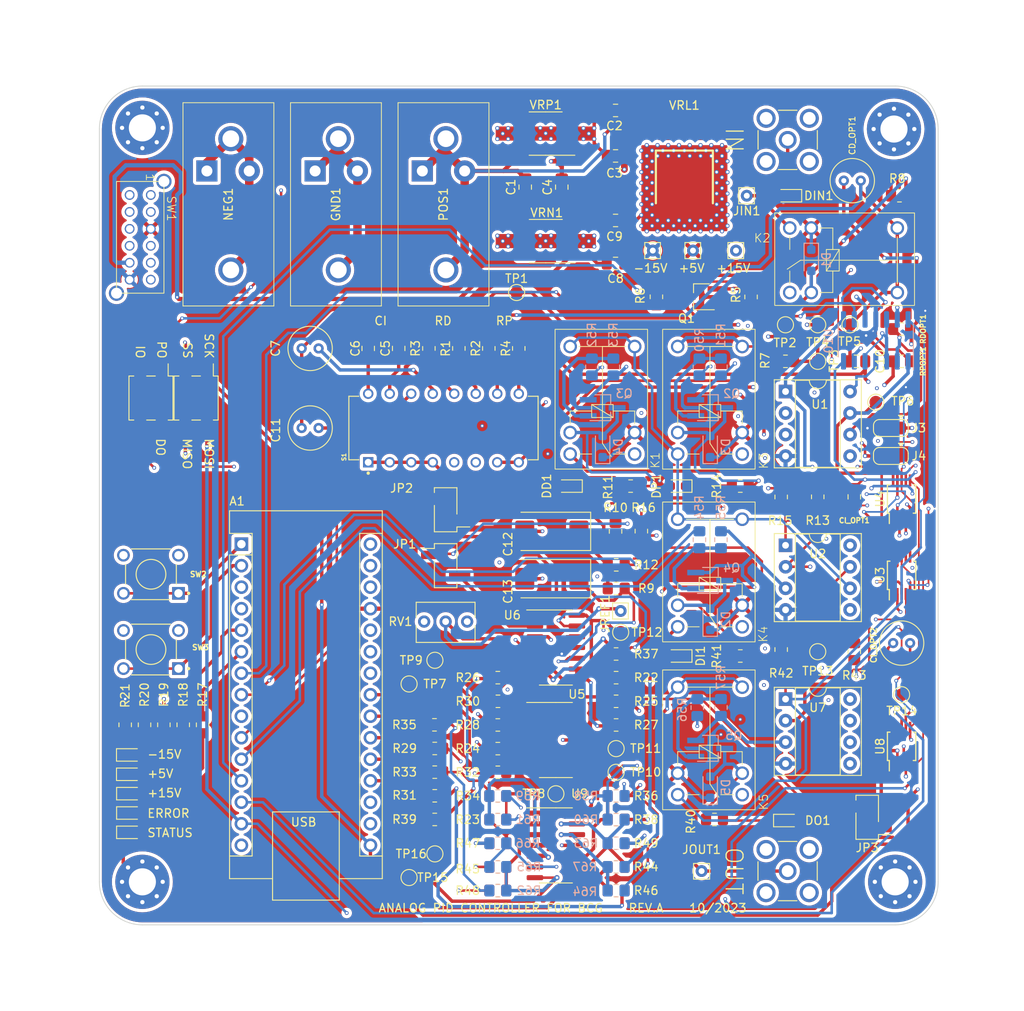
<source format=kicad_pcb>
(kicad_pcb (version 20221018) (generator pcbnew)
  (layers (0 "F.Cu" signal) (1 "In1.Cu" signal) (2 "In2.Cu" signal) (31 "B.Cu" signal) (34 "B.Paste" user) (35 "F.Paste" user) (36 "B.SilkS" user "B.Silkscreen") (37 "F.SilkS" user "F.Silkscreen") (38 "B.Mask" user) (39 "F.Mask" user) (44 "Edge.Cuts" user))
  (net 0 "")
  (net 1 "+5V")
  (net 2 "+15V")
  (net 3 "-15V")
  (net 4 "Net-(A1-D1{slash}TX)")
  (net 5 "Net-(A1-D0{slash}RX)")
  (net 7 "GND")
  (net 8 "Net-(A1-D2)")
  (net 9 "Net-(A1-D3)")
  (net 10 "Net-(A1-D4)")
  (net 11 "/control_out")
  (net 12 "Net-(A1-D6)")
  (net 13 "Net-(A1-D7)")
  (net 14 "Net-(A1-D8)")
  (net 15 "Net-(A1-D9)")
  (net 16 "SS")
  (net 17 "MOSI")
  (net 18 "MISO")
  (net 19 "SCK")
  (net 22 "Net-(A1-A0)")
  (net 23 "Net-(A1-A1)")
  (net 24 "Net-(A1-A2)")
  (net 25 "Net-(A1-A3)")
  (net 26 "Net-(A1-A4)")
  (net 32 "/Rp1")
  (net 33 "/Rd1")
  (net 34 "/Ci1")
  (net 35 "Net-(C2-Pad2)")
  (net 36 "Net-(C3-Pad2)")
  (net 37 "Net-(C6-Pad2)")
  (net 38 "Net-(C7-Pad2)")
  (net 39 "Net-(C12-Pad1)")
  (net 40 "Net-(U6C-+)")
  (net 41 "Net-(POS_OPT2-Pin_1)")
  (net 42 "Net-(NEG_OPT2-Pin_1)")
  (net 43 "Net-(VRN2-OUT)")
  (net 44 "Net-(VRL2-OUTPUT)")
  (net 45 "/Ci2")
  (net 46 "/K1D")
  (net 47 "/K2D")
  (net 48 "/K4D")
  (net 49 "/K3D")
  (net 50 "/K5D")
  (net 51 "Net-(DD1-K)")
  (net 52 "Net-(DERROR1-A)")
  (net 53 "Net-(DI1-K)")
  (net 54 "Net-(DIN1-K)")
  (net 55 "Net-(DLOG2-A)")
  (net 56 "Net-(DNEG2-K)")
  (net 57 "Net-(DO2-K)")
  (net 58 "DO")
  (net 59 "Net-(DP1-K)")
  (net 60 "Net-(DPOS2-A)")
  (net 61 "Net-(DSTATUS1-A)")
  (net 62 "IO")
  (net 63 "/sum_out")
  (net 64 "/prop_out")
  (net 65 "/Rp2")
  (net 66 "/der_out")
  (net 67 "/Rd2")
  (net 68 "Net-(JOFFSET1-Pin_1)")
  (net 69 "/sum_in")
  (net 70 "Net-(JP1-B)")
  (net 71 "Net-(JP2-B)")
  (net 72 "2.5V")
  (net 74 "/sig_p")
  (net 76 "/sig_i")
  (net 78 "/sig_d")
  (net 80 "/inv_out")
  (net 82 "Net-(K5-Pad2)")
  (net 83 "Net-(JIN1-Pin_1)")
  (net 84 "PO")
  (net 85 "Net-(Q1-G)")
  (net 86 "Net-(Q2-G)")
  (net 87 "Net-(Q3-G)")
  (net 88 "Net-(Q4-G)")
  (net 89 "Net-(Q5-G)")
  (net 90 "/inv_in")
  (net 91 "Net-(R7-Pad1)")
  (net 92 "Net-(R9-Pad1)")
  (net 93 "Net-(R10-Pad1)")
  (net 94 "Net-(R11-Pad1)")
  (net 95 "Net-(U11A-+)")
  (net 96 "Net-(U11A--)")
  (net 97 "Net-(R31-Pad2)")
  (net 98 "Net-(R32-Pad1)")
  (net 99 "Net-(R33-Pad1)")
  (net 100 "Net-(R34-Pad1)")
  (net 101 "Net-(R35-Pad1)")
  (net 102 "Net-(U6D--)")
  (net 103 "Net-(U6D-+)")
  (net 104 "Net-(U6C--)")
  (net 105 "Net-(U11C-+)")
  (net 106 "Net-(U11C--)")
  (net 107 "Net-(U11B-+)")
  (net 108 "Net-(U11B--)")
  (net 109 "Net-(U11D-+)")
  (net 110 "Net-(U11D--)")
  (net 111 "Net-(U12A-+)")
  (net 112 "Net-(U12A--)")
  (net 113 "Net-(JP3-B)")
  (net 114 "5V")
  (net 137 "/potvdd")
  (net 138 "/potvss")
  (net 139 "Net-(JOUT1-Pin_1)")
  (net 140 "Net-(R28-Pad1)")
  (net 141 "Net-(R48-Pad1)")
  (net 142 "Net-(R53-Pad1)")
  (net 143 "Net-(R58-Pad1)")
  (net 144 "Net-(R63-Pad1)")
  (net 145 "Net-(VRP2-OUT)")
  (footprint "Package_DIP:DIP-8_W7.62mm_Socket" (layer "F.Cu") (at 182.636 86.878)
    (fp_text reference "U1")
    (fp_text value "LM358")
  )
  (footprint "Capacitor_THT:C_Radial_D5.0mm_H5.0mm_P2.00mm" (layer "F.Cu") (at 191.516 61.976 180)
    (fp_text reference "CD_OPT1")
    (fp_text value "C")
  )
  (footprint "Resistor_SMD:R_0805_2012Metric_Pad1.20x1.40mm_HandSolder" (layer "F.Cu") (at 148.655 120.666 180)
    (fp_text reference "R26")
    (fp_text value "100k")
  )
  (footprint "muokatut:SRS-3V" (layer "F.Cu") (at 189.484 65.278)
    (fp_text reference "K2")
    (fp_text value "~")
  )
  (footprint "NCV7805BDTRKG:NCV7805BDTRKG_1" (layer "F.Cu") (at 167.323 58.425 90)
    (fp_text reference "VRL1")
    (fp_text value "NCV7805BDTRKG")
  )
  (footprint "Capacitor_SMD:C_0805_2012Metric_Pad1.18x1.45mm_HandSolder" (layer "F.Cu") (at 162.56 59.055)
    (fp_text reference "C3")
    (fp_text value "0.1u")
  )
  (footprint "Resistor_SMD:R_0805_2012Metric_Pad1.20x1.40mm_HandSolder" (layer "F.Cu") (at 162.625 126.254 180)
    (fp_text reference "R27")
    (fp_text value "18k")
  )
  (footprint "Resistor_SMD:R_0805_2012Metric_Pad1.20x1.40mm_HandSolder" (layer "F.Cu") (at 141.208 129.032 180)
    (fp_text reference "R29")
    (fp_text value "330")
  )
  (footprint "Resistor_SMD:R_0805_2012Metric_Pad1.20x1.40mm_HandSolder" (layer "F.Cu") (at 182.118 117.348 -90)
    (fp_text reference "R42")
    (fp_text value "10k")
  )
  (footprint "Jumper:SolderJumper-3_P1.3mm_Open_RoundedPad1.0x1.5mm" (layer "F.Cu") (at 195.072 94.488 180)
    (fp_text reference "J4")
    (fp_text value "Conn_01x03_Pin")
  )
  (footprint "LED_SMD:LED_0603_1608Metric_Pad1.05x0.95mm_HandSolder" (layer "F.Cu") (at 105.297 136.652)
    (fp_text reference "DERROR1" hide)
    (fp_text value "LED")
  )
  (footprint "Resistor_SMD:R_0805_2012Metric_Pad1.20x1.40mm_HandSolder" (layer "F.Cu") (at 177.292 118.11 180)
    (fp_text reference "R41")
    (fp_text value "330")
  )
  (footprint "Capacitor_SMD:C_0805_2012Metric_Pad1.18x1.45mm_HandSolder" (layer "F.Cu") (at 136.948 81.788 -90)
    (fp_text reference "C5")
    (fp_text value "C")
  )
  (footprint "Package_SO:MSOP-10_3x3mm_P0.5mm" (layer "F.Cu") (at 196.342 128.778 90)
    (fp_text reference "U8")
    (fp_text value "AD5290")
  )
  (footprint "Resistor_SMD:R_0805_2012Metric_Pad1.20x1.40mm_HandSolder" (layer "F.Cu") (at 148.671 143.018)
    (fp_text reference "R45")
    (fp_text value "15k")
  )
  (footprint "Resistor_SMD:R_0805_2012Metric_Pad1.20x1.40mm_HandSolder" (layer "F.Cu") (at 174.244 137.414)
    (fp_text reference "R40")
    (fp_text value "330")
  )
  (footprint "1825910-6:SW_1825910-6-4" (layer "F.Cu") (at 107.696 108.458 180)
    (fp_text reference "SW2")
    (fp_text value "1825910-6")
  )
  (footprint "Package_SO:SOIC-14_3.9x8.7mm_P1.27mm" (layer "F.Cu") (at 155.513 140.478)
    (fp_text reference "U9")
    (fp_text value "NCS20074D")
  )
  (footprint "TestPoint:TestPoint_Pad_D1.5mm" (layer "F.Cu") (at 162.625 131.842)
    (fp_text reference "TP10")
    (fp_text value "TestPoint")
  )
  (footprint "Capacitor_Tantalum_SMD:CP_EIA-7343-40_Kemet-Y_Pad2.25x2.55mm_HandSolder" (layer "F.Cu") (at 155.036 103.394 180)
    (fp_text reference "C12")
    (fp_text value "10u")
  )
  (footprint "Resistor_SMD:R_0805_2012Metric_Pad1.20x1.40mm_HandSolder" (layer "F.Cu") (at 141.208 134.62 180)
    (fp_text reference "R31")
    (fp_text value "330")
  )
  (footprint "Package_DIP:DIP-8_W7.62mm_Socket" (layer "F.Cu") (at 182.636 123.2)
    (fp_text reference "U7")
    (fp_text value "LM358")
  )
  (footprint "Connector_PinHeader_2.54mm:PinHeader_2x02_P2.54mm_Vertical_SMD" (layer "F.Cu") (at 113.03 87.645 -90)
    (fp_text reference "J1" hide)
    (fp_text value "Conn_02x02_Top_Bottom")
  )
  (footprint "Capacitor_SMD:C_0805_2012Metric_Pad1.18x1.45mm_HandSolder" (layer "F.Cu") (at 162.56 66.675)
    (fp_text reference "C9")
    (fp_text value "0.33u")
  )
  (footprint "Resistor_SMD:R_0805_2012Metric_Pad1.20x1.40mm_HandSolder" (layer "F.Cu") (at 148.655 131.842)
    (fp_text reference "R32")
    (fp_text value "100k")
  )
  (footprint "Resistor_SMD:R_0805_2012Metric_Pad1.20x1.40mm_HandSolder" (layer "F.Cu") (at 162.625 140.224 180)
    (fp_text reference "R49")
    (fp_text value "100k")
  )
  (footprint "Capacitor_SMD:C_0805_2012Metric_Pad1.18x1.45mm_HandSolder" (layer "F.Cu") (at 133.35 81.788 -90)
    (fp_text reference "C6")
    (fp_text value "C")
  )
  (footprint "Resistor_SMD:R_0805_2012Metric_Pad1.20x1.40mm_HandSolder" (layer "F.Cu") (at 162.641 107.347)
    (fp_text reference "R12")
    (fp_text value "68")
  )
  (footprint "LED_SMD:LED_0603_1608Metric_Pad1.05x0.95mm_HandSolder" (layer "F.Cu") (at 182.88 63.754 180)
    (fp_text reference "DIN1")
    (fp_text value "LED")
  )
  (footprint "Package_SO:MSOP-10_3x3mm_P0.5mm" (layer "F.Cu") (at 196.342 99.568 90)
    (fp_text reference "U4")
    (fp_text value "AD5290")
  )
  (footprint "Connector_Pin:Pin_D0.7mm_L6.5mm_W1.8mm_FlatFork" (layer "F.Cu") (at 171.704 70.231)
    (fp_text reference "+2" hide)
    (fp_text value "Conn_01x01_Pin")
  )
  (footprint "Resistor_SMD:R_0805_2012Metric_Pad1.20x1.40mm_HandSolder" (layer "F.Cu") (at 165.608 103.362 -90)
    (fp_text reference "R16")
    (fp_text value "330")
  )
  (footprint "Resistor_SMD:R_0805_2012Metric_Pad1.20x1.40mm_HandSolder" (layer "F.Cu") (at 164.338 98.044 180)
    (fp_text reference "R11")
    (fp_text value "330")
  )
  (footprint "Resistor_SMD:R_0805_2012Metric_Pad1.20x1.40mm_HandSolder" (layer "F.Cu") (at 141.208 131.826 180)
    (fp_text reference "R33")
    (fp_text value "330")
  )
  (footprint "LED_SMD:LED_0603_1608Metric_Pad1.05x0.95mm_HandSolder" (layer "F.Cu") (at 105.283 132.08)
    (fp_text reference "DLOG1" hide)
    (fp_text value "LED")
  )
  (footprint "Resistor_SMD:R_0805_2012Metric_Pad1.20x1.40mm_HandSolder" (layer "F.Cu") (at 141.176 126.238 180)
    (fp_text reference "R35")
    (fp_text value "330")
  )
  (footprint "1825910-6:SW_1825910-6-4" (layer "F.Cu") (at 107.696 117.348 180)
    (fp_text reference "SW3")
    (fp_text value "1825910-6")
  )
  (footprint "Resistor_SMD:R_0805_2012Metric_Pad1.20x1.40mm_HandSolder" (layer "F.Cu") (at 162.625 134.636 180)
    (fp_text reference "R36")
    (fp_text value "15k")
  )
  (footprint "Resistor_SMD:R_0805_2012Metric_Pad1.20x1.40mm_HandSolder" (layer "F.Cu") (at 196.342 83.312)
    (fp_text reference "RPOPT1")
    (fp_text value "10k")
  )
  (footprint "Package_SO:SOIC-8_3.9x4.9mm_P1.27mm" (layer "F.Cu") (at 154.32 69.114 180)
    (fp_text reference "VRN1")
    (fp_text value "MC79L15_SO8")
  )
  (footprint "Resistor_SMD:R_0805_2012Metric_Pad1.20x1.40mm_HandSolder" (layer "F.Cu") (at 162.625 117.872 180)
    (fp_text reference "R37")
    (fp_text value "18k")
  )
  (footprint "Resistor_SMD:R_0805_2012Metric_Pad1.20x1.40mm_HandSolder" (layer "F.Cu") (at 167.386 75.692 -90)
    (fp_text reference "R6")
    (fp_text value "470")
  )
  (footprint "Resistor_SMD:R_0805_2012Metric_Pad1.20x1.40mm_HandSolder" (layer "F.Cu") (at 113.792 126.238 90)
    (fp_text reference "R17")
    (fp_text value "330")
  )
  (footprint "Resistor_SMD:R_0805_2012Metric_Pad1.20x1.40mm_HandSolder" (layer "F.Cu") (at 104.648 126.238 90)
    (fp_text reference "R21")
    (fp_text value "1.2k")
  )
  (footprint "Resistor_SMD:R_0805_2012Metric_Pad1.20x1.40mm_HandSolder" (layer "F.Cu") (at 162.625 137.43 180)
    (fp_text reference "R38")
    (fp_text value "100k")
  )
  (footprint "Capacitor_SMD:C_0805_2012Metric_Pad1.18x1.45mm_HandSolder" (layer "F.Cu") (at 162.56 71.755)
    (fp_text reference "C8")
    (fp_text value "0.1u")
  )
  (footprint "TestPoint:TestPoint_Pad_D1.5mm" (layer "F.Cu") (at 182.626 78.994 180)
    (fp_text reference "TP2")
    (fp_text value "TestPoint")
  )
  (footprint "Package_SO:SOIC-8_3.9x4.9mm_P1.27mm" (layer "F.Cu") (at 154.305 56.414 180)
    (fp_text reference "VRP1")
    (fp_text value "MC78L15_SO8")
  )
  (footprint "TerminalBlock_RND:TerminalBlock_RND_205-00276_1x02_P5.00mm_Vertical" (layer "F.Cu") (at 114.3 60.83)
    (fp_text reference "NEG_OPT1" hide)
    (fp_text value "Screw_Terminal_01x02" hide)
  )
  (footprint "Package_SO:MSOP-10_3x3mm_P0.5mm" (layer "F.Cu") (at 196.342 108.585 90)
    (fp_text reference "U3")
    (fp_text value "AD5290")
  )
  (footprint "Connector_PinHeader_2.54mm:PinHeader_2x02_P2.54mm_Vertical_SMD" (layer "F.Cu") (at 107.696 87.645 -90)
    (fp_text reference "J2" hide)
    (fp_text value "Conn_02x02_Top_Bottom")
  )
  (footprint "Package_SO:SOIC-14_3.9x8.7mm_P1.27mm" (layer "F.Cu") (at 155.513 128.032)
    (fp_text reference "U5")
    (fp_text value "NCS20074D")
  )
  (footprint "LED_SMD:LED_0603_1608Metric_Pad1.05x0.95mm_HandSolder" (layer "F.Cu") (at 105.297 134.366)
    (fp_text reference "DPOS1" hide)
    (fp_text value "LED")
  )
  (footprint "TestPoint:TestPoint_Pad_D1.5mm" (layer "F.Cu") (at 155.513 134.382)
    (fp_text reference "TP8")
    (fp_text value "TestPoint")
  )
  (footprint "LED_SMD:LED_0603_1608Metric_Pad1.05x0.95mm_HandSolder" (layer "F.Cu") (at 169.926 118.11 180)
    (fp_text reference "DI1")
    (fp_text value "LED")
  )
  (footprint "TestPoint:TestPoint_Pad_D1.5mm" (layer "F.Cu") (at 138.176 144.272)
    (fp_text reference "TP15")
    (fp_text value "TestPoint")
  )
  (footprint "Potentiometer_THT:Potentiometer_Bourns_3266Y_Vertical" (layer "F.Cu") (at 145.034 114.046)
    (fp_text reference "RV1")
    (fp_text value "100k")
  )
  (footprint "Resistor_SMD:R_0805_2012Metric_Pad1.20x1.40mm_HandSolder" (layer "F.Cu") (at 162.625 120.666)
    (fp_text reference "R22")
    (fp_text value "100k")
  )
  (footprint "Resistor_SMD:R_0805_2012Metric_Pad1.20x1.40mm_HandSolder" (layer "F.Cu") (at 140.516 81.788 90)
    (fp_text reference "R3")
    (fp_text value "R")
  )
  (footprint "Resistor_SMD:R_0805_2012Metric_Pad1.20x1.40mm_HandSolder" (layer "F.Cu") (at 148.671 140.224)
    (fp_text reference "R47")
    (fp_text value "100k")
  )
  (footprint "muokatut:SRS-3V" (layer "F.Cu") (at 167.613 128.138 90)
    (fp_text reference "K5")
    (fp_text value "~")
  )
  (footprint "Resistor_SMD:R_0805_2012Metric_Pad1.20x1.40mm_HandSolder" (layer "F.Cu") (at 144.054 81.788 90)
    (fp_text reference "R1")
    (fp_text value "R")
  )
  (footprint "Capacitor_SMD:C_0805_2012Metric_Pad1.18x1.45mm_HandSolder" (layer "F.Cu") (at 190.754 99.314 90)
    (fp_text reference "CI_OPT1")
    (fp_text value "C")
  )
  (footprint "Resistor_SMD:R_0805_2012Metric_Pad1.20x1.40mm_HandSolder" (layer "F.Cu") (at 148.655 137.43 180)
    (fp_text reference "R23")
    (fp_text value "15k")
  )
  (footprint "Connector_PinHeader_2.54mm:PinHeader_1x02_P2.54mm_Vertical_SMD_Pin1Left" (layer "F.Cu") (at 192.278 137.16 180)
    (fp_text reference "JP3")
    (fp_text value "Jumper_2_Open")
  )
  (footprint "TestPoint:TestPoint_Pad_D1.5mm" (layer "F.Cu") (at 196.342 122.682)
    (fp_text reference "TP14")
    (fp_text value "TestPoint")
  )
  (footprint "2.243.1:242431" (layer "F.Cu") (at 129.825 57.02 -90)
    (fp_text reference "GND1")
    (fp_text value "24.243.1")
  )
  (footprint "2.243.1:242431" (layer "F.Cu") (at 142.525 57.02 -90)
    (fp_text reference "POS1")
    (fp_text value "24.243.1")
  )
  (footprint "Capacitor_SMD:C_0805_2012Metric_Pad1.18x1.45mm_HandSolder" (layer "F.Cu") (at 156.21 62.738 90)
    (fp_text reference "C4")
    (fp_text value "0.1u")
  )
  (footprint "Connector_Pin:Pin_D0.7mm_L6.5mm_W1.8mm_FlatFork" (layer "F.Cu") (at 176.784 70.231)
    (fp_text reference "+1" hide)
    (fp_text value "Conn_01x01_Pin")
  )
  (footprint "Resistor_SMD:R_0805_2012Metric_Pad1.20x1.40mm_HandSolder" (layer "F.Cu") (at 148.655 129.048)
    (fp_text reference "R24")
    (fp_text value "15k")
  )
  (footprint "TestPoint:TestPoint_Pad_D1.5mm" (layer "F.Cu") (at 193.294 88.138)
    (fp_text reference "TP6")
    (fp_text value "TestPoint")
  )
  (footprint "eg4208a_4pdt_switch:EG4208" (layer "F.Cu") (at 112.674302 63.666352 -90)
    (fp_text reference "SW1")
    (fp_text value "~")
  )
  (footprint "Connector_PinHeader_2.54mm:PinHeader_1x02_P2.54mm_Vertical_SMD_Pin1Left" (layer "F.Cu") (at 142.494 107.442)
    (fp_text reference "JP1")
    (fp_text value "Jumper_2_Open")
  )
  (footprint "Resistor_SMD:R_0805_2012Metric_Pad1.20x1.40mm_HandSolder" (layer "F.Cu") (at 186.436 99.314 90)
    (fp_text reference "R13")
    (fp_text value "10k")
  )
  (footprint "Resistor_SMD:R_0805_2012Metric_Pad1.20x1.40mm_HandSolder" (layer "F.Cu") (at 177.292 98.044 180)
    (fp_text reference "R14")
    (fp_text value "330")
  )
  (footprint "TestPoint:TestPoint_Pad_D1.5mm" (layer "F.Cu") (at 186.436 117.602)
    (fp_text reference "TP13")
    (fp_text value "TestPoint")
  )
  (footprint "Connector_Pin:Pin_D0.7mm_L6.5mm_W1.8mm_FlatFork" (layer "F.Cu") (at 172.72 143.51 90)
    (fp_text reference "JOUT1")
    (fp_text value "Conn_01x01_Pin")
  )
  (footprint "CONSMA002:LINX_CONSMA002" (layer "F.Cu") (at 182.88 143.51)
    (fp_text reference "OUT")
    (fp_text value "CONSMA002")
  )
  (footprint "LED_SMD:LED_0603_1608Metric_Pad1.05x0.95mm_HandSolder" (layer "F.Cu") (at 105.297 138.938)
    (fp_text reference "DSTATUS1" hide)
    (fp_text value "LED")
  )
  (footprint "TestPoint:TestPoint_Pad_D1.5mm" (layer "F.Cu") (at 162.625 129.048)
    (fp_text reference "TP11")
    (fp_text value "TestPoint")
  )
  (footprint "TestPoint:TestPoint_Pad_D1.5mm" (layer "F.Cu") (at 186.436 83.312)
    (fp_text reference "TP3")
    (fp_text value "TestPoint")
  )
  (footprint "LED_SMD:LED_0603_1608Metric_Pad1.05x0.95mm_HandSolder" (layer "F.Cu") (at 182.88 137.541)
    (fp_text reference "DO1")
    (fp_text value "LED")
  )
  (footprint "Resistor_SMD:R_0805_2012Metric_Pad1.20x1.40mm_HandSolder" (layer "F.Cu") (at 196.088 63.754 180)
    (fp_text reference "R8")
    (fp_text value "330")
  )
  (footprint "TerminalBlock_RND:TerminalBlock_RND_205-00276_1x02_P5.00mm_Vertical" (layer "F.Cu") (at 139.74 60.83)
    (fp_text reference "POS_OPT1" hide)
    (fp_text value "Screw_Terminal_01x02")
  )
  (footprint "Resistor_SMD:R_0805_2012Metric_Pad1.20x1.40mm_HandSolder" (layer "F.Cu") (at 111.506 126.238 90)
    (fp_text reference "R18")
    (fp_text value "330")
  )
  (footprint "TestPoint:TestPoint_Pad_D1.5mm" (layer "F.Cu") (at 141.224 141.478)
    (fp_text reference "TP16")
    (fp_text value "TestPoint")
  )
  (footprint "MountingHole:MountingHole_3.2mm_M3_Pad_Via" (layer "F.Cu") (at 195.44 55.88)
    (fp_text reference "H2" hide)
    (fp_text value "MountingHole_Pad")
  )
  (footprint "Jumper:SolderJumper-3_P1.3mm_Open_RoundedPad1.0x1.5mm" (layer "F.Cu") (at 195.072 91.186 180)
    (fp_text reference "J3")
    (fp_text value "Conn_01x03_Pin")
  )
  (footprint "muokatut:TSOT-23_HandSoldering" (layer "F.Cu") (at 172.72 75.708 180)
    (fp_text reference "Q1")
    (fp_text value "NMOS")
  )
  (footprint "Capacitor_SMD:C_0805_2012Metric_Pad1.18x1.45mm_HandSolder" (layer "F.Cu") (at 162.56 53.684)
    (fp_text reference "C2")
    (fp_text value "0.33u")
  )
  (footprint "Resistor_SMD:R_0805_2012Metric_Pad1.20x1.40mm_HandSolder" (layer "F.Cu") (at 196.342 79.502 180)
    (fp_text reference "RDOPT1")
    (fp_text value "10k")
  )
  (footprint "Resistor_SMD:R_0805_2012Metric_Pad1.20x1.40mm_HandSolder" (layer "F.Cu") (at 148.655 126.254)
    (fp_text reference "R28")
    (fp_text value "100k")
  )
  (footprint "Resistor_SMD:R_0805_2012Metric_Pad1.20x1.40mm_HandSolder" (layer "F.Cu") (at 106.934 126.238 90)
    (fp_text reference "R20")
    (fp_text value "330")
  )
  (footprint "Resistor_SMD:R_0805_2012Metric_Pad1.20x1.40mm_HandSolder" (layer "F.Cu") (at 162.625 145.812)
    (fp_text reference "R46")
    (fp_text value "100k")
  )
  (footprint "Capacitor_THT:C_Radial_D5.0mm_H5.0mm_P2.00mm" (layer "F.Cu") (at 125.492 91.186)
    (fp_text reference "C11")
    (fp_text value "C")
  )
  (footprint "Capacitor_THT:C_Radial_D5.0mm_H5.0mm_P2.00mm" (layer "F.Cu") (at 195.342 116.586)
    (fp_text reference "CI_OPT2")
    (fp_text value "C")
  )
  (footprint "LED_SMD:LED_0603_1608Metric_Pad1.05x0.95mm_HandSolder" (layer "F.Cu") (at 105.283 129.794)
    (fp_text reference "DNEG1" hide)
    (fp_text value "LED")
  )
  (footprint "Capacitor_SMD:C_0805_2012Metric_Pad1.18x1.45mm_HandSolder" (layer "F.Cu") (at 151.892 62.738 90)
    (fp_text reference "C1")
    (fp_text value "0.33u")
  )
  (footprint "Resistor_SMD:R_0805_2012Metric_Pad1.20x1.40mm_HandSolder" (layer "F.Cu") (at 148.655 145.812)
    (fp_text reference "R48")
    (fp_text value "100k")
  )
  (footprint "LED_SMD:LED_0603_1608Metric_Pad1.05x0.95mm_HandSolder" (layer "F.Cu") (at 156.972 98.044 180)
    (fp_text reference "DD1")
    (fp_text value "LED")
  )
  (footprint "Module:Arduino_Nano" (layer "F.Cu") (at 118.374 104.902)
    (fp_text reference "A1")
    (fp_text value "Arduino_Nano_v3.x")
  )
  (footprint "muokatut:SRS-3V" (layer "F.Cu") (at 154.913 87.911 90)
    (fp_text reference "K1")
    (fp_text value "~")
  )
  (footprint "CONSMA002:LINX_CONSMA002" (layer "F.Cu") (at 182.89 57.16 180)
    (fp_text reference "IN")
    (fp_text value "CONSMA002")
  )
  (footprint "Resistor_SMD:R_0805_2012Metric_Pad1.20x1.40mm_HandSolder" (layer "F.Cu") (at 151.13 81.788 90)
    (fp_text reference "R4")
    (fp_text value "R")
  )
  (footprint "TestPoint:TestPoint_Pad_D1.5mm" (layer "F.Cu") (at 190.246 78.994)
    (fp_text reference "TP5")
    (fp_text value "TestPoint")
  )
  (footprint "LED_SMD:LED_0603_1608Metric_Pad1.05x0.95mm_HandSolder" (layer "F.Cu") (at 169.926 98.044 180)
    (fp_text reference "DP1")
    (fp_text value "LED")
  )
  (footprint "Resistor_SMD:R_0805_2012Metric_Pad1.20x1.40mm_HandSolder" (layer "F.Cu") (at 182.118 99.33 90)
    (fp_text reference "R15")
    (fp_text value "10k")
  )
  (footprint "MountingHole:MountingHole_3.2mm_M3_Pad_Via" (layer "F.Cu") (at 106.68 144.78)
    (fp_text reference "H3" hide)
    (fp_text value "MountingHole_Pad")
  )
  (footprint "MountingHole:MountingHole_3.2mm_M3_Pad_Via" (layer "F.Cu") (at 106.68 55.74)
    (fp_text reference "H1" hide)
    (fp_text value "MountingHole_Pad")
  )
  (footprint "Resistor_SMD:R_0805_2012Metric_Pad1.20x1.40mm_HandSolder" (layer "F.Cu") (at 178.562 75.708 -90)
    (fp_text reference "R5")
    (fp_text value "47k")
  )
  (footprint "TestPoint:TestPoint_Pad_D1.5mm" (layer "F.Cu") (at 163.164 115.316)
    (fp_text reference "TP12")
    (fp_text value "TestPoint")
  )
  (footprint "TestPoint:TestPoint_Pad_D1.5mm" (layer "F.Cu") (at 141.224 118.618)
    (fp_text reference "TP9")
    (fp_text value "TestPoint")
  )
  (footprint "Connector_Pin:Pin_D0.7mm_L6.5mm_W1.8mm_FlatFork" (layer "F.Cu") (at 178.054 63.754)
    (fp_text reference "JIN1")
    (fp_text value "Conn_01x01_Pin")
  )
  (footprint "TestPoint:TestPoint_Pad_D1.5mm" (layer "F.Cu") (at 150.876 75.184)
    (fp_text reference "TP1")
    (fp_text value "TestPoint")
  )
  (footprint "Capacitor_SMD:C_0805_2012Metric_Pad1.18x1.45mm_HandSolder" (layer "F.Cu") (at 191.008 83.312)
    (fp_text reference "C10")
    (fp_text value "0.1u")
  )
  (footprint "Resistor_SMD:R_0805_2012Metric_Pad1.20x1.40mm_HandSolder" (layer "F.Cu") (at 162.625 123.46 180)
    (fp_text reference "R25")
    (fp_text value "100k")
  )
  (footprint "Resistor_SMD:R_0805_2012Metric_Pad1.20x1.40mm_HandSolder" (layer "F.Cu") (at 162.625 143.018)
    (fp_text reference "R44")
    (fp_text value "15k")
  )
  (footprint "Resistor_SMD:R_0805_2012Metric_Pad1.20x1.40mm_HandSolder" (layer "F.Cu") (at 162.641 110.141 180)
    (fp_text reference "R9")
    (fp_text value "68")
  )
  (footprint "Capacitor_Tantalum_SMD:CP_EIA-7343-40_Kemet-Y_Pad2.25x2.55mm_HandSolder" (layer "F.Cu") (at 155.036 108.982 180)
    (fp_text reference "C13")
    (fp_text value "10u")
  )
  (footprint "muokatut:SRS-3V" (layer "F.Cu") (at 167.613 108.31 90)
    (fp_text reference "K4")
    (fp_text value "~")
  )
  (footprint "TerminalBlock_RND:TerminalBlock_RND_205-00276_1x02_P5.00mm_Vertical" (layer "F.Cu") (at 127.08 60.83)
    (fp_text reference "GND_OPT1" hide)
    (fp_text value "Screw_Terminal_01x02")
  )
  (footprint "Resistor_SMD:R_0805_2012Metric_Pad1.20x1.40mm_HandSolder" (layer "F.Cu") (at 147.592 81.788 90)
    (fp_text reference "R2")
    (fp_text value "R")
  )
  (footprint "Resistor_SMD:R_0805_2012Metric_Pad1.20x1.40mm_HandSolder" (layer "F.Cu") (at 109.22 126.238 90)
    (fp_text reference "R19")
    (fp_text value "1.2k")
  )
  (footprint "2.243.1:242431" (layer "F.Cu") (at 117.125 57.02 -90)
    (fp_text reference "NEG1")
    (fp_text value "24.243.1")
  )
  (footprint "Resistor_SMD:R_0805_2012Metric_Pad1.20x1.40mm_HandSolder" (layer "F.Cu") (at 182.626 83.312 180)
    (fp_text reference "R7")
    (fp_text value "10k")
  )
  (footprint "Resistor_SMD:R_0805_2012Metric_Pad1.20x1.40mm_HandSolder" (layer "F.Cu") (at 148.671 123.46)
    (fp_text reference "R30")
    (fp_text value "15k")
  )
  (footprint "TestPoint:TestPoint_Pad_D1.5mm" (layer "F.Cu") (at 186.436 78.994)
    (fp_text reference "TP4")
    (fp_text value "TestPoint")
  )
  (footprint "Package_DIP:DIP-8_W7.62mm_Socket" (layer "F.Cu") (at 182.636 105.039)
    (fp_text reference "U2")
    (fp_text value "LM358")
  )
  (footprint "Connector_Pin:Pin_D0.7mm_L6.5mm_W1.8mm_FlatFork" (layer "F.Cu") (at 166.958 70.231)
    (fp_text reference "-1" hide)
    (fp_text value "Conn_01x01_Pin")
  )
  (footprint "Connector_Pin:Pin_D0.7mm_L6.5mm_W1.8mm_FlatFork" (layer "F.Cu") (at 163.164 112.792)
    (fp_text reference "JREF1")
    (fp_text value "Conn_01x01_Pin")
  )
  (footprint "Resistor_SMD:R_0805_2012Metric_Pad1.20x1.40mm_HandSolder" (layer "F.Cu") (at 148.655 134.636 180)
    (fp_text reference "R34")
    (fp_text value "100k")
  )
  (footprint "ADE0804:SW_ADE0804" (layer "F.Cu") (at 142.24 91.186 90)
    (fp_text reference "S1")
    (fp_text value "ADE0804")
  )
  (footprint "Connector_PinHeader_2.54mm:PinHeader_1x02_P2.54mm_Vertical_SMD_Pin1Left" (layer "F.Cu") (at 142.494 100.838 180)
    (fp_text reference "JP2")
    (fp_text value "Jumper_2_Open")
  )
  (footprint "TestPoint:TestPoint_Pad_D1.5mm" (layer "F.Cu") (at 138.176 121.412)
    (fp_text reference "TP7")
    (fp_text value "TestPoint")
  )
  (footprint "Resistor_SMD:R_0805_2012Metric_Pad1.20x1.40mm_HandSolder" (layer "F.Cu") (at 162.56 103.394 -90)
    (fp_text reference "R10")
    (fp_text value "10k")
  )
  (footprint "muokatut:SRS-3V" (layer "F.Cu") (at 167.613 87.911 90)
    (fp_text reference "K3")
    (fp_text value "~")
  )
  (footprint "Resistor_SMD:R_0805_2012Metric_Pad1.20x1.40mm_HandSolder" (layer "F.Cu") (at 141.208 137.414)
    (fp_text reference "R39")
    (fp_text value "330")
  )
  (footprint "MountingHole:MountingHole_3.2mm_M3_Pad_Via" (layer "F.Cu") (at 195.58 144.78)
    (fp_text reference "H4" hide)
    (fp_text value "MountingHole_Pad")
  )
  (footprint "Capacitor_THT:C_Radial_D5.0mm_H5.0mm_P2.00mm" (layer "F.Cu") (at 125.492 81.788)
    (fp_text reference "C7")
    (fp_text value "C")
  )
  (footprint "Package_SO:SOIC-14_3.9x8.7mm_P1.27mm" (layer "F.Cu") (at 155.513 117.11)
    (fp_text reference "U6")
    (fp_text value "NCS20074D")
  )
  (footprint "Resistor_SMD:R_0805_2012Metric_Pad1.20x1.40mm_HandSolder" (layer "F.Cu") (at 190.754 117.602 -90)
    (fp_text reference "R43")
    (fp_text value "10k")
  )
  (footprint "Resistor_SMD:R_0805_2012Metric_Pad1.20x1.40mm_HandSolder" (layer "B.Cu") (at 148.655 145.812 180)
    (fp_text reference "R62")
    (fp_text value "100k")
  )
  (footprint "Resistor_SMD:R_0805_2012Metric_Pad1.20x1.40mm_HandSolder" (layer "B.Cu") (at 162.625048 134.636)
    (fp_text reference "R58")
    (fp_text value "100k")
  )
  (footprint "Resistor_SMD:R_0805_2012Metric_Pad1.20x1.40mm_HandSolder" (layer "B.Cu") (at 162.625048 140.224 180)
    (fp_text reference "R63")
    (fp_text value "100k")
  )
  (footprint "Resistor_SMD:R_0805_2012Metric_Pad1.20x1.40mm_HandSolder" (layer "B.Cu") (at 148.655 134.636 180)
    (fp_text reference "R59")
    (fp_text value "15k")
  )
  (footprint "Resistor_SMD:R_0805_2012Metric_Pad1.20x1.40mm_HandSolder" (layer "B.Cu") (at 159.766 83.979 -90)
    (fp_text reference "R52")
    (fp_text value "470")
  )
  (footprint "Resistor_SMD:R_0805_2012Metric_Pad1.20x1.40mm_HandSolder" (layer "B.Cu") (at 172.466 83.979 -90)
    (fp_text reference "R50")
    (fp_text value "470")
  )
  (footprint "muokatut:TSOT-23_HandSoldering" (layer "B.Cu") (at 173.736 129.032)
    (fp_text reference "Q5")
    (fp_text value "NMOS")
  )
  (footprint "Diode_SMD:D_SOD-323_HandSoldering" (layer "B.Cu") (at 173.736 113.776 90)
    (fp_text reference "D2")
    (fp_text value "D")
  )
  (footprint "muokatut:TSOT-23_HandSoldering" (layer "B.Cu") (at 173.736 88.805)
    (fp_text reference "Q2")
    (fp_text value "NMOS")
  )
  (footprint "muokatut:TSOT-23_HandSoldering" (layer "B.Cu") (at 173.736 109.204)
    (fp_text reference "Q4")
    (fp_text value "NMOS")
  )
  (footprint "Resistor_SMD:R_0805_2012Metric_Pad1.20x1.40mm_HandSolder" (layer "B.Cu") (at 175.006 83.979 90)
    (fp_text reference "R51")
    (fp_text value "47k")
  )
  (footprint "Resistor_SMD:R_0805_2012Metric_Pad1.20x1.40mm_HandSolder" (layer "B.Cu") (at 162.625048 145.812 180)
    (fp_text reference "R64")
    (fp_text value "15k")
  )
  (footprint "Resistor_SMD:R_0805_2012Metric_Pad1.20x1.40mm_HandSolder" (layer "B.Cu") (at 162.625048 137.43)
    (fp_text reference "R60")
    (fp_text value "15k")
  )
  (footprint "Diode_SMD:D_SOD-323_HandSoldering" (layer "B.Cu") (at 185.674 71.374 -90)
    (fp_text reference "D1")
    (fp_text value "D")
  )
  (footprint "Diode_SMD:D_SOD-323_HandSoldering" (layer "B.Cu") (at 173.736 133.604 90)
    (fp_text reference "D5")
    (fp_text value "D")
  )
  (footprint "Resistor_SMD:R_0805_2012Metric_Pad1.20x1.40mm_HandSolder" (layer "B.Cu") (at 162.306 83.979 90)
    (fp_text reference "R53")
    (fp_text value "47k")
  )
  (footprint "Resistor_SMD:R_0805_2012Metric_Pad1.20x1.40mm_HandSolder" (layer "B.Cu") (at 172.466 104.378 90)
    (fp_text reference "R54")
    (fp_text value "470")
  )
  (footprint "Package_SO:SOIC-14_3.9x8.7mm_P1.27mm" (layer "B.Cu") (at 193.294 80.837 90)
    (fp_text reference "U10")
    (fp_text value "NCS20074D")
  )
  (footprint "Resistor_SMD:R_0805_2012Metric_Pad1.20x1.40mm_HandSolder" (layer "B.Cu") (at 172.212 124.206 -90)
    (fp_text reference "R56")
    (fp_text value "470")
  )
  (footprint "Resistor_SMD:R_0805_2012Metric_Pad1.20x1.40mm_HandSolder" (layer "B.Cu") (at 148.655 137.43 180)
    (fp_text reference "R61")
    (fp_text value "100k")
  )
  (footprint "Diode_SMD:D_SOD-323_HandSoldering" (layer "B.Cu") (at 173.736 93.377 90)
    (fp_text reference "D3")
    (fp_text value "D")
  )
  (footprint "Resistor_SMD:R_0805_2012Metric_Pad1.20x1.40mm_HandSolder" (layer "B.Cu") (at 175.006 104.378 -90)
    (fp_text reference "R55")
    (fp_text value "47k")
  )
  (footprint "Resistor_SMD:R_0805_2012Metric_Pad1.20x1.40mm_HandSolder" (layer "B.Cu") (at 148.655 143.018 180)
    (fp_text reference "R65")
    (fp_text value "15k")
  )
  (footprint "Resistor_SMD:R_0805_2012Metric_Pad1.20x1.40mm_HandSolder" (layer "B.Cu") (at 148.655 140.224)
    (fp_text reference "R66")
    (fp_text value "100k")
  )
  (footprint "Resistor_SMD:R_0805_2012Metric_Pad1.20x1.40mm_HandSolder" (layer "B.Cu") (at 175.006 124.19 90)
    (fp_text reference "R57")
    (fp_text value "47k")
  )
  (footprint "Diode_SMD:D_SOD-323_HandSoldering" (layer "B.Cu") (at 161.036 93.377 90)
    (fp_text reference "D4")
    (fp_text value "D")
  )
  (footprint "Resistor_SMD:R_0805_2012Metric_Pad1.20x1.40mm_HandSolder" (layer "B.Cu") (at 162.625048 143.018 180)
    (fp_text reference "R67")
    (fp_text value "100k")
  )
  (footprint "muokatut:TSOT-23_HandSoldering" (layer "B.Cu") (at 161.036 88.805)
    (fp_text reference "Q3")
    (fp_text value "NMOS")
  )
  (gr_line (start 101.6 144.78) (end 101.6 55.88) (stroke (width 0.1)) (layer "Edge.Cuts"))
  (gr_arc (start 195.58 50.8) (mid 199.172102 52.287898) (end 200.66 55.88) (stroke (width 0.1)) (layer "Edge.Cuts"))
  (gr_arc (start 106.68 149.86) (mid 103.087898 148.372102) (end 101.6 144.78) (stroke (width 0.1)) (layer "Edge.Cuts"))
  (gr_line (start 195.58 149.86) (end 106.68 149.86) (stroke (width 0.1)) (layer "Edge.Cuts"))
  (gr_arc (start 101.6 55.88) (mid 103.087898 52.287898) (end 106.68 50.8) (stroke (width 0.1)) (layer "Edge.Cuts"))
  (gr_line (start 106.68 50.8) (end 195.58 50.8) (stroke (width 0.1)) (layer "Edge.Cuts"))
  (gr_arc (start 200.66 144.78) (mid 199.172102 148.372102) (end 195.58 149.86) (stroke (width 0.1)) (layer "Edge.Cuts"))
  (gr_line (start 200.66 55.88) (end 200.66 144.78) (stroke (width 0.1)) (layer "Edge.Cuts"))
  (gr_text "SCK\n" (at 113.961213 79.91638 -90) (layer "F.SilkS") (effects (font (size 1 1)) (justify left bottom)))
  (gr_text "DO\n" (at 108.232869 92.325983 -90) (layer "F.SilkS") (effects (font (size 1 1)) (justify left bottom)))
  (gr_text "MOSI\n" (at 113.956968 92.325983 -90) (layer "F.SilkS") (effects (font (size 1 1)) (justify left bottom)))
  (gr_text "CI\n" (at 133.985 79.121) (layer "F.SilkS") (effects (font (size 1 1)) (justify left bottom)))
  (gr_text "IO" (at 105.833213 81.344952 -90) (layer "F.SilkS") (effects (font (size 1 1)) (justify left bottom)))
  (gr_text "RP\n" (at 148.336 79.121) (layer "F.SilkS") (effects (font (size 1 1)) (justify left bottom)))
  (gr_text "ANALOG PID CONTROLLER FOR BCG    REV.A    10/2023\n" (at 134.493 148.463) (layer "F.SilkS") (effects (font (size 1 1)) (justify left bottom)))
  (gr_text "+15V\n" (at 107.188 134.874) (layer "F.SilkS") (effects (font (size 1 1)) (justify left bottom)))
  (gr_text "MISO\n" (at 111.372787 92.325983 -90) (layer "F.SilkS") (effects (font (size 1 1)) (justify left bottom)))
  (gr_text "PO\n" (at 108.373213 80.821142 -90) (layer "F.SilkS") (effects (font (size 1 1)) (justify left bottom)))
  (gr_text "STATUS\n" (at 107.188 139.573) (layer "F.SilkS") (effects (font (size 1 1)) (justify left bottom)))
  (gr_text "ERROR\n" (at 107.188 137.287) (layer "F.SilkS") (effects (font (size 1 1)) (justify left bottom)))
  (gr_text "+15V\n" (at 174.371 72.898) (layer "F.SilkS") (effects (font (size 1 1)) (justify left bottom)))
  (gr_text "-15V\n" (at 107.188 130.302) (layer "F.SilkS") (effects (font (size 1 1)) (justify left bottom)))
  (gr_text "+5V\n" (at 169.926 72.898) (layer "F.SilkS") (effects (font (size 1 1)) (justify left bottom)))
  (gr_text "-15V\n" (at 164.592 72.898) (layer "F.SilkS") (effects (font (size 1 1)) (justify left bottom)))
  (gr_text "SS\n" (at 111.421213 80.963999 -90) (layer "F.SilkS") (effects (font (size 1 1)) (justify left bottom)))
  (gr_text "RD\n" (at 141.097 79.121) (layer "F.SilkS") (effects (font (size 1 1)) (justify left bottom)))
  (gr_text "+5V\n" (at 107.188 132.588) (layer "F.SilkS") (effects (font (size 1 1)) (justify left bottom)))
  (segment (start 169.051 98.044) (end 168.402 98.044) (width 0.2) (layer "F.Cu") (net 1))
  (segment (start 174.466 127.381) (end 175.006 127.381) (width 0.4) (layer "F.Cu") (net 1))
  (segment (start 168.402 98.044) (end 167.767 97.409) (width 0.2) (layer "F.Cu") (net 1))
  (segment (start 169.899 131.948) (end 174.466 127.381) (width 0.4) (layer "F.Cu") (net 1))
  (via (at 154.559 94.234) (size 0.45) (drill 0.25) (layers "F.Cu" "B.Cu") (net 1))
  (via (at 177.292 125.603) (size 0.45) (drill 0.25) (layers "F.Cu" "B.Cu") (net 1))
  (via (at 146.812 90.932) (size 0.45) (drill 0.25) (layers "F.Cu" "B.Cu") (net 1))
  (via (at 175.006 127.381) (size 0.45) (drill 0.25) (layers "F.Cu" "B.Cu") (net 1))
  (via (at 167.767 97.409) (size 0.45) (drill 0.25) (layers "F.Cu" "B.Cu") (net 1))
  (segment (start 173.736 134.854) (end 172.805 134.854) (width 0.4) (layer "B.Cu") (net 1))
  (segment (start 161.036 94.627) (end 161.913 94.627) (width 0.4) (layer "B.Cu") (net 1))
  (segment (start 172.805 134.854) (end 169.899 131.948) (width 0.4) (layer "B.Cu") (net 1))
  (segment (start 173.736 94.627) (end 174.613 94.627) (width 0.4) (layer "B.Cu") (net 1))
  (segment (start 177.519 112.12) (end 174.613 115.026) (width 0.4) (layer "B.Cu") (net 1))
  (segment (start 174.613 94.627) (end 177.519 91.721) (width 0.4) (layer "B.Cu") (net 1))
  (segment (start 185.674 67.564) (end 185.674 70.124) (width 0.4) (layer "B.Cu") (net 1))
  (segment (start 161.913 94.627) (end 164.819 91.721) (width 0.4) (layer "B.Cu") (net 1))
  (segment (start 174.613 115.026) (end 173.736 115.026) (width 0.4) (layer "B.Cu") (net 1))
  (segment (start 189.357 80.518) (end 189.357 79.883) (width 0.2) (layer "F.Cu") (net 2))
  (segment (start 151.654 117.11) (end 150.749 116.205) (width 0.3) (layer "F.Cu") (net 2))
  (segment (start 188.849 79.375) (end 188.849 74.041) (width 0.2) (layer "F.Cu") (net 2))
  (segment (start 192.024 94.488) (end 192.024 93.345) (width 0.3) (layer "F.Cu") (net 2))
  (segment (start 188.087 81.788) (end 189.357 80.518) (width 0.2) (layer "F.Cu") (net 2))
  (segment (start 189.357 79.883) (end 188.849 79.375) (width 0.2) (layer "F.Cu") (net 2))
  (segment (start 192.024 94.488) (end 192.037938 94.474062) (width 0.4) (layer "F.Cu") (net 2))
  (segment (start 192.024 93.345) (end 191.643 92.964) (width 0.3) (layer "F.Cu") (net 2))
  (segment (start 192.037938 94.474062) (end 192.362993 94.474062) (width 0.4) (layer "F.Cu") (net 2))
  (segment (start 188.849 74.041) (end 190.373 72.517) (width 0.2) (layer "F.Cu") (net 2))
  (segment (start 188.087 83.058) (end 188.087 81.788) (width 0.2) (layer "F.Cu") (net 2))
  (segment (start 192.024 94.488) (end 193.772 94.488) (width 0.4) (layer "F.Cu") (net 2))
  (segment (start 153.038 117.11) (end 151.654 117.11) (width 0.3) (layer "F.Cu") (net 2))
  (segment (start 109.22 125.238) (end 109.22 123.19) (width 0.4) (layer "F.Cu") (net 2))
  (via (at 187.452 104.267) (size 0.45) (drill 0.25) (layers "F.Cu" "B.Cu") (net 2))
  (via (at 190.373 72.517) (size 0.45) (drill 0.25) (layers "F.Cu" "B.Cu") (net 2))
  (via (at 191.643 92.964) (size 0.45) (drill 0.25) (layers "F.Cu" "B.Cu") (net 2))
  (via (at 192.024 94.488) (size 0.5) (drill 0.3) (layers "F.Cu" "B.Cu") (net 2))
  (via (at 148.844 107.061) (size 0.45) (drill 0.25) (layers "F.Cu" "B.Cu") (net 2))
  (via (at 180.213 94.742) (size 0.45) (drill 0.25) (layers "F.Cu" "B.Cu") (net 2))
  (via (at 178.181 79.121) (size 0.45) (drill 0.25) (layers "F.Cu" "B.Cu") (net 2))
  (via (at 150.749 116.205) (size 0.45) (drill 0.25) (layers "F.Cu" "B.Cu") (net 2))
  (via (at 160.401 108.712) (size 0.45) (drill 0.25) (layers "F.Cu" "B.Cu") (net 2))
  (via (at 165.608 89.408) (size 0.45) (drill 0.25) (layers "F.Cu" "B.Cu") (net 2))
  (via (at 186.055 86.995) (size 0.45) (drill 0.25) (layers "F.Cu" "B.Cu") (net 2))
  (via (at 109.22 123.19) (size 0.5) (drill 0.3) (layers "F.Cu" "B.Cu") (net 2))
  (via (at 177.038 89.789) (size 0.45) (drill 0.25) (layers "F.Cu" "B.Cu") (net 2))
  (via (at 188.087 83.058) (size 0.45) (drill 0.25) (layers "F.Cu" "B.Cu") (net 2))
  (segment (start 191.008 85.09) (end 191.008 86.126) (width 0.3) (layer "B.Cu") (net 2))
  (segment (start 191.008 86.126) (end 190.256 86.878) (width 0.3) (layer "B.Cu") (net 2))
  (segment (start 193.294 83.945045) (end 192.149045 85.09) (width 0.3) (layer "B.Cu") (net 2))
  (segment (start 192.149045 85.09) (end 191.008 85.09) (width 0.3) (layer "B.Cu") (net 2))
  (segment (start 193.294 83.312) (end 193.294 83.945045) (width 0.3) (layer "B.Cu") (net 2))
  (segment (start 192.344409 91.186) (end 192.359095 91.200686) (width 0.4) (layer "F.Cu") (net 3))
  (segment (start 104.648 125.238) (end 104.648 123.19) (width 0.4) (layer "F.Cu") (net 3))
  (segment (start 157.988 117.11) (end 156.956 117.11) (width 0.3) (layer "F.Cu") (net 3))
  (segment (start 192.307321 91.148912) (end 192.344067 91.185658) (width 0.4) (layer "F.Cu") (net 3))
  (segment (start 156.956 117.11) (end 156.21 117.856) (width 0.3) (layer "F.Cu") (net 3))
  (segment (start 192.359095 91.200686) (end 192.307321 91.200686) (width 0.4) (layer "F.Cu") (net 3))
  (segment (start 193.772 91.186) (end 192.344409 91.186) (width 0.4) (layer "F.Cu") (net 3))
  (segment (start 192.307321 91.200686) (end 192.307321 91.148912) (width 0.4) (layer "F.Cu") (net 3))
  (via (at 192.307321 91.200686) (size 0.5) (drill 0.3) (layers "F.Cu" "B.Cu") (net 3))
  (via (at 199.136 77.343) (size 0.45) (drill 0.25) (layers "F.Cu" "B.Cu") (net 3))
  (via (at 192.151 80.264) (size 0.5) (drill 0.3) (layers "F.Cu" "B.Cu") (net 3))
  (via (at 196.85 86.36) (size 0.45) (drill 0.25) (layers "F.Cu" "B.Cu") (net 3))
  (via (at 156.21 117.856) (size 0.5) (drill 0.3) (layers "F.Cu" "B.Cu") (net 3))
  (via (at 104.648 123.19) (size 0.5) (drill 0.3) (layers "F.Cu" "B.Cu") (net 3))
  (segment (start 193.294 79.121) (end 192.151 80.264) (width 0.3) (layer "B.Cu") (net 3))
  (segment (start 193.294 78.362) (end 193.294 79.121) (width 0.3) (layer "B.Cu") (net 3))
  (segment (start 112.568 110.708) (end 118.374 104.902) (width 0.4) (layer "F.Cu") (net 4))
  (segment (start 110.946 110.708) (end 112.568 110.708) (width 0.4) (layer "F.Cu") (net 4))
  (segment (start 110.946 110.708) (end 104.446 110.708) (width 0.3) (layer "F.Cu") (net 4))
  (segment (start 110.946 119.598) (end 114.808 115.736) (width 0.4) (layer "F.Cu") (net 5))
  (segment (start 117.348 107.442) (end 118.374 107.442) (width 0.4) (layer "F.Cu") (net 5))
  (segment (start 110.946 119.598) (end 104.446 119.598) (width 0.3) (layer "F.Cu") (net 5))
  (segment (start 114.808 115.736) (end 114.808 109.982) (width 0.4) (layer "F.Cu") (net 5))
  (segment (start 114.808 109.982) (end 117.348 107.442) (width 0.4) (layer "F.Cu") (net 5))
  (segment (start 151.845 63.8225) (end 151.845 67.209) (width 0.4) (layer "F.Cu") (net 7))
  (segment (start 160.035 55.779) (end 159.4 56.414) (width 0.4) (layer "F.Cu") (net 7))
  (segment (start 129.825 57.02) (end 129.825 58.085) (width 1) (layer "F.Cu") (net 7))
  (segment (start 162.052 100.076) (end 161.798 100.33) (width 0.3) (layer "F.Cu") (net 7))
  (segment (start 154.94 57.023) (end 154.966 57.049) (width 0.4) (layer "F.Cu") (net 7))
  (segment (start 151.892 63.7755) (end 156.21 63.7755) (width 0.4) (layer "F.Cu") (net 7))
  (segment (start 129.825 58.575) (end 132.08 60.83) (width 1) (layer "F.Cu") (net 7))
  (segment (start 156.21 63.7755) (end 162.7085 63.7755) (width 0.4) (layer "F.Cu") (net 7))
  (segment (start 129.825 57.02) (end 129.825 58.575) (width 1) (layer "F.Cu") (net 7))
  (segment (start 153.696 55.779) (end 153.67 55.753) (width 0.4) (layer "F.Cu") (net 7))
  (segment (start 160.035 57.049) (end 160.035 57.5675) (width 0.4) (layer "F.Cu") (net 7))
  (segment (start 178.562 74.708) (end 176.498 74.708) (width 0.4) (layer "F.Cu") (net 7))
  (segment (start 163.576 66.6535) (end 163.5975 66.675) (width 0.4) (layer "F.Cu") (net 7))
  (segment (start 106.158 129.794) (end 106.158 129.891515) (width 0.4) (layer "F.Cu") (net 7))
  (segment (start 178.943 109.982) (end 168.529 109.982) (width 0.4) (layer "F.Cu") (net 7))
  (segment (start 154.966 55.779) (end 154.94 55.753) (width 0.4) (layer "F.Cu") (net 7))
  (segment (start 196.842 110.785) (end 196.842 112.26) (width 0.2) (layer "F.Cu") (net 7))
  (segment (start 104.422 136.652) (end 104.422 138.938) (width 0.4) (layer "F.Cu") (net 7))
  (segment (start 161.5225 62.5895) (end 162.7085 63.7755) (width 0.4) (layer "F.Cu") (net 7))
  (segment (start 175.26 100.711) (end 174.625 100.076) (width 0.3) (layer "F.Cu") (net 7))
  (segment (start 153.908 103.394) (end 153.924 103.378) (width 0.4) (layer "F.Cu") (net 7))
  (segment (start 196.372 91.186) (end 197.543585 91.186) (width 0.4) (layer "F.Cu") (net 7))
  (segment (start 104.422 142.522) (end 106.68 144.78) (width 0.4) (layer "F.Cu") (net 7))
  (segment (start 160.035 57.049) (end 159.4 56.414) (width 0.4) (layer "F.Cu") (net 7))
  (segment (start 147.655 126.254) (end 147.59 126.254) (width 0.4) (layer "F.Cu") (net 7))
  (segment (start 153.644 57.049) (end 153.67 57.023) (width 0.4) (layer "F.Cu") (net 7))
  (segment (start 157.988 140.478) (end 156.226 140.478) (width 0.4) (layer "F.Cu") (net 7))
  (segment (start 154.279 56.414) (end 154.305 56.388) (width 1) (layer "F.Cu") (net 7))
  (segment (start 160.035 57.5675) (end 161.5225 59.055) (width 0.4) (layer "F.Cu") (net 7))
  (segment (start 196.85 113.538) (end 196.596 113.792) (width 0.2) (layer "F.Cu") (net 7))
  (segment (start 153.644 55.779) (end 148.605 55.779) (width 0.4) (layer "F.Cu") (net 7))
  (segment (start 148.605 57.049) (end 149.875 55.779) (width 0.4) (layer "F.Cu") (net 7))
  (segment (start 153.908 108.982) (end 153.924 108.966) (width 0.4) (layer "F.Cu") (net 7))
  (segment (start 151.892 63.7755) (end 151.845 63.8225) (width 0.4) (layer "F.Cu") (net 7))
  (segment (start 104.422 134.366) (end 104.422 136.652) (width 0.4) (layer "F.Cu") (net 7))
  (segment (start 196.85 103.632) (end 196.842 103.624) (width 0.3) (layer "F.Cu") (net 7))
  (segment (start 151.836 108.982) (end 153.908 108.982) (width 0.4) (layer "F.Cu") (net 7))
  (segment (start 196.85 132.334) (end 196.842 132.326) (width 0.3) (layer "F.Cu") (net 7))
  (segment (start 148.605 55.779) (end 148.605 57.049) (width 0.4) (layer "F.Cu") (net 7))
  (segment (start 174.43 74.758) (end 176.358 74.758) (width 0.4) (layer "F.Cu") (net 7))
  (segment (start 160.035 55.1715) (end 161.5225 53.684) (width 0.4) (layer "F.Cu") (net 7))
  (segment (start 163.576 64.643) (end 163.576 66.6535) (width 0.4) (layer "F.Cu") (net 7))
  (segment (start 104.408 132.08) (end 104.408 134.352) (width 0.4) (layer "F.Cu") (net 7))
  (segment (start 163.5975 71.755) (end 163.5975 66.675) (width 0.4) (layer "F.Cu") (net 7))
  (segment (start 146.066 140.224) (end 146.05 140.208) (width 0.4) (layer "F.Cu") (net 7))
  (segment (start 197.574744 91.154841) (end 197.561145 91.16844) (width 0.4) (layer "F.Cu") (net 7))
  (segment (start 151.836 103.394) (end 153.908 103.394) (width 0.4) (layer "F.Cu") (net 7))
  (segment (start 180.086 90.043) (end 177.292 87.249) (width 0.4) (layer "F.Cu") (net 7))
  (segment (start 176.498 74.708) (end 176.403 74.803) (width 0.4) (layer "F.Cu") (net 7))
  (segment (start 148.605 57.049) (end 153.644 57.049) (width 0.4) (layer "F.Cu") (net 7))
  (segment (start 149.24 56.414) (end 154.279 56.414) (width 1) (layer "F.Cu") (net 7))
  (segment (start 154.966 57.049) (end 160.035 57.049) (width 0.4) (layer "F.Cu") (net 7))
  (segment (start 154.305 56.388) (end 154.331 56.414) (width 1) (layer "F.Cu") (net 7))
  (segment (start 156.226 140.478) (end 156.21 140.462) (width 0.4) (layer "F.Cu") (net 7))
  (segment (start 154.575 115.84) (end 154.94 116.205) (width 0.4) (layer "F.Cu") (net 7))
  (segment (start 104.408 131.641515) (end 104.408 132.08) (width 0.4) (layer "F.Cu") (net 7))
  (segment (start 196.842 132.326) (end 196.842 130.978) (width 0.3) (layer "F.Cu") (net 7))
  (segment (start 196.596 113.792) (end 193.294 113.792) (width 0.2) (layer "F.Cu") (net 7))
  (segment (start 104.422 138.938) (end 104.422 142.522) (width 0.4) (layer "F.Cu") (net 7))
  (segment (start 147.671 140.224) (end 146.066 140.224) (width 0.4) (layer "F.Cu") (net 7))
  (segment (start 196.842 112.26) (end 196.85 112.268) (width 0.2) (layer "F.Cu") (net 7))
  (segment (start 168.529 109.982) (end 168.021 110.49) (width 0.4) (layer "F.Cu") (net 7))
  (segment (start 157.988 128.032) (end 156.353 128.032) (width 0.4) (layer "F.Cu") (net 7))
  (segment (start 162.7085 63.7755) (end 163.576 64.643) (width 0.4) (layer "F.Cu") (net 7))
  (segment (start 153.67 57.023) (end 153.696 57.049) (width 0.4) (layer "F.Cu") (net 7))
  (segment (start 196.85 112.268) (end 196.85 113.538) (width 0.2) (layer "F.Cu") (net 7))
  (segment (start 154.94 55.753) (end 154.914 55.779) (width 0.4) (layer "F.Cu") (net 7))
  (segment (start 106.158 129.891515) (end 104.408 131.641515) (width 0.4) (layer "F.Cu") (net 7))
  (segment (start 160.035 55.779) (end 154.966 55.779) (width 0.4) (layer "F.Cu") (net 7))
  (segment (start 197.574744 91.181498) (end 197.574744 91.154841) (width 0.4) (layer "F.Cu") (net 7))
  (segment (start 148.605 55.779) (end 149.875 57.049) (width 0.4) (layer "F.Cu") (net 7))
  (segment (start 163.625 140.224) (end 165.084 140.224) (width 0.4) (layer "F.Cu") (net 7))
  (segment (start 154.331 56.414) (end 159.4 56.414) (width 1) (layer "F.Cu") (net 7))
  (segment (start 180.086 91.948) (end 180.086 90.043) (width 0.4) (layer "F.Cu") (net 7))
  (segment (start 129.825 72.52) (end 132.08 70.265) (width 1) (layer "F.Cu") (net 7))
  (segment (start 164.973 66.675) (end 165.608 66.04) (width 0.4) (layer "F.Cu") (net 7))
  (segment (start 197.543585 91.186) (end 197.548087 91.181498) (width 0.4) (layer "F.Cu") (net 7))
  (segment (start 160.035 55.779) (end 160.035 57.049) (width 0.4) (layer "F.Cu") (net 7))
  (segment (start 176.358 74.758) (end 176.403 74.803) (width 0.4) (layer "F.Cu") (net 7))
  (segment (start 163.5975 66.675) (end 164.973 66.675) (width 0.4) (layer "F.Cu") (net 7))
  (segment (start 147.59 126.254) (end 146.304 124.968) (width 0.4) (layer "F.Cu") (net 7))
  (segment (start 153.038 115.84) (end 154.575 115.84) (width 0.4) (layer "F.Cu") (net 7))
  (segment (start 132.08 70.265) (end 132.08 60.83) (width 1) (layer "F.Cu") (net 7))
  (segment (start 164.227 123.46) (end 165.354 124.587) (width 0.4) (layer "F.Cu") (net 7))
  (segment (start 153.696 57.049) (end 154.914 57.049) (width 0.4) (layer "F.Cu") (net 7))
  (segment (start 104.408 134.352) (end 104.422 134.366) (width 0.4) (layer "F.Cu") (net 7))
  (segment (start 174.625 100.076) (end 162.052 100.076) (width 0.3) (layer "F.Cu") (net 7))
  (segment (start 161.5225 59.055) (end 161.5225 62.5895) (width 0.4) (layer "F.Cu") (net 7))
  (segment (start 156.353 128.032) (end 156.337 128.016) (width 0.4) (layer "F.Cu") (net 7))
  (segment (start 153.67 55.753) (end 153.644 55.779) (width 0.4) (layer "F.Cu") (net 7))
  (segment (start 163.625 123.46) (end 164.227 123.46) (width 0.4) (layer "F.Cu") (net 7))
  (segment (start 160.035 55.779) (end 160.035 55.1715) (width 0.4) (layer "F.Cu") (net 7))
  (segment (start 154.914 55.779) (end 153.696 55.779) (width 0.4) (layer "F.Cu") (net 7))
  (segment (start 197.548087 91.181498) (end 197.574744 91.181498) (width 0.4) (layer "F.Cu") (net 7))
  (segment (start 154.914 57.049) (end 154.94 57.023) (width 0.4) (layer "F.Cu") (net 7))
  (segment (start 165.084 140.224) (end 165.989 139.319) (width 0.4) (layer "F.Cu") (net 7))
  (segment (start 129.825 58.085) (end 127.08 60.83) (width 1) (layer "F.Cu") (net 7))
  (segment (start 196.842 103.624) (end 196.842 101.768) (width 0.3) (layer "F.Cu") (net 7))
  (via (at 156.337 128.016) (size 0.45) (drill 0.25) (layers "F.Cu" "B.Cu") (net 7))
  (via (at 168.783 67.945) (size 0.5) (drill 0.3) (layers "F.Cu" "B.Cu") (net 7))
  (via (at 175.768 63.5) (size 0.5) (drill 0.3) (layers "F.Cu" "B.Cu") (net 7))
  (via (at 146.304 124.968) (size 0.45) (drill 0.25) (layers "F.Cu" "B.Cu") (net 7))
  (via (at 158.765 57.049) (size 0.5) (drill 0.3) (layers "F.Cu" "B.Cu") (net 7))
  (via (at 166.243 59.055) (size 0.5) (drill 0.3) (layers "F.Cu" "B.Cu") (net 7))
  (via (at 193.294 113.792) (size 0.45) (drill 0.25) (layers "F.Cu" "B.Cu") (net 7))
  (via (at 172.593 59.055) (size 0.5) (drill 0.3) (layers "F.Cu" "B.Cu") (net 7))
  (via (at 196.85 132.334) (size 0.5) (drill 0.3) (layers "F.Cu" "B.Cu") (net 7))
  (via (at 163.83 83.947) (size 0.45) (drill 0.25) (layers "F.Cu" "B.Cu") (net 7))
  (via (at 158.765 55.779) (size 0.5) (drill 0.3) (layers "F.Cu" "B.Cu") (net 7))
  (via (at 174.498 58.42) (size 0.5) (drill 0.3) (layers "F.Cu" "B.Cu") (net 7))
  (via (at 170.053 67.945) (size 0.5) (drill 0.3) (layers "F.Cu" "B.Cu") (net 7))
  (via (at 171.323 66.675) (size 0.5) (drill 0.3) (layers "F.Cu" "B.Cu") (net 7))
  (via (at 153.924 103.378) (size 0.45) (drill 0.25) (layers "F.Cu" "B.Cu") (net 7))
  (via (at 172.593 66.675) (size 0.5) (drill 0.3) (layers "F.Cu" "B.Cu") (net 7))
  (via (at 175.133 66.675) (size 0.5) (drill 0.3) (layers "F.Cu" "B.Cu") (net 7))
  (via (at 175.768 62.23) (size 0.5) (drill 0.3) (layers "F.Cu" "B.Cu") (net 7))
  (via (at 166.878 64.77) (size 0.5) (drill 0.3) (layers "F.Cu" "B.Cu") (net 7))
  (via (at 176.403 74.803) (size 0.5) (drill 0.3) (layers "F.Cu" "B.Cu") (net 7))
  (via (at 149.875 57.049) (size 0.5) (drill 0.3) (layers "F.Cu" "B.Cu") (net 7))
  (via (at 172.593 67.945) (size 0.5) (drill 0.3) (layers "F.Cu" "B.Cu") (net 7))
  (via (at 174.498 66.04) (size 0.5) (drill 0.3) (layers "F.Cu" "B.Cu") (net 7))
  (via (at 149.24 56.414) (size 0.5) (drill 0.3) (layers "F.Cu" "B.Cu") (net 7))
  (via (at 180.213 117.221) (size 0.45) (drill 0.25) (layers "F.Cu" "B.Cu") (net 7))
  (via (at 166.878 59.69) (size 0.5) (drill 0.3) (layers "F.Cu" "B.Cu") (net 7))
  (via (at 154.94 55.753) (size 0.5) (drill 0.3) (layers "F.Cu" "B.Cu") (net 7))
  (via (at 174.498 59.69) (size 0.5) (drill 0.3) (layers "F.Cu" "B.Cu") (net 7))
  (via (at 170.053 66.675) (size 0.5) (drill 0.3) (layers "F.Cu" "B.Cu") (net 7))
  (via (at 177.292 87.249) (size 0.45) (drill 0.25) (layers "F.Cu" "B.Cu") (net 7))
  (via (at 175.133 67.945) (size 0.5) (drill 0.3) (layers "F.Cu" "B.Cu") (net 7))
  (via (at 187.706 123.317) (size 0.45) (drill 0.25) (layers "F.Cu" "B.Cu") (net 7))
  (via (at 166.243 61.595) (size 0.5) (drill 0.3) (layers "F.Cu" "B.Cu") (net 7))
  (via (at 175.26 100.711) (size 0.45) (drill 0.25) (layers "F.Cu" "B.Cu") (net 7))
  (via (at 148.605 57.049) (size 0.5) (drill 0.3) (layers "F.Cu" "B.Cu") (net 7))
  (via (at 172.593 57.785) (size 0.5) (drill 0.3) (layers "F.Cu" "B.Cu") (net 7))
  (via (at 175.768 64.77) (size 0.5) (drill 0.3) (layers "F.Cu" "B.Cu") (net 7))
  (via (at 166.878 66.04) (size 0.5) (drill 0.3) (layers "F.Cu" "B.Cu") (net 7))
  (via (at 165.608 67.31) (size 0.5) (drill 0.3) (layers "F.Cu" "B.Cu") (net 7))
  (via (at 166.243 57.785) (size 0.5) (drill 0.3) (layers "F.Cu" "B.Cu") (net 7))
  (via (at 161.798 100.33) (size 0.45) (drill 0.25) (layers "F.Cu" "B.Cu") (net 7))
  (via (at 175.768 60.96) (size 0.5) (drill 0.3) (layers "F.Cu" "B.Cu") (net 7))
  (via (at 167.513 57.785) (size 0.5) (drill 0.3) (layers "F.Cu" "B.Cu") (net 7))
  (via (at 168.148 67.31) (size 0.5) (drill 0.3) (layers "F.Cu" "B.Cu") (net 7))
  (via (at 171.323 59.055) (size 0.5) (drill 0.3) (layers "F.Cu" "B.Cu") (net 7))
  (via (at 149.875 55.779) (size 0.5) (drill 0.3) (layers "F.Cu" "B.Cu") (net 7))
  (via (at 159.4 56.414) (size 0.5) (drill 0.3) (layers "F.Cu" "B.Cu") (net 7))
  (via (at 170.053 57.785) (size 0.5) (drill 0.3) (layers "F.Cu" "B.Cu") (net 7))
  (via (at 166.243 64.135) (size 0.5) (drill 0.3) (layers "F.Cu" "B.Cu") (net 7))
  (via (at 171.958 67.31) (size 0.5) (drill 0.3) (layers "F.Cu" "B.Cu") (net 7))
  (via (at 168.021 110.49) (size 0.45) (drill 0.25) (layers "F.Cu" "B.Cu") (net 7))
  (via (at 171.323 57.785) (size 0.5) (drill 0.3) (layers "F.Cu" "B.Cu") (net 7))
  (via (at 166.878 60.96) (size 0.5) (drill 0.3) (layers "F.Cu" "B.Cu") (net 7))
  (via (at 166.243 60.325) (size 0.5) (drill 0.3) (layers "F.Cu" "B.Cu") (net 7))
  (via (at 173.863 67.945) (size 0.5) (drill 0.3) (layers "F.Cu" "B.Cu") (net 7))
  (via (at 173.863 57.785) (size 0.5) (drill 0.3) (layers "F.Cu" "B.Cu") (net 7))
  (via (at 165.608 63.5) (size 0.5) (drill 0.3) (layers "F.Cu" "B.Cu") (net 7))
  (via (at 168.148 58.42) (size 0.5) (drill 0.3) (layers "F.Cu" "B.Cu") (net 7))
  (via (at 167.513 66.675) (size 0.5) (drill 0.3) (layers "F.Cu" "B.Cu") (net 7))
  (via (at 166.878 58.42) (size 0.5) (drill 0.3) (layers "F.Cu" "B.Cu") (net 7))
  (via (at 174.498 63.5) (size 0.5) (drill 0.3) (layers "F.Cu" "B.Cu") (net 7))
  (via (at 165.608 62.23) (size 0.5) (drill 0.3) (layers "F.Cu" "B.Cu") (net 7))
  (via (at 175.133 57.785) (size 0.5) (drill 0.3) (layers "F.Cu" "B.Cu") (net 7))
  (via (at 165.608 60.96) (size 0.5) (drill 0.3) (layers "F.Cu" "B.Cu") (net 7))
  (via (at 167.513 59.055) (size 0.5) (drill 0.3) (layers "F.Cu" "B.Cu") (net 7))
  (via (at 154.94 57.023) (size 0.5) (drill 0.3) (layers "F.Cu" "B.Cu") (net 7))
  (via (at 146.05 140.208) (size 0.45) (drill 0.25) (layers "F.Cu" "B.Cu") (net 7))
  (via (at 154.94 116.205) (size 0.45) (drill 0.25) (layers "F.Cu" "B.Cu") (net 7))
  (via (at 166.878 63.5) (size 0.5) (drill 0.3) (layers "F.Cu" "B.Cu") (net 7))
  (via (at 168.783 57.785) (size 0.5) (drill 0.3) (layers "F.Cu" "B.Cu") (net 7))
  (via (at 170.053 59.055) (size 0.5) (drill 0.3) (layers "F.Cu" "B.Cu") (net 7))
  (via (at 153.924 108.966) (size 0.45) (drill 0.25) (layers "F.Cu" "B.Cu") (net 7))
  (via (at 166.878 67.31) (size 0.5) (drill 0.3) (layers "F.Cu" "B.Cu") (net 7))
  (via (at 148.605 55.779) (size 0.5) (drill 0.3) (layers "F.Cu" "B.Cu") (net 7))
  (via (at 186.944 119.507) (size 0.45) (drill 0.25) (layers "F.Cu" "B.Cu") (net 7))
  (via (at 196.85 103.632) (size 0.45) (drill 0.25) (layers "F.Cu" "B.Cu") (net 7))
  (via (at 153.67 57.023) (size 0.5) (drill 0.3) (layers "F.Cu" "B.Cu") (net 7))
  (via (at 160.035 55.779) (size 0.5) (drill 0.3) (layers "F.Cu" "B.Cu") (net 7))
  (via (at 175.133 62.865) (size 0.5) (drill 0.3) (layers "F.Cu" "B.Cu") (net 7))
  (via (at 194.056 80.01) (size 0.5) (drill 0.3) (layers "F.Cu" "B.Cu") (net 7))
  (via (at 180.086 121.539) (size 0.45) (drill 0.25) (layers "F.Cu" "B.Cu") (net 7))
  (via (at 175.133 60.325) (size 0.5) (drill 0.3) (layers "F.Cu" "B.Cu") (net 7))
  (via (at 169.418 67.31) (size 0.5) (drill 0.3) (layers "F.Cu" "B.Cu") (net 7))
  (via (at 175.768 67.31) (size 0.5) (drill 0.3) (layers "F.Cu" "B.Cu") (net 7))
  (via (at 175.768 66.04) (size 0.5) (drill 0.3) (layers "F.Cu" "B.Cu") (net 7))
  (via (at 178.943 109.982) (size 0.45) (drill 0.25) (layers "F.Cu" "B.Cu") (net 7))
  (via (at 175.768 59.69) (size 0.5) (drill 0.3) (layers "F.Cu" "B.Cu") (net 7))
  (via (at 173.863 59.055) (size 0.5) (drill 0.3) (layers "F.Cu" "B.Cu") (net 7))
  (via (at 175.133 65.405) (size 0.5) (drill 0.3) (layers "F.Cu" "B.Cu") (net 7))
  (via (at 166.243 66.675) (size 0.5) (drill 0.3) (layers "F.Cu" "B.Cu") (net 7))
  (via (at 170.688 67.31) (size 0.5) (drill 0.3) (layers "F.Cu" "B.Cu") (net 7))
  (via (at 174.498 67.31) (size 0.5) (drill 0.3) (layers "F.Cu" "B.Cu") (net 7))
  (via (at 173.228 67.31) (size 0.5) (drill 0.3) (layers "F.Cu" "B.Cu") (net 7))
  (via (at 169.418 58.42) (size 0.5) (drill 0.3) (layers "F.Cu" "B.Cu") (net 7))
  (via (at 166.243 65.405) (size 0.5) (drill 0.3) (layers "F.Cu" "B.Cu") (net 7))
  (via (at 174.498 64.77) (size 0.5) (drill 0.3) (layers "F.Cu" "B.Cu") (net 7))
  (via (at 173.863 66.675) (size 0.5) (drill 0.3) (layers "F.Cu" "B.Cu") (net 7))
  (via (at 175.133 61.595) (size 0.5) (drill 0.3) (layers "F.Cu" "B.Cu") (net 7))
  (via (at 167.513 67.945) (size 0.5) (drill 0.3) (layers "F.Cu" "B.Cu") (net 7))
  (via (at 154.305 56.388) (size 0.5) (drill 0.3) (layers "F.Cu" "B.Cu") (net 7))
  (via (at 171.958 58.42) (size 0.5) (drill 0.3) (layers "F.Cu" "B.Cu") (net 7))
  (via (at 174.498 60.96) (size 0.5) (drill 0.3) (layers "F.Cu" "B.Cu") (net 7))
  (via (at 165.989 139.319) (size 0.45) (drill 0.25) (layers "F.Cu" "B.Cu") (net 7))
  (via (at 191.008 75.692) (size 0.5) (drill 0.3) (layers "F.Cu" "B.Cu") (net 7))
  (via (at 176.657 83.566) (size 0.5) (drill 0.3) (layers "F.Cu" "B.Cu") (net 7))
  (via (at 166.878 62.23) (size 0.5) (drill 0.3) (layers "F.Cu" "B.Cu") (net 7))
  (via (at 166.243 67.945) (size 0.5) (drill 0.3) (layers "F.Cu" "B.Cu") (net 7))
  (via (at 165.608 59.69) (size 0.5) (drill 0.3) (layers "F.Cu" "B.Cu") (net 7))
  (via (at 180.086 91.948) (size 0.45) (drill 0.25) (layers "F.Cu" "B.Cu") (net 7))
  (via (at 173.228 58.42) (size 0.5) (drill 0.3) (layers "F.Cu" "B.Cu") (net 7))
  (via (at 165.608 58.42) (size 0.5) (drill 0.3) (layers "F.Cu" "B.Cu") (net 7))
  (via (at 168.783 59.055) (size 0.5) (drill 0.3) (layers "F.Cu" "B.Cu") (net 7))
  (via (at 175.133 64.135) (size 0.5) (drill 0.3) (layers "F.Cu" "B.Cu") (net 7))
  (via (at 175.133 59.055) (size 0.5) (drill 0.3) (layers "F.Cu" "B.Cu") (net 7))
  (via (at 174.498 62.23) (size 0.5) (drill 0.3) (layers "F.Cu" "B.Cu") (net 7))
  (via (at 175.768 58.42) (size 0.5) (drill 0.3) (layers "F.Cu" "B.Cu") (net 7))
  (via (at 165.608 66.04) (size 0.5) (drill 0.3) (layers "F.Cu" "B.Cu") (net 7))
  (via (at 168.783 66.675) (size 0.5) (drill 0.3) (layers "F.Cu" "B.Cu") (net 7))
  (via (at 156.21 140.462) (size 0.45) (drill 0.25) (layers "F.Cu" "B.Cu") (net 7))
  (via (at 170.688 58.42) (size 0.5) (drill 0.3) (layers "F.Cu" "B.Cu") (net 7))
  (via (at 166.243 62.865) (size 0.5) (drill 0.3) (layers "F.Cu" "B.Cu") (net 7))
  (via (at 197.574744 91.181498) (size 0.5) (drill 0.3) (layers "F.Cu" "B.Cu") (net 7))
  (via (at 171.323 67.945) (size 0.5) (drill 0.3) (layers "F.Cu" "B.Cu") (net 7))
  (via (at 153.67 55.753) (size 0.5) (drill 0.3) (layers "F.Cu" "B.Cu") (net 7))
  (via (at 160.035 57.049) (size 0.5) (drill 0.3) (layers "F.Cu" "B.Cu") (net 7))
  (via (at 165.354 124.587) (size 0.45) (drill 0.25) (layers "F.Cu" "B.Cu") (net 7))
  (via (at 165.608 64.77) (size 0.5) (drill 0.3) (layers "F.Cu" "B.Cu") (net 7))
  (segment (start 175.895 103.378) (end 175.006 103.378) (width 0.4) (layer "B.Cu") (net 7))
  (segment (start 177.546 107.442) (end 177.546 108.585) (width 0.4) (layer "B.Cu") (net 7))
  (segment (start 192.024 82.55) (end 194.056 80.518) (width 0.2) (layer "B.Cu") (net 7))
  (segment (start 162.798 84.979) (end 163.83 83.947) (width 0.4) (layer "B.Cu") (net 7))
  (segment (start 146.066 140.224) (end 146.05 140.208) (width 0.4) (layer "B.Cu") (net 7))
  (segment (start 172.026 128.082) (end 172.114 128.082) (width 0.4) (layer "B.Cu") (net 7))
  (segment (start 177.546 108.585) (end 178.943 109.982) (width 0.4) (layer "B.Cu") (net 7))
  (segment (start 172.114 128.082) (end 175.006 125.19) (width 0.4) (layer "B.Cu") (net 7))
  (segment (start 192.024 83.312) (end 192.024 82.55) (width 0.2) (layer "B.Cu") (net 7))
  (segment (start 178.7525 106.2355) (end 175.895 103.378) (width 0.4) (layer "B.Cu") (net 7))
  (segment (start 173.686 108.254) (end 174.498 107.442) (width 0.4) (layer "B.Cu") (net 7))
  (segment (start 147.655 140.224) (end 146.066 140.224) (width 0.4) (layer "B.Cu") (net 7))
  (segment (start 162.306 84.979) (end 162.798 84.979) (width 0.4) (layer "B.Cu") (net 7))
  (segment (start 174.902 84.979) (end 172.026 87.855) (width 0.4) (layer "B.Cu") (net 7))
  (segment (start 174.498 107.442) (end 177.546 107.442) (width 0.4) (layer "B.Cu") (net 7))
  (segment (start 177.546 107.442) (end 178.7525 106.2355) (width 0.4) (layer "B.Cu") (net 7))
  (segment (start 178.096 128.28) (end 182.636 128.28) (width 0.4) (layer "B.Cu") (net 7))
  (segment (start 194.056 80.518) (end 194.056 80.01) (width 0.2) (layer "B.Cu") (net 7))
  (segment (start 162.202 84.979) (end 159.326 87.855) (width 0.4) (layer "B.Cu") (net 7))
  (segment (start 182.636 110.119) (end 178.7525 106.2355) (width 0.4) (layer "B.Cu") (net 7))
  (segment (start 194.056 80.01) (end 194.564 80.518) (width 0.3) (layer "B.Cu") (net 7))
  (segment (start 192.024 76.708) (end 191.008 75.692) (width 0.4) (layer "B.Cu") (net 7))
  (segment (start 175.006 84.979) (end 175.244 84.979) (width 0.3) (layer "B.Cu") (net 7))
  (segment (start 175.006 84.979) (end 174.902 84.979) (width 0.4) (layer "B.Cu") (net 7))
  (segment (start 162.306 84.979) (end 162.202 84.979) (width 0.4) (layer "B.Cu") (net 7))
  (segment (start 192.024 78.362) (end 192.024 76.708) (width 0.4) (layer "B.Cu") (net 7))
  (segment (start 194.564 83.312) (end 194.564 80.518) (width 0.4) (layer "B.Cu") (net 7))
  (segment (start 165.084 140.224) (end 165.989 139.319) (width 0.4) (layer "B.Cu") (net 7))
  (segment (start 163.625048 140.224) (end 165.084 140.224) (width 0.4) (layer "B.Cu") (net 7))
  (segment (start 194.564 78.362) (end 194.564 80.518) (width 0.3) (layer "B.Cu") (net 7))
  (segment (start 175.244 84.979) (end 176.657 83.566) (width 0.3) (layer "B.Cu") (net 7))
  (segment (start 172.026 108.254) (end 173.686 108.254) (width 0.4) (layer "B.Cu") (net 7))
  (segment (start 175.006 125.19) (end 178.096 128.28) (width 0.4) (layer "B.Cu") (net 7))
  (segment (start 111.76 121.92) (end 116.078 117.602) (width 0.4) (layer "F.Cu") (net 8))
  (segment (start 111.506 125.238) (end 111.76 124.984) (width 0.4) (layer "F.Cu") (net 8))
  (segment (start 111.76 124.984) (end 111.76 121.92) (width 0.4) (layer "F.Cu") (net 8))
  (segment (start 116.078 115.824) (end 116.84 115.062) (width 0.4) (layer "F.Cu") (net 8))
  (segment (start 116.84 115.062) (end 118.374 115.062) (width 0.4) (layer "F.Cu") (net 8))
  (segment (start 116.078 117.602) (end 116.078 115.824) (width 0.4) (layer "F.Cu") (net 8))
  (segment (start 113.792 125.238) (end 113.792 122.184) (width 0.4) (layer "F.Cu") (net 9))
  (segment (start 113.792 122.184) (end 118.374 117.602) (width 0.4) (layer "F.Cu") (net 9))
  (segment (start 157.1084 76.692) (end 155.5496 75.1332) (width 0.3) (layer "F.Cu") (net 10))
  (segment (start 167.386 76.692) (end 157.1084 76.692) (width 0.3) (layer "F.Cu") (net 10))
  (via (at 155.5496 75.1332) (size 0.45) (drill 0.25) (layers "F.Cu" "B.Cu") (net 10))
  (segment (start 130.803297 75.1332) (end 125.977297 79.9592) (width 0.3) (layer "B.Cu") (net 10))
  (segment (start 125.977297 79.9592) (end 123.9012 79.9592) (width 0.3) (layer "B.Cu") (net 10))
  (segment (start 121.3104 82.55) (end 121.3104 119.2784) (width 0.3) (layer "B.Cu") (net 10))
  (segment (start 155.5496 75.1332) (end 130.803297 75.1332) (width 0.3) (layer "B.Cu") (net 10))
  (segment (start 123.9012 79.9592) (end 121.3104 82.55) (width 0.3) (layer "B.Cu") (net 10))
  (segment (start 120.4468 120.142) (end 118.374 120.142) (width 0.3) (layer "B.Cu") (net 10))
  (segment (start 121.3104 119.2784) (end 120.4468 120.142) (width 0.3) (layer "B.Cu") (net 10))
  (segment (start 118.374 122.682) (end 119.9896 122.682) (width 0.3) (layer "F.Cu") (net 11))
  (segment (start 164.9984 107.3404) (end 163.6476 107.3404) (width 0.3) (layer "F.Cu") (net 11))
  (segment (start 163.6476 107.3404) (end 163.641 107.347) (width 0.3) (layer "F.Cu") (net 11))
  (segment (start 119.9896 122.682) (end 121.666 121.0056) (width 0.3) (layer "F.Cu") (net 11))
  (via (at 121.666 121.0056) (size 0.45) (drill 0.25) (layers "F.Cu" "B.Cu") (net 11))
  (via (at 164.9984 107.3404) (size 0.45) (drill 0.25) (layers "F.Cu" "B.Cu") (net 11))
  (segment (start 123.444 117.4496) (end 123.444 109.6772) (width 0.3) (layer "B.Cu") (net 11))
  (segment (start 135.382 101.4476) (end 142.0876 108.1532) (width 0.3) (layer "B.Cu") (net 11))
  (segment (start 151.9936 106.6292) (end 164.2872 106.6292) (width 0.3) (layer "B.Cu") (net 11))
  (segment (start 123.444 109.6772) (end 131.6736 101.4476) (width 0.3) (layer "B.Cu") (net 11))
  (segment (start 121.666 121.0056) (end 123.444 119.2276) (width 0.3) (layer "B.Cu") (net 11))
  (segment (start 123.444 119.2276) (end 123.444 117.4496) (width 0.3) (layer "B.Cu") (net 11))
  (segment (start 142.0876 108.1532) (end 150.4696 108.1532) (width 0.3) (layer "B.Cu") (net 11))
  (segment (start 164.2872 106.6292) (end 164.9984 107.3404) (width 0.3) (layer "B.Cu") (net 11))
  (segment (start 131.6736 101.4476) (end 135.382 101.4476) (width 0.3) (layer "B.Cu") (net 11))
  (segment (start 150.4696 108.1532) (end 151.9936 106.6292) (width 0.3) (layer "B.Cu") (net 11))
  (via (at 172.212 126.3904) (size 0.45) (drill 0.25) (layers "F.Cu" "B.Cu") (net 12))
  (via (at 149.8092 122.0724) (size 0.45) (drill 0.25) (layers "F.Cu" "B.Cu") (net 12))
  (segment (start 172.212 126.3904) (end 172.212 125.206) (width 0.3) (layer "B.Cu") (net 12))
  (segment (start 129.6416 116.4944) (end 129.6416 116.1288) (width 0.3) (layer "F.Cu") (net 13))
  (segment (start 133.858 92.964) (end 149.5044 92.964) (width 0.3) (layer "F.Cu") (net 13))
  (segment (start 129.6416 94.996) (end 131.064 93.5736) (width 0.3) (layer "F.Cu") (net 13))
  (segment (start 129.6416 116.1288) (end 129.6416 94.996) (width 0.3) (layer "F.Cu") (net 13))
  (segment (start 149.5044 92.964) (end 154.3304 88.138) (width 0.3) (layer "F.Cu") (net 13))
  (segment (start 118.374 127.762) (end 129.6416 116.4944) (width 0.3) (layer "F.Cu") (net 13))
  (segment (start 131.064 93.5736) (end 131.6736 92.964) (width 0.3) (layer "F.Cu") (net 13))
  (segment (start 131.6736 92.964) (end 133.858 92.964) (width 0.3) (layer "F.Cu") (net 13))
  (via (at 160.9852 84.0232) (size 0.45) (drill 0.25) (layers "F.Cu" "B.Cu") (net 13))
  (via (at 154.3304 88.138) (size 0.45) (drill 0.25) (layers "F.Cu" "B.Cu") (net 13))
  (segment (start 160.9852 84.0232) (end 160.7218 84.0232) (width 0.3) (layer "B.Cu") (net 13))
  (segment (start 160.7218 84.0232) (end 159.766 84.979) (width 0.3) (layer "B.Cu") (net 13))
  (segment (start 134.112 103.0224) (end 140.97 109.8804) (width 0.3) (layer "B.Cu") (net 14))
  (segment (start 118.374 130.302) (end 125.2728 123.4032) (width 0.3) (layer "B.Cu") (net 14))
  (segment (start 171.8056 103.378) (end 172.466 103.378) (width 0.3) (layer "B.Cu") (net 14))
  (segment (start 132.7912 103.0224) (end 134.112 103.0224) (width 0.3) (layer "B.Cu") (net 14))
  (segment (start 165.3032 109.8804) (end 171.8056 103.378) (width 0.3) (layer "B.Cu") (net 14))
  (segment (start 125.2728 110.5408) (end 132.7912 103.0224) (width 0.3) (layer "B.Cu") (net 14))
  (segment (start 125.2728 123.4032) (end 125.2728 110.5408) (width 0.3) (layer "B.Cu") (net 14))
  (segment (start 140.97 109.8804) (end 165.3032 109.8804) (width 0.3) (layer "B.Cu") (net 14))
  (via (at 165.1 74.8792) (size 0.45) (drill 0.25) (layers "F.Cu" "B.Cu") (net 15))
  (via (at 173.7868 83.9216) (size 0.45) (drill 0.25) (layers "F.Cu" "B.Cu") (net 15))
  (segment (start 142.9512 67.7672) (end 147.1676 71.9836) (width 0.3) (layer "B.Cu") (net 15))
  (segment (start 128.8288 67.7672) (end 142.9512 67.7672) (width 0.3) (layer "B.Cu") (net 15))
  (segment (start 162.2044 71.9836) (end 165.1 74.8792) (width 0.3) (layer "B.Cu") (net 15))
  (segment (start 116.2304 130.6984) (end 116.2304 80.3656) (width 0.3) (layer "B.Cu") (net 15))
  (segment (start 173.5234 83.9216) (end 172.466 84.979) (width 0.3) (layer "B.Cu") (net 15))
  (segment (start 173.7868 83.9216) (end 173.5234 83.9216) (width 0.3) (layer "B.Cu") (net 15))
  (segment (start 116.2304 80.3656) (end 128.8288 67.7672) (width 0.3) (layer "B.Cu") (net 15))
  (segment (start 118.374 132.842) (end 116.2304 130.6984) (width 0.3) (layer "B.Cu") (net 15))
  (segment (start 147.1676 71.9836) (end 162.2044 71.9836) (width 0.3) (layer "B.Cu") (net 15))
  (segment (start 198.882 109.093) (end 198.882 130.048) (width 0.2) (layer "F.Cu") (net 16))
  (segment (start 197.866 132.588) (end 197.866 131.064) (width 0.3) (layer "F.Cu") (net 16))
  (segment (start 111.76 81.1276) (end 111.7092 81.0768) (width 0.4) (layer "F.Cu") (net 16))
  (segment (start 196.723 133.731) (end 197.866 132.588) (width 0.3) (layer "F.Cu") (net 16))
  (segment (start 196.977 100.203) (end 197.342 100.568) (width 0.3) (layer "F.Cu") (net 16))
  (segment (start 111.76 85.12) (end 111.76 81.1276) (width 0.4) (layer "F.Cu") (net 16))
  (segment (start 197.1548 109.22) (end 197.342 109.4072) (width 0.3) (layer "F.Cu") (net 16))
  (segment (start 197.866 131.064) (end 197.952 130.978) (width 0.3) (layer "F.Cu") (net 16))
  (segment (start 198.882 130.048) (end 197.952 130.978) (width 0.2) (layer "F.Cu") (net 16))
  (segment (start 199.517 101.473) (end 199.517 108.458) (width 0.2) (layer "F.Cu") (net 16))
  (segment (start 197.342 109.4072) (end 197.342 110.785) (width 0.3) (layer "F.Cu") (net 16))
  (segment (start 197.952 130.978) (end 197.342 130.978) (width 0.2) (layer "F.Cu") (net 16))
  (segment (start 199.517 100.711) (end 199.517 101.473) (width 0.2) (layer "F.Cu") (net 16))
  (segment (start 199.517 108.458) (end 198.882 109.093) (width 0.2) (layer "F.Cu") (net 16))
  (segment (start 199.517 109.601) (end 199.517 101.473) (width 0.2) (layer "F.Cu") (net 16))
  (segment (start 197.342 100.568) (end 197.342 101.768) (width 0.3) (layer "F.Cu") (net 16))
  (segment (start 199.39 109.728) (end 199.517 109.601) (width 0.2) (layer "F.Cu") (net 16))
  (via (at 196.977 100.203) (size 0.45) (drill 0.25) (layers "F.Cu" "B.Cu") (net 16))
  (via (at 111.7092 81.0768) (size 0.45) (drill 0.25) (layers "F.Cu" "B.Cu") (net 16))
  (via (at 199.517 100.711) (size 0.45) (drill 0.25) (layers "F.Cu" "B.Cu") (net 16))
  (via (at 196.723 133.731) (size 0.45) (drill 0.25) (layers "F.Cu" "B.Cu") (net 16))
  (via (at 197.1548 109.22) (size 0.45) (drill 0.25) (layers "F.Cu" "B.Cu") (net 16))
  (via (at 199.39 109.728) (size 0.45) (drill 0.25) (layers "F.Cu" "B.Cu") (net 16))
  (segment (start 197.1548 109.5248) (end 197.1548 109.22) (width 0.2) (layer "B.Cu") (net 16))
  (segment (start 118.374 135.382) (end 120.904 135.382) (width 0.3) (layer "B.Cu") (net 16))
  (segment (start 197.358 109.728) (end 197.1548 109.5248) (width 0.2) (layer "B.Cu") (net 16))
  (segment (start 176.276 144.526) (end 176.276 140.081) (width 0.3) (layer "B.Cu") (net 16))
  (segment (start 197.358 109.728) (end 199.39 109.728) (width 0.2) (layer "B.Cu") (net 16))
  (segment (start 182.626 133.731) (end 196.723 133.731) (width 0.3) (layer "B.Cu") (net 16))
  (segment (start 172.339 148.463) (end 176.276 144.526) (width 0.3) (layer "B.Cu") (net 16))
  (segment (start 133.985 148.463) (end 172.339 148.463) (width 0.3) (layer "B.Cu") (net 16))
  (segment (start 120.904 135.382) (end 133.985 148.463) (width 0.3) (layer "B.Cu") (net 16))
  (segment (start 176.276 140.081) (end 182.626 133.731) (width 0.3) (layer "B.Cu") (net 16))
  (segment (start 196.842 97.368) (end 196.842 96.527999) (width 0.2) (layer "F.Cu") (net 17))
  (segment (start 114.3 90.17) (end 114.3 93.3704) (width 0.4) (layer "F.Cu") (net 17))
  (segment (start 197.738999 95.631) (end 197.993 95.631) (width 0.2) (layer "F.Cu") (net 17))
  (segment (start 196.842 96.527999) (end 197.738999 95.631) (width 0.2) (layer "F.Cu") (net 17))
  (segment (start 197.993 95.631) (end 197.8994 95.631) (width 0.3) (layer "F.Cu") (net 17))
  (via (at 130.81 148.463) (size 0.45) (drill 0.25) (layers "F.Cu" "B.Cu") (net 17))
  (via (at 114.3 93.3704) (size 0.45) (drill 0.25) (layers "F.Cu" "B.Cu") (net 17))
  (via (at 197.993 95.631) (size 0.45) (drill 0.25) (layers "F.Cu" "B.Cu") (net 17))
  (segment (start 114.3 93.3704) (end 114.3 133.848) (width 0.4) (layer "B.Cu") (net 17))
  (segment (start 114.3 133.848) (end 118.374 137.922) (width 0.4) (layer "B.Cu") (net 17))
  (segment (start 120.269 137.922) (end 130.81 148.463) (width 0.3) (layer "B.Cu") (net 17))
  (segment (start 118.374 137.922) (end 120.269 137.922) (width 0.3) (layer "B.Cu") (net 17))
  (segment (start 111.76 94.1832) (end 111.76 90.17) (width 0.4) (layer "F.Cu") (net 18))
  (via (at 111.76 94.1832) (size 0.45) (drill 0.25) (layers "F.Cu" "B.Cu") (net 18))
  (segment (start 139.827 148.717) (end 186.436 148.717) (width 0.4) (layer "F.Cu") (net 19))
  (segment (start 197.723 106.385) (end 198.374 105.734) (width 0.2) (layer "F.Cu") (net 19))
  (segment (start 197.342 127.619) (end 197.342 126.578) (width 0.3) (layer "F.Cu") (net 19))
  (segment (start 188.087 145.542) (end 193.294 140.335) (width 0.4) (layer "F.Cu") (net 19))
  (segment (start 188.087 147.066) (end 188.087 145.542) (width 0.4) (layer "F.Cu") (net 19))
  (segment (start 195.453 140.335) (end 197.104 138.684) (width 0.4) (layer "F.Cu") (net 19))
  (segment (start 127.8636 98.6836) (end 114.3 85.12) (width 0.4) (layer "F.Cu") (net 19))
  (segment (start 197.485 128.016) (end 197.358 127.889) (width 0.3) (layer "F.Cu") (net 19))
  (segment (start 198.374 104.902) (end 198.374 125.546) (width 0.2) (layer "F.Cu") (net 19))
  (segment (start 193.294 140.335) (end 195.453 140.335) (width 0.4) (layer "F.Cu") (net 19))
  (segment (start 127.8636 112.0648) (end 127.8636 98.6836) (width 0.4) (layer "F.Cu") (net 19))
  (segment (start 197.104 135.001) (end 198.247 133.858) (width 0.4) (layer "F.Cu") (net 19))
  (segment (start 198.374 104.902) (end 198.374 98.396) (width 0.2) (layer "F.Cu") (net 19))
  (segment (start 197.358 127.889) (end 197.358 127.635) (width 0.3) (layer "F.Cu") (net 19))
  (segment (start 133.614 140.462) (end 133.614 142.504) (width 0.4) (layer "F.Cu") (net 19))
  (segment (start 198.374 105.734) (end 198.374 104.902) (width 0.2) (layer "F.Cu") (net 19))
  (segment (start 186.436 148.717) (end 188.087 147.066) (width 0.4) (layer "F.Cu") (net 19))
  (segment (start 197.358 127.635) (end 197.342 127.619) (width 0.3) (layer "F.Cu") (net 19))
  (segment (start 197.342 106.385) (end 197.723 106.385) (width 0.2) (layer "F.Cu") (net 19))
  (segment (start 133.614 142.504) (end 139.827 148.717) (width 0.4) (layer "F.Cu") (net 19))
  (segment (start 198.374 98.396) (end 197.346 97.368) (width 0.2) (layer "F.Cu") (net 19))
  (segment (start 197.104 138.684) (end 197.104 135.001) (width 0.4) (layer "F.Cu") (net 19))
  (segment (start 198.374 125.546) (end 197.342 126.578) (width 0.2) (layer "F.Cu") (net 19))
  (via (at 197.485 128.016) (size 0.45) (drill 0.25) (layers "F.Cu" "B.Cu") (net 19))
  (via (at 127.8636 112.0648) (size 0.45) (drill 0.25) (layers "F.Cu" "B.Cu") (net 19))
  (via (at 198.247 133.858) (size 0.45) (drill 0.25) (layers "F.Cu" "B.Cu") (net 19))
  (segment (start 133.614 140.462) (end 127.8636 134.7116) (width 0.4) (layer "B.Cu") (net 19))
  (segment (start 127.8636 134.7116) (end 127.8636 112.0648) (width 0.4) (layer "B.Cu") (net 19))
  (segment (start 135.636 132.842) (end 133.614 132.842) (width 0.4) (layer "F.Cu") (net 22))
  (segment (start 140.208 137.414) (end 135.636 132.842) (width 0.4) (layer "F.Cu") (net 22))
  (segment (start 135.89 130.302) (end 133.614 130.302) (width 0.4) (layer "F.Cu") (net 23))
  (segment (start 140.208 134.62) (end 135.89 130.302) (width 0.4) (layer "F.Cu") (net 23))
  (segment (start 140.208 131.826) (end 136.144 127.762) (width 0.4) (layer "F.Cu") (net 24))
  (segment (start 136.144 127.762) (end 133.614 127.762) (width 0.4) (layer "F.Cu") (net 24))
  (segment (start 140.208 129.032) (end 136.398 125.222) (width 0.4) (layer "F.Cu") (net 25))
  (segment (start 136.398 125.222) (end 133.614 125.222) (width 0.4) (layer "F.Cu") (net 25))
  (segment (start 136.62 122.682) (end 133.614 122.682) (width 0.4) (layer "F.Cu") (net 26))
  (segment (start 140.176 126.238) (end 136.62 122.682) (width 0.4) (layer "F.Cu") (net 26))
  (segment (start 195.834 75.184) (end 195.834 67.564) (width 0.4) (layer "F.Cu") (net 32))
  (segment (start 193.933 130.171) (end 193.933 138.43) (width 0.4) (layer "F.Cu") (net 32))
  (segment (start 143.256 80.788) (end 144.054 80.788) (width 0.4) (layer "F.Cu") (net 32))
  (segment (start 147.828 77.851) (end 150.876 77.851) (width 0.4) (layer "F.Cu") (net 32))
  (segment (start 195.842 129.294) (end 195.842 130.978) (width 0.3) (layer "F.Cu") (net 32))
  (segment (start 191.008 81.026) (end 192.840334 81.026) (width 0.4) (layer "F.Cu") (net 32))
  (segment (start 166.37 137.414) (end 163.641 137.414) (width 0.4) (layer "F.Cu") (net 32))
  (segment (start 195.342 85.074) (end 194.31 86.106) (width 0.4) (layer "F.Cu") (net 32))
  (segment (start 140.516 80.788) (end 143.256 80.788) (width 0.4) (layer "F.Cu") (net 32))
  (segment (start 194.818 129.286) (end 193.933 130.171) (width 0.4) (layer "F.Cu") (net 32))
  (segment (start 163.641 137.414) (end 163.625 137.43) (width 0.4) (layer "F.Cu") (net 32))
  (segment (start 195.126334 83.312) (end 195.342 83.312) (width 0.4) (layer "F.Cu") (net 32))
  (segment (start 191.516 63.246) (end 195.834 67.564) (width 0.4) (layer "F.Cu") (net 32))
  (segment (start 145.542 80.137) (end 147.828 77.851) (width 0.4) (layer "F.Cu") (net 32))
  (segment (start 195.834 129.286) (end 194.818 129.286) (width 0.4) (layer "F.Cu") (net 32))
  (segment (start 144.891 80.788) (end 145.542 80.137) (width 0.4) (layer "F.Cu") (net 32))
  (segment (start 190.246 81.788) (end 190.246 83.0365) (width 0.4) (layer "F.Cu") (net 32))
  (segment (start 190.246 83.0365) (end 189.9705 83.312) (width 0.4) (layer "F.Cu") (net 32))
  (segment (start 190.246 78.994) (end 190.246 81.788) (width 0.4) (layer "F.Cu") (net 32))
  (segment (start 192.840334 81.026) (end 195.126334 83.312) (width 0.4) (layer "F.Cu") (net 32))
  (segment (start 190.246 81.788) (end 191.008 81.026) (width 0.4) (layer "F.Cu") (net 32))
  (segment (start 143.256 80.788) (end 144.891 80.788) (width 0.4) (layer "F.Cu") (net 32))
  (segment (start 195.342 83.312) (end 195.342 85.074) (width 0.4) (layer "F.Cu") (net 32))
  (segment (start 195.834 75.184) (end 194.056 75.184) (width 0.4) (layer "F.Cu") (net 32))
  (segment (start 194.056 75.184) (end 190.246 78.994) (width 0.4) (layer "F.Cu") (net 32))
  (segment (start 195.834 129.286) (end 195.842 129.294) (width 0.3) (layer "F.Cu") (net 32))
  (segment (start 191.516 61.976) (end 191.516 63.246) (width 0.4) (layer "F.Cu") (net 32))
  (via (at 195.834 129.286) (size 0.5) (drill 0.3) (layers "F.Cu" "B.Cu") (net 32))
  (via (at 166.37 137.414) (size 0.5) (drill 0.3) (layers "F.Cu" "B.Cu") (net 32))
  (via (at 194.31 86.106) (size 0.5) (drill 0.3) (layers "F.Cu" "B.Cu") (net 32))
  (via (at 150.876 77.851) (size 0.45) (drill 0.25) (layers "F.Cu" "B.Cu") (net 32))
  (segment (start 179.578 72.136) (end 180.848 70.866) (width 0.4) (layer "B.Cu") (net 32))
  (segment (start 181.991 65.278) (end 190.5 65.278) (width 0.4) (layer "B.Cu") (net 32))
  (segment (start 180.848 70.866) (end 180.848 66.421) (width 0.4) (layer "B.Cu") (net 32))
  (segment (start 176.657 72.136) (end 179.578 72.136) (width 0.4) (layer "B.Cu") (net 32))
  (segment (start 191.516 64.262) (end 191.516 61.976) (width 0.4) (layer "B.Cu") (net 32))
  (segment (start 150.876 77.851) (end 170.942 77.851) (width 0.4) (layer "B.Cu") (net 32))
  (segment (start 170.942 77.851) (end 176.657 72.136) (width 0.4) (layer "B.Cu") (net 32))
  (segment (start 180.848 66.421) (end 181.991 65.278) (width 0.4) (layer "B.Cu") (net 32))
  (segment (start 190.5 65.278) (end 191.516 64.262) (width 0.4) (layer "B.Cu") (net 32))
  (segment (start 147.592 80.788) (end 151.13 80.788) (width 0.4) (layer "F.Cu") (net 33))
  (segment (start 192.0455 84.3065) (end 192.0455 83.312) (width 0.4) (layer "F.Cu") (net 33))
  (segment (start 197.485 79.645) (end 197.342 79.502) (width 0.4) (layer "F.Cu") (net 33))
  (segment (start 192.0455 85.3655) (end 192.405 85.725) (width 0.4) (layer "F.Cu") (net 33))
  (segment (start 153.416 80.772) (end 157.48 84.836) (width 0.4) (layer "F.Cu") (net 33))
  (segment (start 198.12 71.12) (end 198.12 78.724) (width 0.4) (layer "F.Cu") (net 33))
  (segment (start 189.516 66.326) (end 194.31 71.12) (width 0.4) (layer "F.Cu") (net 33))
  (segment (start 191.516 84.836) (end 192.0455 84.3065) (width 0.4) (layer "F.Cu") (net 33))
  (segment (start 189.516 61.976) (end 189.516 66.326) (width 0.4) (layer "F.Cu") (net 33))
  (segment (start 157.48 84.836) (end 191.516 84.836) (width 0.4) (layer "F.Cu") (net 33))
  (segment (start 151.146 80.772) (end 153.416 80.772) (width 0.4) (layer "F.Cu") (net 33))
  (segment (start 197.485 81.28) (end 197.485 79.645) (width 0.4) (layer "F.Cu") (net 33))
  (segment (start 198.12 78.724) (end 197.342 79.502) (width 0.4) (layer "F.Cu") (net 33))
  (segment (start 151.13 80.788) (end 151.146 80.772) (width 0.4) (layer "F.Cu") (net 33))
  (segment (start 192.0455 83.312) (end 192.0455 85.3655) (width 0.4) (layer "F.Cu") (net 33))
  (via (at 192.405 85.725) (size 0.5) (drill 0.3) (layers "F.Cu" "B.Cu") (net 33))
  (via (at 194.31 71.12) (size 0.5) (drill 0.3) (layers "F.Cu" "B.Cu") (net 33))
  (via (at 197.485 81.28) (size 0.5) (drill 0.3) (layers "F.Cu" "B.Cu") (net 33))
  (via (at 198.12 71.12) (size 0.5) (drill 0.3) (layers "F.Cu" "B.Cu") (net 33))
  (segment (start 194.31 71.12) (end 198.12 71.12) (width 0.4) (layer "B.Cu") (net 33))
  (segment (start 134.366 77.978) (end 129.302 77.978) (width 0.4) (layer "F.Cu") (net 34))
  (segment (start 192.278 100.33) (end 190.7755 100.33) (width 0.2) (layer "F.Cu") (net 34))
  (segment (start 125.492 91.186) (end 125.492 81.788) (width 0.4) (layer "F.Cu") (net 34))
  (segment (start 190.7755 100.33) (end 190.754 100.3515) (width 0.2) (layer "F.Cu") (net 34))
  (segment (start 129.302 77.978) (end 125.492 81.788) (width 0.4) (layer "F.Cu") (net 34))
  (segment (start 152.654 75.184) (end 156.464 78.994) (width 0.4) (layer "F.Cu") (net 34))
  (segment (start 150.876 75.184) (end 148.336 75.184) (width 0.4) (layer "F.Cu") (net 34))
  (segment (start 194.742 125.978) (end 194.742 117.186) (width 0.3) (layer "F.Cu") (net 34))
  (segment (start 133.35 80.7505) (end 133.35 78.105) (width 0.4) (layer "F.Cu") (net 34))
  (segment (start 194.742 117.186) (end 195.342 116.586) (width 0.3) (layer "F.Cu") (net 34))
  (segment (start 189.8635 100.3515) (end 190.754 100.3515) (width 0.3) (layer "F.Cu") (net 34))
  (segment (start 136.948 78.105) (end 136.948 80.7505) (width 0.4) (layer "F.Cu") (net 34))
  (segment (start 182.646 107.569) (end 182.636 107.579) (width 0.3) (layer "F.Cu") (net 34))
  (segment (start 156.464 78.994) (end 177.038 78.994) (width 0.4) (layer "F.Cu") (net 34))
  (segment (start 182.636 107.579) (end 189.8635 100.3515) (width 0.3) (layer "F.Cu") (net 34))
  (segment (start 133.35 78.105) (end 136.948 78.105) (width 0.4) (layer "F.Cu") (net 34))
  (segment (start 145.542 77.978) (end 134.366 77.978) (width 0.4) (layer "F.Cu") (net 34))
  (segment (start 195.342 126.578) (end 194.742 125.978) (width 0.3) (layer "F.Cu") (net 34))
  (segment (start 148.336 75.184) (end 145.542 77.978) (width 0.4) (layer "F.Cu") (net 34))
  (segment (start 150.876 75.184) (end 152.654 75.184) (width 0.4) (layer "F.Cu") (net 34))
  (segment (start 185.547 107.569) (end 182.646 107.569) (width 0.3) (layer "F.Cu") (net 34))
  (via (at 177.038 78.994) (size 0.5) (drill 0.3) (layers "F.Cu" "B.Cu") (net 34))
  (via (at 193.548 92.71) (size 0.45) (drill 0.25) (layers "F.Cu" "B.Cu") (net 34))
  (via (at 193.421 86.487) (size 0.45) (drill 0.25) (layers "F.Cu" "B.Cu") (net 34))
  (via (at 192.278 100.33) (size 0.45) (drill 0.25) (layers "F.Cu" "B.Cu") (net 34))
  (via (at 185.547 107.569) (size 0.5) (drill 0.3) (layers "F.Cu" "B.Cu") (net 34))
  (via (at 191.516 81.788) (size 0.5) (drill 0.3) (layers "F.Cu" "B.Cu") (net 34))
  (segment (start 191.516 81.788) (end 190.754 82.55) (width 0.4) (layer "B.Cu") (net 34))
  (segment (start 190.754 82.55) (end 190.754 83.312) (width 0.4) (layer "B.Cu") (net 34))
  (segment (start 133.35 82.8255) (end 133.35 87.136) (width 0.4) (layer "F.Cu") (net 35))
  (segment (start 136.948 82.8255) (end 136.948 84.286) (width 0.4) (layer "F.Cu") (net 36))
  (segment (start 136.948 84.286) (end 135.89 85.344) (width 0.4) (layer "F.Cu") (net 36))
  (segment (start 135.89 85.344) (end 135.89 87.136) (width 0.4) (layer "F.Cu") (net 36))
  (segment (start 134.38 91.186) (end 127.492 91.186) (width 0.4) (layer "F.Cu") (net 37))
  (segment (start 138.43 87.136) (end 134.38 91.186) (width 0.4) (layer "F.Cu") (net 37))
  (segment (start 140.97 86.614) (end 138.684 84.328) (width 0.4) (layer "F.Cu") (net 38))
  (segment (start 140.97 87.136) (end 140.97 86.614) (width 0.4) (layer "F.Cu") (net 38))
  (via (at 138.684 84.328) (size 0.5) (drill 0.3) (layers "F.Cu" "B.Cu") (net 38))
  (segment (start 130.032 84.328) (end 127.492 81.788) (width 0.4) (layer "B.Cu") (net 38))
  (segment (start 138.684 84.328) (end 130.032 84.328) (width 0.4) (layer "B.Cu") (net 38))
  (segment (start 161.641 107.347) (end 161.641 110.141) (width 0.4) (layer "F.Cu") (net 39))
  (segment (start 158.744 104.45) (end 161.641 107.347) (width 0.4) (layer "F.Cu") (net 39))
  (segment (start 158.744 103.394) (end 158.744 104.45) (width 0.4) (layer "F.Cu") (net 39))
  (segment (start 163.641 110.283) (end 163.641 110.141) (width 0.4) (layer "F.Cu") (net 40))
  (segment (start 156.956 118.38) (end 156.591 118.745) (width 0.3) (layer "F.Cu") (net 40))
  (segment (start 157.988 118.38) (end 156.956 118.38) (width 0.3) (layer "F.Cu") (net 40))
  (segment (start 158.744 109.236) (end 158.744 109.642) (width 0.4) (layer "F.Cu") (net 40))
  (segment (start 164.719 111.219) (end 163.641 110.141) (width 0.3) (layer "F.Cu") (net 40))
  (segment (start 164.719 114.173) (end 164.719 111.219) (width 0.3) (layer "F.Cu") (net 40))
  (segment (start 162.402 111.522) (end 163.641 110.283) (width 0.4) (layer "F.Cu") (net 40))
  (segment (start 156.591 118.745) (end 155.829 118.745) (width 0.3) (layer "F.Cu") (net 40))
  (segment (start 160.624 111.522) (end 162.402 111.522) (width 0.4) (layer "F.Cu") (net 40))
  (segment (start 158.744 109.642) (end 160.624 111.522) (width 0.4) (layer "F.Cu") (net 40))
  (via (at 164.719 114.173) (size 0.45) (drill 0.25) (layers "F.Cu" "B.Cu") (net 40))
  (via (at 155.829 118.745) (size 0.45) (drill 0.25) (layers "F.Cu" "B.Cu") (net 40))
  (segment (start 160.274 114.6616) (end 160.7626 114.173) (width 0.3) (layer "B.Cu") (net 40))
  (segment (start 160.274 115.316) (end 160.274 114.6616) (width 0.3) (layer "B.Cu") (net 40))
  (segment (start 156.845 118.745) (end 160.274 115.316) (width 0.3) (layer "B.Cu") (net 40))
  (segment (start 160.7626 114.173) (end 164.719 114.173) (width 0.3) (layer "B.Cu") (net 40))
  (segment (start 155.829 118.745) (end 156.845 118.745) (width 0.3) (layer "B.Cu") (net 40))
  (segment (start 149.319 60.83) (end 151.0215 60.83) (width 0.5) (layer "F.Cu") (net 41))
  (segment (start 170.942 53.213) (end 172.973 55.244) (width 0.4) (layer "F.Cu") (net 41))
  (segment (start 144.74 60.83) (end 149.319 60.83) (width 0.5) (layer "F.Cu") (net 41))
  (segment (start 142.525 58.045) (end 139.74 60.83) (width 1) (layer "F.Cu") (net 41))
  (segment (start 166.497 53.213) (end 170.942 53.213) (width 0.4) (layer "F.Cu") (net 41))
  (segment (start 172.973 55.244) (end 172.973 55.685) (width 0.4) (layer "F.Cu") (net 41))
  (segment (start 163.5975 54.2075) (end 161.29 56.515) (width 0.4) (layer "F.Cu") (net 41))
  (segment (start 142.525 57.02) (end 142.525 58.615) (width 1) (layer "F.Cu") (net 41))
  (segment (start 163.5975 53.684) (end 166.026 53.684) (width 0.4) (layer "F.Cu") (net 41))
  (segment (start 142.525 57.02) (end 142.525 58.045) (width 1) (layer "F.Cu") (net 41))
  (segment (start 163.5975 53.684) (end 163.5975 54.2075) (width 0.4) (layer "F.Cu") (net 41))
  (segment (start 166.026 53.684) (end 166.497 53.213) (width 0.4) (layer "F.Cu") (net 41))
  (segment (start 142.525 58.615) (end 144.74 60.83) (width 1) (layer "F.Cu") (net 41))
  (segment (start 144.74 60.83) (end 144.74 70.305) (width 1) (layer "F.Cu") (net 41))
  (segment (start 149.319 60.83) (end 151.83 58.319) (width 0.5) (layer "F.Cu") (net 41))
  (segment (start 151.0215 60.83) (end 151.892 61.7005) (width 0.5) (layer "F.Cu") (net 41))
  (segment (start 144.74 70.305) (end 142.525 72.52) (width 1) (layer "F.Cu") (net 41))
  (via (at 161.29 56.515) (size 0.5) (drill 0.3) (layers "F.Cu" "B.Cu") (net 41))
  (segment (start 158.753 60.83) (end 144.74 60.83) (width 0.4) (layer "B.Cu") (net 41))
  (segment (start 161.29 58.293) (end 158.753 60.83) (width 0.4) (layer "B.Cu") (net 41))
  (segment (start 161.29 56.515) (end 161.29 58.293) (width 0.4) (layer "B.Cu") (net 41))
  (segment (start 119.3 60.83) (end 119.3 70.345) (width 1) (layer "F.Cu") (net 42))
  (segment (start 148.605 68.479) (end 149.875 69.749) (width 0.4) (layer "F.Cu") (net 42))
  (segment (start 153.696 69.749) (end 154.914 69.749) (width 0.4) (layer "F.Cu") (net 42))
  (segment (start 153.644 69.749) (end 153.67 69.723) (width 0.4) (layer "F.Cu") (net 42))
  (segment (start 154.914 69.749) (end 154.94 69.723) (width 0.4) (layer "F.Cu") (net 42))
  (segment (start 160.035 68.479) (end 158.765 69.749) (width 0.4) (layer "F.Cu") (net 42))
  (segment (start 149.24 69.114) (end 154.279 69.114) (width 1) (layer "F.Cu") (net 42))
  (segment (start 148.605 69.749) (end 153.644 69.749) (width 0.4) (layer "F.Cu") (net 42))
  (segment (start 154.914 68.479) (end 153.696 68.479) (width 0.4) (layer "F.Cu") (net 42))
  (segment (start 119.3 59.195) (end 117.125 57.02) (width 1) (layer "F.Cu") (net 42))
  (segment (start 154.966 69.749) (end 160.035 69.749) (width 0.4) (layer "F.Cu") (net 42))
  (segment (start 148.605 68.479) (end 148.605 69.749) (width 0.4) (layer "F.Cu") (net 42))
  (segment (start 154.94 69.723) (end 154.966 69.749) (width 0.4) (layer "F.Cu") (net 42))
  (segment (start 160.035 69.749) (end 160.035 68.479) (width 0.4) (layer "F.Cu") (net 42))
  (segment (start 160.035 68.479) (end 154.966 68.479) (width 0.4) (layer "F.Cu") (net 42))
  (segment (start 153.67 69.723) (end 153.696 69.749) (width 0.4) (layer "F.Cu") (net 42))
  (segment (start 154.279 69.114) (end 154.305 69.088) (width 1) (layer "F.Cu") (net 42))
  (segment (start 114.3 59.845) (end 117.125 57.02) (width 1) (layer "F.Cu") (net 42))
  (segment (start 154.94 68.453) (end 154.914 68.479) (width 0.4) (layer "F.Cu") (net 42))
  (segment (start 156.896 68.58) (end 157.518983 68.58) (width 0.4) (layer "F.Cu") (net 42))
  (segment (start 154.331 69.114) (end 159.4 69.114) (width 1) (layer "F.Cu") (net 42))
  (segment (start 160.035 69.749) (end 158.765 68.479) (width 0.4) (layer "F.Cu") (net 42))
  (segment (start 148.605 69.749) (end 149.875 68.479) (width 0.4) (layer "F.Cu") (net 42))
  (segment (start 119.3 70.345) (end 117.125 72.52) (width 1) (layer "F.Cu") (net 42))
  (segment (start 154.966 68.479) (end 154.94 68.453) (width 0.4) (layer "F.Cu") (net 42))
  (segment (start 153.644 68.479) (end 148.605 68.479) (width 0.4) (layer "F.Cu") (net 42))
  (segment (start 114.3 60.83) (end 114.3 59.845) (width 1) (layer "F.Cu") (net 42))
  (segment (start 119.3 60.83) (end 119.3 59.195) (width 1) (layer "F.Cu") (net 42))
  (segment (start 156.795 68.479) (end 156.896 68.58) (width 0.4) (layer "F.Cu") (net 42))
  (segment (start 153.696 68.479) (end 153.67 68.453) (width 0.4) (layer "F.Cu") (net 42))
  (segment (start 153.67 68.453) (end 153.644 68.479) (width 0.4) (layer "F.Cu") (net 42))
  (segment (start 154.305 69.088) (end 154.331 69.114) (width 1) (layer "F.Cu") (net 42))
  (segment (start 159.423983 66.675) (end 161.5225 66.675) (width 0.4) (layer "F.Cu") (net 42))
  (segment (start 157.518983 68.58) (end 159.423983 66.675) (width 0.4) (layer "F.Cu") (net 42))
  (via (at 154.94 68.453) (size 0.5) (drill 0.3) (layers "F.Cu" "B.Cu") (net 42))
  (via (at 158.765 69.749) (size 0.5) (drill 0.3) (layers "F.Cu" "B.Cu") (net 42))
  (via (at 148.605 68.479) (size 0.5) (drill 0.3) (layers "F.Cu" "B.Cu") (net 42))
  (via (at 149.24 69.114) (size 0.5) (drill 0.3) (layers "F.Cu" "B.Cu") (net 42))
  (via (at 154.94 69.723) (size 0.5) (drill 0.3) (layers "F.Cu" "B.Cu") (net 42))
  (via (at 160.035 68.479) (size 0.5) (drill 0.3) (layers "F.Cu" "B.Cu") (net 42))
  (via (at 154.305 69.088) (size 0.5) (drill 0.3) (layers "F.Cu" "B.Cu") (net 42))
  (via (at 159.4 69.114) (size 0.5) (drill 0.3) (layers "F.Cu" "B.Cu") (net 42))
  (via (at 153.67 68.453) (size 0.5) (drill 0.3) (layers "F.Cu" "B.Cu") (net 42))
  (via (at 158.765 68.479) (size 0.5) (drill 0.3) (layers "F.Cu" "B.Cu") (net 42))
  (via (at 149.875 68.479) (size 0.5) (drill 0.3) (layers "F.Cu" "B.Cu") (net 42))
  (via (at 153.67 69.723) (size 0.5) (drill 0.3) (layers "F.Cu" "B.Cu") (net 42))
  (via (at 149.875 69.749) (size 0.5) (drill 0.3) (layers "F.Cu" "B.Cu") (net 42))
  (via (at 148.605 69.749) (size 0.5) (drill 0.3) (layers "F.Cu" "B.Cu") (net 42))
  (via (at 160.035 69.749) (size 0.5) (drill 0.3) (layers "F.Cu" "B.Cu") (net 42))
  (segment (start 159.665 71.019) (end 156.795 71.019) (width 0.4) (layer "F.Cu") (net 43))
  (segment (start 160.401 71.755) (end 159.665 71.019) (width 0.4) (layer "F.Cu") (net 43))
  (segment (start 156.795 71.275) (end 155.19 72.88) (width 0.5) (layer "F.Cu") (net 43))
  (segment (start 156.795 71.17) (end 156.795 71.019) (width 0.4) (layer "F.Cu") (net 43))
  (segment (start 161.5225 71.755) (end 160.401 71.755) (width 0.4) (layer "F.Cu") (net 43))
  (segment (start 155.19 72.88) (end 147.19 72.88) (width 0.5) (layer "F.Cu") (net 43))
  (segment (start 111 75.95) (end 110.78 75.73) (width 0.5) (layer "F.Cu") (net 43))
  (segment (start 144.12 75.95) (end 111 75.95) (width 0.5) (layer "F.Cu") (net 43))
  (segment (start 156.795 71.019) (end 156.795 71.275) (width 0.5) (layer "F.Cu") (net 43))
  (segment (start 147.19 72.88) (end 144.12 75.95) (width 0.5) (layer "F.Cu") (net 43))
  (via (at 110.78 75.73) (size 0.45) (drill 0.25) (layers "F.Cu" "B.Cu") (net 43))
  (segment (start 104.73 60.16) (end 103.4 61.49) (width 0.5) (layer "B.Cu") (net 43))
  (segment (start 103.4 71.37) (end 103.696352 71.666352) (width 0.5) (layer "B.Cu") (net 43))
  (segment (start 103.696352 71.666352) (end 105.174302 71.666352) (width 0.5) (layer "B.Cu") (net 43))
  (segment (start 110.78 75.73) (end 110.78 63.67) (width 0.5) (layer "B.Cu") (net 43))
  (segment (start 110.78 63.67) (end 111.22 63.23) (width 0.5) (layer "B.Cu") (net 43))
  (segment (start 111.22 61.07) (end 110.31 60.16) (width 0.5) (layer "B.Cu") (net 43))
  (segment (start 110.31 60.16) (end 104.73 60.16) (width 0.5) (layer "B.Cu") (net 43))
  (segment (start 111.22 63.23) (end 111.22 61.07) (width 0.5) (layer "B.Cu") (net 43))
  (segment (start 103.4 61.49) (end 103.4 71.37) (width 0.5) (layer "B.Cu") (net 43))
  (segment (start 163.4705 58.542607) (end 166.328107 55.685) (width 0.4) (layer "F.Cu") (net 44))
  (segment (start 163.5975 60.642333) (end 163.602768 60.647601) (width 0.8) (layer "F.Cu") (net 44))
  (segment (start 166.328107 55.685) (end 168.403 55.685) (width 0.4) (layer "F.Cu") (net 44))
  (segment (start 163.5975 59.055) (end 163.5975 60.642333) (width 0.8) (layer "F.Cu") (net 44))
  (via (at 163.602768 60.647601) (size 0.5) (drill 0.3) (layers "F.Cu" "B.Cu") (net 44))
  (segment (start 138.43 95.236) (end 140.97 95.236) (width 0.4) (layer "F.Cu") (net 45))
  (segment (start 145.175 99.441) (end 179.197 99.441) (width 0.4) (layer "F.Cu") (net 45))
  (segment (start 190.754 98.2765) (end 190.754 98.298) (width 0.3) (layer "F.Cu") (net 45))
  (segment (start 191.7485 97.282) (end 190.754 98.2765) (width 0.3) (layer "F.Cu") (net 45))
  (segment (start 135.89 95.236) (end 138.43 95.236) (width 0.4) (layer "F.Cu") (net 45))
  (segment (start 140.97 95.236) (end 145.175 99.441) (width 0.4) (layer "F.Cu") (net 45))
  (segment (start 182.636 105.039) (end 182.636 102.108) (width 0.3) (layer "F.Cu") (net 45))
  (segment (start 196.342 122.682) (end 197.342 121.682) (width 0.3) (layer "F.Cu") (net 45))
  (segment (start 180.086 100.33) (end 182.118 100.33) (width 0.4) (layer "F.Cu") (net 45))
  (segment (start 179.197 99.441) (end 180.086 100.33) (width 0.4) (layer "F.Cu") (net 45))
  (segment (start 192.024 97.282) (end 191.7485 97.282) (width 0.3) (layer "F.Cu") (net 45))
  (segment (start 186.944 102.108) (end 182.636 102.108) (width 0.3) (layer "F.Cu") (net 45))
  (segment (start 133.35 95.236) (end 135.89 95.236) (width 0.4) (layer "F.Cu") (net 45))
  (segment (start 182.636 102.108) (end 182.636 100.848) (width 0.3) (layer "F.Cu") (net 45))
  (segment (start 190.754 98.298) (end 186.944 102.108) (width 0.3) (layer "F.Cu") (net 45))
  (segment (start 182.636 100.848) (end 182.118 100.33) (width 0.3) (layer "F.Cu") (net 45))
  (segment (start 197.342 121.682) (end 197.342 116.586) (width 0.3) (layer "F.Cu") (net 45))
  (via (at 197.993 96.393) (size 0.45) (drill 0.25) (layers "F.Cu" "B.Cu") (net 45))
  (via (at 192.024 97.282) (size 0.5) (drill 0.3) (layers "F.Cu" "B.Cu") (net 45))
  (segment (start 189.738 96.266) (end 190.754 97.282) (width 0.3) (layer "B.Cu") (net 45))
  (segment (start 188.468 84.328) (end 188.468 94.996) (width 0.3) (layer "B.Cu") (net 45))
  (segment (start 189.484 83.312) (end 189.106 83.69) (width 0.3) (layer "B.Cu") (net 45))
  (segment (start 197.104 97.282) (end 192.024 97.282) (width 0.3) (layer "B.Cu") (net 45))
  (segment (start 197.993 96.393) (end 197.104 97.282) (width 0.3) (layer "B.Cu") (net 45))
  (segment (start 188.468 94.996) (end 189.738 96.266) (width 0.3) (layer "B.Cu") (net 45))
  (segment (start 189.106 83.69) (end 188.468 84.328) (width 0.3) (layer "B.Cu") (net 45))
  (segment (start 190.754 97.282) (end 192.024 97.282) (width 0.3) (layer "B.Cu") (net 45))
  (segment (start 178.816 98.044) (end 179.451 97.409) (width 0.3) (layer "F.Cu") (net 46))
  (segment (start 178.292 98.044) (end 178.816 98.044) (width 0.3) (layer "F.Cu") (net 46))
  (via (at 179.451 97.409) (size 0.5) (drill 0.3) (layers "F.Cu" "B.Cu") (net 46))
  (segment (start 179.451 97.409) (end 175.169472 97.409) (width 0.3) (layer "B.Cu") (net 46))
  (segment (start 173.736 92.127) (end 173.33 91.721) (width 0.4) (layer "B.Cu") (net 46))
  (segment (start 175.169472 97.409) (end 174.280472 96.52) (width 0.3) (layer "B.Cu") (net 46))
  (segment (start 173.33 91.721) (end 169.899 91.721) (width 0.4) (layer "B.Cu") (net 46))
  (segment (start 174.280472 96.52) (end 172.466 96.52) (width 0.3) (layer "B.Cu") (net 46))
  (segment (start 175.446 90.417) (end 173.736 92.127) (width 0.4) (layer "B.Cu") (net 46))
  (segment (start 172.466 96.52) (end 171.958 96.012) (width 0.3) (layer "B.Cu") (net 46))
  (segment (start 175.446 88.805) (end 175.446 90.417) (width 0.4) (layer "B.Cu") (net 46))
  (segment (start 171.958 93.853) (end 172.01 93.853) (width 0.3) (layer "B.Cu") (net 46))
  (segment (start 172.01 93.853) (end 173.736 92.127) (width 0.3) (layer "B.Cu") (net 46))
  (segment (start 171.958 96.012) (end 171.958 93.853) (width 0.3) (layer "B.Cu") (net 46))
  (segment (start 178.292 118.11) (end 172.302 112.12) (width 0.3) (layer "F.Cu") (net 47))
  (segment (start 172.302 112.12) (end 169.899 112.12) (width 0.3) (layer "F.Cu") (net 47))
  (segment (start 173.33 112.12) (end 173.736 112.526) (width 0.4) (layer "B.Cu") (net 47))
  (segment (start 169.899 112.12) (end 173.33 112.12) (width 0.4) (layer "B.Cu") (net 47))
  (segment (start 175.446 110.816) (end 173.736 112.526) (width 0.4) (layer "B.Cu") (net 47))
  (segment (start 175.446 109.204) (end 175.446 110.816) (width 0.4) (layer "B.Cu") (net 47))
  (segment (start 173.244 136.223) (end 177.519 131.948) (width 0.3) (layer "F.Cu") (net 48))
  (segment (start 173.244 137.414) (end 173.244 136.223) (width 0.3) (layer "F.Cu") (net 48))
  (segment (start 175.446 130.878) (end 175.446 129.032) (width 0.4) (layer "B.Cu") (net 48))
  (segment (start 177.519 131.948) (end 176.449 130.878) (width 0.4) (layer "B.Cu") (net 48))
  (segment (start 173.736 132.354) (end 173.97 132.354) (width 0.4) (layer "B.Cu") (net 48))
  (segment (start 176.449 130.878) (end 175.446 130.878) (width 0.4) (layer "B.Cu") (net 48))
  (segment (start 173.97 132.354) (end 175.446 130.878) (width 0.4) (layer "B.Cu") (net 48))
  (segment (start 165.338 98.044) (end 166.8272 98.044) (width 0.3) (layer "F.Cu") (net 49))
  (via (at 166.8272 98.044) (size 0.45) (drill 0.25) (layers "F.Cu" "B.Cu") (net 49))
  (segment (start 159.2072 91.721) (end 157.199 91.721) (width 0.4) (layer "B.Cu") (net 49))
  (segment (start 159.2072 95.9104) (end 159.2072 91.721) (width 0.3) (layer "B.Cu") (net 49))
  (segment (start 166.8272 97.0788) (end 166.1668 96.4184) (width 0.3) (layer "B.Cu") (net 49))
  (segment (start 162.746 88.805) (end 162.746 90.417) (width 0.4) (layer "B.Cu") (net 49))
  (segment (start 162.746 90.417) (end 161.036 92.127) (width 0.4) (layer "B.Cu") (net 49))
  (segment (start 160.63 91.721) (end 159.2072 91.721) (width 0.4) (layer "B.Cu") (net 49))
  (segment (start 166.1668 96.4184) (end 159.7152 96.4184) (width 0.3) (layer "B.Cu") (net 49))
  (segment (start 159.7152 96.4184) (end 159.2072 95.9104) (width 0.3) (layer "B.Cu") (net 49))
  (segment (start 166.8272 98.044) (end 166.8272 97.0788) (width 0.3) (layer "B.Cu") (net 49))
  (segment (start 161.036 92.127) (end 160.63 91.721) (width 0.4) (layer "B.Cu") (net 49))
  (segment (start 185.674 72.898) (end 189.484 69.088) (width 0.4) (layer "F.Cu") (net 50))
  (segment (start 196.85 63.516) (end 197.088 63.754) (width 0.4) (layer "F.Cu") (net 50))
  (segment (start 185.674 75.184) (end 185.674 72.898) (width 0.4) (layer "F.Cu") (net 50))
  (segment (start 181.356 78.105) (end 182.753 76.708) (width 0.4) (layer "F.Cu") (net 50))
  (segment (start 196.85 61.722) (end 196.85 63.516) (width 0.4) (layer "F.Cu") (net 50))
  (segment (start 184.15 76.708) (end 185.674 75.184) (width 0.4) (layer "F.Cu") (net 50))
  (segment (start 182.753 76.708) (end 184.15 76.708) (width 0.4) (layer "F.Cu") (net 50))
  (segment (start 171.01 77.03) (end 172.085 78.105) (width 0.4) (layer "F.Cu") (net 50))
  (segment (start 171.01 75.708) (end 171.01 77.03) (width 0.4) (layer "F.Cu") (net 50))
  (segment (start 172.085 78.105) (end 181.356 78.105) (width 0.4) (layer "F.Cu") (net 50))
  (via (at 189.484 69.088) (size 0.5) (drill 0.3) (layers "F.Cu" "B.Cu") (net 50))
  (via (at 196.85 61.722) (size 0.5) (drill 0.3) (layers "F.Cu" "B.Cu") (net 50))
  (segment (start 189.484 69.088) (end 196.85 61.722) (width 0.4) (layer "B.Cu") (net 50))
  (segment (start 185.674 75.184) (end 185.674 72.624) (width 0.4) (layer "B.Cu") (net 50))
  (segment (start 163.338 98.044) (end 157.847 98.044) (width 0.4) (layer "F.Cu") (net 51))
  (segment (start 111.506 127.238) (end 111.506 131.318) (width 0.4) (layer "F.Cu") (net 52))
  (segment (start 111.506 131.318) (end 106.172 136.652) (width 0.4) (layer "F.Cu") (net 52))
  (segment (start 176.292 118.11) (end 170.801 118.11) (width 0.3) (layer "F.Cu") (net 53))
  (segment (start 193.04 59.69) (end 195.088 61.738) (width 0.4) (layer "F.Cu") (net 54))
  (segment (start 189.23 59.69) (end 193.04 59.69) (width 0.4) (layer "F.Cu") (net 54))
  (segment (start 183.755 63.754) (end 185.166 63.754) (width 0.4) (layer "F.Cu") (net 54))
  (segment (start 195.088 61.738) (end 195.088 63.754) (width 0.4) (layer "F.Cu") (net 54))
  (segment (start 185.166 63.754) (end 189.23 59.69) (width 0.4) (layer "F.Cu") (net 54))
  (segment (start 107.823 130.415) (end 106.158 132.08) (width 0.4) (layer "F.Cu") (net 55))
  (segment (start 106.934 128.143) (end 107.823 129.032) (width 0.4) (layer "F.Cu") (net 55))
  (segment (start 107.823 129.032) (end 107.823 130.415) (width 0.4) (layer "F.Cu") (net 55))
  (segment (start 106.934 127.238) (end 106.934 128.143) (width 0.4) (layer "F.Cu") (net 55))
  (segment (start 104.408 127.478) (end 104.648 127.238) (width 0.4) (layer "F.Cu") (net 56))
  (segment (start 104.408 129.794) (end 104.408 127.478) (width 0.4) (layer "F.Cu") (net 56))
  (segment (start 104.648 127.238) (end 104.156 127.238) (width 0.4) (layer "F.Cu") (net 56))
  (segment (start 175.371 137.541) (end 175.244 137.414) (width 0.3) (layer "F.Cu") (net 57))
  (segment (start 182.005 137.541) (end 175.371 137.541) (width 0.3) (layer "F.Cu") (net 57))
  (segment (start 197.866 113.792) (end 196.342 115.316) (width 0.2) (layer "F.Cu") (net 58))
  (segment (start 108.966 94.466) (end 108.966 90.17) (width 0.3) (layer "F.Cu") (net 58))
  (segment (start 196.842 125.23) (end 196.842 126.578) (width 0.3) (layer "F.Cu") (net 58))
  (segment (start 110.25 95.75) (end 108.966 94.466) (width 0.3) (layer "F.Cu") (net 58))
  (segment (start 197.866 108.8644) (end 197.866 113.792) (width 0.2) (layer "F.Cu") (net 58))
  (segment (start 196.342 115.316) (end 196.342 120.396) (width 0.2) (layer "F.Cu") (net 58))
  (segment (start 196.342 120.396) (end 195.707 121.031) (width 0.2) (layer "F.Cu") (net 58))
  (segment (start 197.485 124.587) (end 196.842 125.23) (width 0.3) (layer "F.Cu") (net 58))
  (segment (start 117.5 95.75) (end 110.25 95.75) (width 0.3) (layer "F.Cu") (net 58))
  (segment (start 195.961 114.681) (end 196.342 115.062) (width 0.2) (layer "F.Cu") (net 58))
  (segment (start 196.342 107.3404) (end 197.866 108.8644) (width 0.2) (layer "F.Cu") (net 58))
  (segment (start 196.342 115.062) (end 196.342 115.316) (width 0.2) (layer "F.Cu") (net 58))
  (segment (start 196.342 106.385) (end 196.342 107.3404) (width 0.2) (layer "F.Cu") (net 58))
  (via (at 191 120.5) (size 0.45) (drill 0.25) (layers "F.Cu" "B.Cu") (net 58))
  (via (at 195.707 121.031) (size 0.45) (drill 0.25) (layers "F.Cu" "B.Cu") (net 58))
  (via (at 197.485 124.587) (size 0.45) (drill 0.25) (layers "F.Cu" "B.Cu") (net 58))
  (via (at 195.961 114.681) (size 0.45) (drill 0.25) (layers "F.Cu" "B.Cu") (net 58))
  (via (at 117.5 95.75) (size 0.45) (drill 0.25) (layers "F.Cu" "B.Cu") (net 58))
  (segment (start 195.961 114.681) (end 195.707 114.681) (width 0.3) (layer "B.Cu") (net 58))
  (segment (start 195.707 122.809) (end 197.485 124.587) (width 0.2) (layer "B.Cu") (net 58))
  (segment (start 195.707 121.031) (end 195.707 122.809) (width 0.2) (layer "B.Cu") (net 58))
  (segment (start 195.707 114.681) (end 191 119.388) (width 0.3) (layer "B.Cu") (net 58))
  (segment (start 191 119.388) (end 191 120.5) (width 0.3) (layer "B.Cu") (net 58))
  (segment (start 176.292 98.044) (end 170.801 98.044) (width 0.4) (layer "F.Cu") (net 59))
  (segment (start 109.22 131.318) (end 106.172 134.366) (width 0.4) (layer "F.Cu") (net 60))
  (segment (start 109.22 127.238) (end 109.22 131.318) (width 0.4) (layer "F.Cu") (net 60))
  (segment (start 113.792 131.318) (end 106.172 138.938) (width 0.4) (layer "F.Cu") (net 61))
  (segment (start 113.792 127.238) (end 113.792 131.318) (width 0.4) (layer "F.Cu") (net 61))
  (segment (start 108.077 95.885) (end 103.759 91.567) (width 0.3) (layer "F.Cu") (net 62))
  (segment (start 103.759 86.487) (end 105.126 85.12) (width 0.3) (layer "F.Cu") (net 62))
  (segment (start 196.342 126.578) (end 196.342 125.476) (width 0.3) (layer "F.Cu") (net 62))
  (segment (start 105.126 85.12) (end 106.426 85.12) (width 0.3) (layer "F.Cu") (net 62))
  (segment (start 103.759 91.567) (end 103.759 86.487) (width 0.3) (layer "F.Cu") (net 62))
  (segment (start 196.342 125.476) (end 195.58 124.714) (width 0.3) (layer "F.Cu") (net 62))
  (via (at 175.514 146.812) (size 0.45) (drill 0.25) (layers "F.Cu" "B.Cu") (net 62))
  (via (at 195.58 124.714) (size 0.45) (drill 0.25) (layers "F.Cu" "B.Cu") (net 62))
  (via (at 108.077 95.885) (size 0.45) (drill 0.25) (layers "F.Cu" "B.Cu") (net 62))
  (segment (start 175.514 147.066) (end 175.514 146.812) (width 0.3) (layer "B.Cu") (net 62))
  (segment (start 195.58 124.714) (end 198.882 128.016) (width 0.3) (layer "B.Cu") (net 62))
  (segment (start 176.911 148.463) (end 175.514 147.066) (width 0.3) (layer "B.Cu") (net 62))
  (segment (start 198.882 128.016) (end 198.882 135.255) (width 0.3) (layer "B.Cu") (net 62))
  (segment (start 198.882 135.255) (end 188.087 146.05) (width 0.3) (layer "B.Cu") (net 62))
  (segment (start 188.087 146.05) (end 188.087 148.463) (width 0.3) (layer "B.Cu") (net 62))
  (segment (start 188.087 148.463) (end 176.911 148.463) (width 0.3) (layer "B.Cu") (net 62))
  (segment (start 161.163 104.267) (end 162.433 104.267) (width 0.4) (layer "F.Cu") (net 63))
  (segment (start 144.149 102.108) (end 147.955 102.108) (width 0.4) (layer "F.Cu") (net 63))
  (segment (start 163.322 104.394) (end 162.56 104.394) (width 0.3) (layer "F.Cu") (net 63))
  (segment (start 189.087 116.602) (end 190.754 116.602) (width 0.3) (layer "F.Cu") (net 63))
  (segment (start 179.832 114.554) (end 179.832 106.934) (width 0.3) (layer "F.Cu") (net 63))
  (segment (start 183.642 114.808) (end 180.086 114.808) (width 0.3) (layer "F.Cu") (net 63))
  (segment (start 188.087 117.602) (end 189.087 116.602) (width 0.3) (layer "F.Cu") (net 63))
  (segment (start 179.832 106.934) (end 178.21 105.312) (width 0.3) (layer "F.Cu") (net 63))
  (segment (start 162.433 104.267) (end 162.56 104.394) (width 0.4) (layer "F.Cu") (net 63))
  (segment (start 147.955 102.108) (end 149.352 100.711) (width 0.4) (layer "F.Cu") (net 63))
  (segment (start 167.484 105.312) (end 166.878 105.918) (width 0.3) (layer "F.Cu") (net 63))
  (segment (start 178.21 105.312) (end 167.484 105.312) (width 0.3) (layer "F.Cu") (net 63))
  (segment (start 164.846 105.918) (end 163.322 104.394) (width 0.3) (layer "F.Cu") (net 63))
  (segment (start 186.436 117.602) (end 188.087 117.602) (width 0.3) (layer "F.Cu") (net 63))
  (segment (start 186.436 111.399) (end 186.436 117.602) (width 0.3) (layer "F.Cu") (net 63))
  (segment (start 186.436 117.602) (end 183.642 114.808) (width 0.3) (layer "F.Cu") (net 63))
  (segment (start 180.086 114.808) (end 179.832 114.554) (width 0.3) (layer "F.Cu") (net 63))
  (segment (start 161.163 102.743) (end 161.163 104.267) (width 0.4) (layer "F.Cu") (net 63))
  (segment (start 159.131 100.711) (end 161.163 102.743) (width 0.4) (layer "F.Cu") (net 63))
  (segment (start 190.256 107.579) (end 186.436 111.399) (width 0.3) (layer "F.Cu") (net 63))
  (segment (start 149.352 100.711) (end 159.131 100.711) (width 0.4) (layer "F.Cu") (net 63))
  (segment (start 166.878 105.918) (end 164.846 105.918) (width 0.3) (layer "F.Cu") (net 63))
  (segment (start 186.436 83.312) (end 186.436 81.534) (width 0.4) (layer "F.Cu") (net 64))
  (segment (start 194.437 95.758) (end 191.135 95.758) (width 0.3) (layer "F.Cu") (net 64))
  (segment (start 183.626 83.312) (end 186.436 83.312) (width 0.4) (layer "F.Cu") (net 64))
  (segment (start 195.342 97.368) (end 195.342 96.663) (width 0.3) (layer "F.Cu") (net 64))
  (segment (start 194.564 95.885) (end 194.437 95.758) (width 0.3) (layer "F.Cu") (net 64))
  (segment (start 186.436 81.534) (end 188.214 79.756) (width 0.4) (layer "F.Cu") (net 64))
  (segment (start 195.342 96.663) (end 194.564 95.885) (width 0.3) (layer "F.Cu") (net 64))
  (via (at 188.214 79.756) (size 0.5) (drill 0.3) (layers "F.Cu" "B.Cu") (net 64))
  (via (at 185.801 95.758) (size 0.45) (drill 0.25) (layers "F.Cu" "B.Cu") (net 64))
  (via (at 191.135 95.758) (size 0.45) (drill 0.25) (layers "F.Cu" "B.Cu") (net 64))
  (segment (start 182.636 86.878) (end 184.912 89.154) (width 0.4) (layer "B.Cu") (net 64))
  (segment (start 185.801 95.758) (end 184.912 95.758) (width 0.3) (layer "B.Cu") (net 64))
  (segment (start 184.912 89.154) (end 184.912 95.758) (width 0.4) (layer "B.Cu") (net 64))
  (segment (start 182.636 86.878) (end 182.636 85.334) (width 0.4) (layer "B.Cu") (net 64))
  (segment (start 188.214 79.756) (end 188.214 79.632) (width 0.4) (layer "B.Cu") (net 64))
  (segment (start 182.636 85.334) (end 188.214 79.756) (width 0.4) (layer "B.Cu") (net 64))
  (segment (start 188.214 79.632) (end 189.484 78.362) (width 0.4) (layer "B.Cu") (net 64))
  (segment (start 181.229 80.391) (end 182.626 78.994) (width 0.4) (layer "F.Cu") (net 65))
  (segment (start 195.842 101.768) (end 195.842 100.322) (width 0.3) (layer "F.Cu") (net 65))
  (segment (start 195.961 81.931) (end 195.961 81.915) (width 0.3) (layer "F.Cu") (net 65))
  (segment (start 180.594 80.391) (end 181.229 80.391) (width 0.4) (layer "F.Cu") (net 65))
  (segment (start 193.294 80.518) (end 193.294 77.47) (width 0.3) (layer "F.Cu") (net 65))
  (segment (start 193.294 77.47) (end 194.437 76.327) (width 0.3) (layer "F.Cu") (net 65))
  (segment (start 197.342 83.312) (end 195.961 81.931) (width 0.3) (layer "F.Cu") (net 65))
  (segment (start 184.404 77.978) (end 183.642 77.978) (width 0.3) (layer "F.Cu") (net 65))
  (segment (start 195.961 81.915) (end 194.691 81.915) (width 0.3) (layer "F.Cu") (net 65))
  (segment (start 195.842 100.322) (end 195.8848 100.2792) (width 0.3) (layer "F.Cu") (net 65))
  (segment (start 183.642 77.978) (end 182.626 78.994) (width 0.3) (layer "F.Cu") (net 65))
  (segment (start 194.691 81.915) (end 193.294 80.518) (width 0.3) (layer "F.Cu") (net 65))
  (via (at 180.594 80.391) (size 0.5) (drill 0.3) (layers "F.Cu" "B.Cu") (net 65))
  (via (at 184.404 77.978) (size 0.5) (drill 0.3) (layers "F.Cu" "B.Cu") (net 65))
  (via (at 195.8848 100.2792) (size 0.45) (drill 0.25) (layers "F.Cu" "B.Cu") (net 65))
  (via (at 194.437 76.327) (size 0.5) (drill 0.3) (layers "F.Cu" "B.Cu") (net 65))
  (via (at 192.2145 98.9965) (size 0.45) (drill 0.25) (layers "F.Cu" "B.Cu") (net 65))
  (segment (start 193.548 99.06) (end 193.9544 98.6536) (width 0.2) (layer "B.Cu") (net 65))
  (segment (start 195.903296 100.2792) (end 195.8848 100.2792) (width 0.3) (layer "B.Cu") (net 65))
  (segment (start 196.7484 99.434096) (end 195.903296 100.2792) (width 0.2) (layer "B.Cu") (net 65))
  (segment (start 190.754 76.962) (end 190.246 76.454) (width 0.3) (layer "B.Cu") (net 65))
  (segment (start 189.357 76.454) (end 187.452 76.454) (width 0.3) (layer "B.Cu") (net 65))
  (segment (start 190.246 76.454) (end 189.357 76.454) (width 0.3) (layer "B.Cu") (net 65))
  (segment (start 187.452 76.454) (end 186.436 77.47) (width 0.3) (layer "B.Cu") (net 65))
  (segment (start 190.754 78.362) (end 190.754 76.962) (width 0.3) (layer "B.Cu") (net 65))
  (segment (start 193.9544 98.6536) (end 196.7484 98.6536) (width 0.2) (layer "B.Cu") (net 65))
  (segment (start 194.437 76.327) (end 192.786 74.676) (width 0.3) (layer "B.Cu") (net 65))
  (segment (start 190.5 74.676) (end 189.357 75.819) (width 0.3) (layer "B.Cu") (net 65))
  (segment (start 192.2145 98.9965) (end 193.4845 98.9965) (width 0.2) (layer "B.Cu") (net 65))
  (segment (start 192.786 74.676) (end 190.5 74.676) (width 0.3) (layer "B.Cu") (net 65))
  (segment (start 186.436 77.47) (end 184.912 77.47) (width 0.3) (layer "B.Cu") (net 65))
  (segment (start 196.7484 98.6536) (end 196.7484 99.434096) (width 0.2) (layer "B.Cu") (net 65))
  (segment (start 184.912 77.47) (end 184.404 77.978) (width 0.3) (layer "B.Cu") (net 65))
  (segment (start 193.4845 98.9965) (end 193.548 99.06) (width 0.3) (layer "B.Cu") (net 65))
  (segment (start 190.754 78.362) (end 190.754 77.802815) (width 0.4) (layer "B.Cu") (net 65))
  (segment (start 189.357 75.819) (end 189.357 76.454) (width 0.3) (layer "B.Cu") (net 65))
  (segment (start 192.014 89.418) (end 193.294 88.138) (width 0.4) (layer "F.Cu") (net 66))
  (segment (start 188.722 96.52) (end 193.986 96.52) (width 0.4) (layer "F.Cu") (net 66))
  (segment (start 188.722 96.52) (end 188.722 99.314) (width 0.4) (layer "F.Cu") (net 66))
  (segment (start 187.436 99.314) (end 186.436 100.314) (width 0.4) (layer "F.Cu") (net 66))
  (segment (start 190.256 89.418) (end 192.014 89.418) (width 0.4) (layer "F.Cu") (net 66))
  (segment (start 195.326 106.75) (end 195.342 106.766) (width 0.2) (layer "F.Cu") (net 66))
  (segment (start 193.986 105.029) (end 193.986 96.52) (width 0.3) (layer "F.Cu") (net 66))
  (segment (start 190.256 89.418) (end 188.722 90.952) (width 0.4) (layer "F.Cu") (net 66))
  (segment (start 188.722 90.952) (end 188.722 96.52) (width 0.4) (layer "F.Cu") (net 66))
  (segment (start 195.342 106.385) (end 193.986 105.029) (width 0.3) (layer "F.Cu") (net 66))
  (segment (start 188.722 99.314) (end 187.436 99.314) (width 0.4) (layer "F.Cu") (net 66))
  (segment (start 192.395 89.418) (end 190.256 89.418) (width 0.4) (layer "B.Cu") (net 66))
  (segment (start 197.104 84.709) (end 192.395 89.418) (width 0.4) (layer "B.Cu") (net 66))
  (segment (start 197.104 83.312) (end 197.104 84.709) (width 0.4) (layer "B.Cu") (net 66))
  (segment (start 196.088 81.026) (end 196.088 80.518) (width 0.3) (layer "F.Cu") (net 67))
  (segment (start 192.024 90.424) (end 192.872656 89.575344) (width 0.3) (layer "F.Cu") (net 67))
  (segment (start 192.872656 89.575344) (end 196.950785 89.575344) (width 0.3) (layer "F.Cu") (net 67))
  (segment (start 198.628 87.884) (end 198.628 82.368736) (width 0.3) (layer "F.Cu") (net 67))
  (segment (start 151.13 95.236) (end 160.006 86.36) (width 0.4) (layer "F.Cu") (net 67))
  (segment (start 190.256 91.567) (end 191.399 90.424) (width 0.3) (layer "F.Cu") (net 67))
  (segment (start 196.950785 89.575344) (end 198.292 88.234129) (width 0.3) (layer "F.Cu") (net 67))
  (segment (start 198.292 88.22) (end 198.628 87.884) (width 0.3) (layer "F.Cu") (net 67))
  (segment (start 185.166 78.994) (end 186.436 78.994) (width 0.4) (layer "F.Cu") (net 67))
  (segment (start 191.399 90.424) (end 192.024 90.424) (width 0.3) (layer "F.Cu") (net 67))
  (segment (start 198.628 82.368736) (end 198.301264 82.042) (width 0.3) (layer "F.Cu") (net 67))
  (segment (start 151.13 95.236) (end 148.59 95.236) (width 0.4) (layer "F.Cu") (net 67))
  (segment (start 196.215 112.903) (end 195.842 112.53) (width 0.3) (layer "F.Cu") (net 67))
  (segment (start 198.292 88.234129) (end 198.292 88.22) (width 0.3) (layer "F.Cu") (net 67))
  (segment (start 195.842 112.53) (end 195.842 110.785) (width 0.3) (layer "F.Cu") (net 67))
  (segment (start 196.088 80.248) (end 195.342 79.502) (width 0.4) (layer "F.Cu") (net 67))
  (segment (start 198.301264 82.042) (end 197.104 82.042) (width 0.3) (layer "F.Cu") (net 67))
  (segment (start 160.006 86.36) (end 178.816 86.36) (width 0.4) (layer "F.Cu") (net 67))
  (segment (start 197.104 82.042) (end 196.088 81.026) (width 0.3) (layer "F.Cu") (net 67))
  (segment (start 196.088 80.518) (end 196.088 80.248) (width 0.4) (layer "F.Cu") (net 67))
  (segment (start 190.256 91.958) (end 190.256 91.567) (width 0.3) (layer "F.Cu") (net 67))
  (via (at 196.215 112.903) (size 0.45) (drill 0.25) (layers "F.Cu" "B.Cu") (net 67))
  (via (at 185.166 78.994) (size 0.5) (drill 0.3) (layers "F.Cu" "B.Cu") (net 67))
  (via (at 197.612 107.696) (size 0.45) (drill 0.25) (layers "F.Cu" "B.Cu") (net 67))
  (via (at 178.816 86.36) (size 0.5) (drill 0.3) (layers "F.Cu" "B.Cu") (net 67))
  (via (at 196.088 80.518) (size 0.5) (drill 0.3) (layers "F.Cu" "B.Cu") (net 67))
  (via (at 192.786 98.298) (size 0.5) (drill 0.3) (layers "F.Cu" "B.Cu") (net 67))
  (via (at 197.612 98.933) (size 0.45) (drill 0.25) (layers "F.Cu" "B.Cu") (net 67))
  (segment (start 195.834 83.312) (end 195.834 81.788) (width 0.4) (layer "B.Cu") (net 67))
  (segment (start 196.088 81.534) (end 196.088 80.518) (width 0.4) (layer "B.Cu") (net 67))
  (segment (start 197.104 98.044) (end 193.04 98.044) (width 0.3) (layer "B.Cu") (net 67))
  (segment (start 195.834 81.788) (end 196.088 81.534) (width 0.4) (layer "B.Cu") (net 67))
  (segment (start 193.04 98.044) (end 192.786 98.298) (width 0.3) (layer "B.Cu") (net 67))
  (segment (start 197.612 98.933) (end 197.612 98.552) (width 0.3) (layer "B.Cu") (net 67))
  (segment (start 197.612 98.552) (end 197.104 98.044) (width 0.3) (layer "B.Cu") (net 67))
  (segment (start 161.625 117.872) (end 161.625 116.618) (width 0.4) (layer "F.Cu") (net 68))
  (segment (start 161.625 116.618) (end 161.101 116.094) (width 0.4) (layer "F.Cu") (net 68))
  (segment (start 153.94 119.65) (end 153.038 119.65) (width 0.4) (layer "F.Cu") (net 68))
  (segment (start 153.038 119.65) (end 153.038 120.92) (width 0.4) (layer "F.Cu") (net 68))
  (segment (start 155.194 120.904) (end 153.94 119.65) (width 0.4) (layer "F.Cu") (net 68))
  (via (at 155.194 120.904) (size 0.6) (drill 0.3) (layers "F.Cu" "B.Cu") (net 68))
  (via (at 161.101 116.094) (size 0.6) (drill 0.3) (layers "F.Cu" "B.Cu") (net 68))
  (segment (start 156.448 119.65) (end 157.545 119.65) (width 0.4) (layer "B.Cu") (net 68))
  (segment (start 155.194 120.904) (end 156.448 119.65) (width 0.4) (layer "B.Cu") (net 68))
  (segment (start 157.545 119.65) (end 161.101 116.094) (width 0.4) (layer "B.Cu") (net 68))
  (segment (start 143.383 106.045) (end 140.966 106.045) (width 0.3) (layer "F.Cu") (net 69))
  (segment (start 163.957 102.489) (end 162.655 102.489) (width 0.3) (layer "F.Cu") (net 69))
  (segment (start 140.966 106.045) (end 140.839 106.172) (width 0.3) (layer "F.Cu") (net 69))
  (segment (start 162.655 102.489) (end 162.56 102.394) (width 0.3) (layer "F.Cu") (net 69))
  (via (at 143.383 106.045) (size 0.5) (drill 0.3) (layers "F.Cu" "B.Cu") (net 69))
  (via (at 163.957 102.489) (size 0.5) (drill 0.3) (layers "F.Cu" "B.Cu") (net 69))
  (segment (start 164.819 81.561) (end 163.776 80.518) (width 0.3) (layer "B.Cu") (net 69))
  (segment (start 158.242 80.518) (end 157.199 81.561) (width 0.3) (layer "B.Cu") (net 69))
  (segment (start 166.878 91.24) (end 166.878 86.36) (width 0.3) (layer "B.Cu") (net 69))
  (segment (start 163.776 80.518) (end 158.242 80.518) (width 0.3) (layer "B.Cu") (net 69))
  (segment (start 146.939 102.489) (end 143.383 106.045) (width 0.3) (layer "B.Cu") (net 69))
  (segment (start 190.256 110.119) (end 182.097 101.96) (width 0.3) (layer "B.Cu") (net 69))
  (segment (start 163.957 102.489) (end 146.939 102.489) (width 0.3) (layer "B.Cu") (net 69))
  (segment (start 169.899 101.96) (end 169.899 94.261) (width 0.3) (layer "B.Cu") (net 69))
  (segment (start 177.519 101.96) (end 169.899 101.96) (width 0.3) (layer "B.Cu") (net 69))
  (segment (start 164.819 84.301) (end 164.819 81.561) (width 0.3) (layer "B.Cu") (net 69))
  (segment (start 182.097 101.96) (end 177.519 101.96) (width 0.3) (layer "B.Cu") (net 69))
  (segment (start 169.899 94.261) (end 166.878 91.24) (width 0.3) (layer "B.Cu") (net 69))
  (segment (start 166.878 86.36) (end 164.819 84.301) (width 0.3) (layer "B.Cu") (net 69))
  (segment (start 144.149 108.712) (end 150.007 114.57) (width 0.4) (layer "F.Cu") (net 70))
  (segment (start 150.007 114.57) (end 153.038 114.57) (width 0.4) (layer "F.Cu") (net 70))
  (segment (start 153.416 106.172) (end 155.575 108.331) (width 0.4) (layer "F.Cu") (net 71))
  (segment (start 155.575 108.331) (end 155.575 110.763) (width 0.4) (layer "F.Cu") (net 71))
  (segment (start 147.955 104.013) (end 150.114 106.172) (width 0.4) (layer "F.Cu") (net 71))
  (segment (start 140.839 99.568) (end 140.839 102.485) (width 0.4) (layer "F.Cu") (net 71))
  (segment (start 150.114 106.172) (end 153.416 106.172) (width 0.4) (layer "F.Cu") (net 71))
  (segment (start 142.367 104.013) (end 147.955 104.013) (width 0.4) (layer "F.Cu") (net 71))
  (segment (start 140.839 102.485) (end 142.367 104.013) (width 0.4) (layer "F.Cu") (net 71))
  (segment (start 155.575 110.763) (end 153.038 113.3) (width 0.4) (layer "F.Cu") (net 71))
  (segment (start 146.066 143.018) (end 146.05 143.002) (width 0.3) (layer "F.Cu") (net 72))
  (segment (start 146.955 129.048) (end 146.177 128.27) (width 0.3) (layer "F.Cu") (net 72))
  (segment (start 166.37 142.621) (end 166.37 140.589) (width 0.3) (layer "F.Cu") (net 72))
  (segment (start 162.879 112.538) (end 160.593 112.538) (width 0.4) (layer "F.Cu") (net 72))
  (segment (start 163.625 134.636) (end 164.195 134.636) (width 0.3) (layer "F.Cu") (net 72))
  (segment (start 167.513 139.446) (end 167.513 136.779) (width 0.3) (layer "F.Cu") (net 72))
  (segment (start 151.146 118.38) (end 153.038 118.38) (width 0.4) (layer "F.Cu") (net 72))
  (segment (start 142.494 114.046) (end 144.526 116.078) (width 0.4) (layer "F.Cu") (net 72))
  (segment (start 167.513 136.779) (end 165.37 134.636) (width 0.3) (layer "F.Cu") (net 72))
  (segment (start 147.655 129.048) (end 146.955 129.048) (width 0.3) (layer "F.Cu") (net 72))
  (segment (start 164.195 134.636) (end 165.481 133.35) (width 0.3) (layer "F.Cu") (net 72))
  (segment (start 148.844 116.078) (end 151.146 118.38) (width 0.4) (layer "F.Cu") (net 72))
  (segment (start 147.671 143.018) (end 146.066 143.018) (width 0.3) (layer "F.Cu") (net 72))
  (segment (start 144.526 116.078) (end 148.844 116.078) (width 0.4) (layer "F.Cu") (net 72))
  (segment (start 166.37 140.589) (end 167.513 139.446) (width 0.3) (layer "F.Cu") (net 72))
  (segment (start 165.37 134.636) (end 163.625 134.636) (width 0.3) (layer "F.Cu") (net 72))
  (via (at 151.384 136.017) (size 0.45) (drill 0.25) (layers "F.Cu" "B.Cu") (net 72))
  (via (at 165.481 133.35) (size 0.45) (drill 0.25) (layers "F.Cu" "B.Cu") (net 72))
  (via (at 146.177 128.27) (size 0.45) (drill 0.25) (layers "F.Cu" "B.Cu") (net 72))
  (via (at 146.05 143.002) (size 0.45) (drill 0.25) (layers "F.Cu" "B.Cu") (net 72))
  (via (at 160.593 112.538) (size 0.6) (drill 0.3) (layers "F.Cu" "B.Cu") (net 72))
  (via (at 166.37 142.621) (size 0.45) (drill 0.25) (layers "F.Cu" "B.Cu") (net 72))
  (segment (start 148.336 115.078) (end 146.701 116.713) (width 0.4) (layer "B.Cu") (net 72))
  (segment (start 163.625048 145.812) (end 163.625048 145.365952) (width 0.3) (layer "B.Cu") (net 72))
  (segment (start 158.053 115.078) (end 148.336 115.078) (width 0.4) (layer "B.Cu") (net 72))
  (segment (start 163.625048 145.365952) (end 166.37 142.621) (width 0.3) (layer "B.Cu") (net 72))
  (segment (start 150.003 134.636) (end 151.384 136.017) (width 0.3) (layer "B.Cu") (net 72))
  (segment (start 142.494 115.824) (end 142.494 114.046) (width 0.4) (layer "B.Cu") (net 72))
  (segment (start 160.593 112.538) (end 158.053 115.078) (width 0.4) (layer "B.Cu") (net 72))
  (segment (start 143.383 116.713) (end 142.494 115.824) (width 0.4) (layer "B.Cu") (net 72))
  (segment (start 146.701 116.713) (end 143.383 116.713) (width 0.4) (layer "B.Cu") (net 72))
  (segment (start 149.655 134.636) (end 150.003 134.636) (width 0.3) (layer "B.Cu") (net 72))
  (segment (start 179.875 81.561) (end 181.626 83.312) (width 0.3) (layer "F.Cu") (net 74))
  (segment (start 177.519 81.561) (end 179.875 81.561) (width 0.3) (layer "F.Cu") (net 74))
  (segment (start 144.034 145.812) (end 147.655 145.812) (width 0.3) (layer "F.Cu") (net 74))
  (segment (start 144.018 145.796) (end 144.034 145.812) (width 0.3) (layer "F.Cu") (net 74))
  (via (at 144.018 145.796) (size 0.45) (drill 0.25) (layers "F.Cu" "B.Cu") (net 74))
  (segment (start 176.476 80.518) (end 170.942 80.518) (width 0.4) (layer "B.Cu") (net 74))
  (segment (start 177.519 81.561) (end 176.476 80.518) (width 0.4) (layer "B.Cu") (net 74))
  (segment (start 170.942 80.518) (end 169.899 81.561) (width 0.4) (layer "B.Cu") (net 74))
  (segment (start 169.899 114.66) (end 166.624 117.935) (width 0.4) (layer "F.Cu") (net 76))
  (segment (start 166.624 117.935) (end 166.624 121.158) (width 0.4) (layer "F.Cu") (net 76))
  (segment (start 182.086 98.298) (end 182.118 98.33) (width 0.3) (layer "F.Cu") (net 76))
  (segment (start 180.594 98.298) (end 182.086 98.298) (width 0.3) (layer "F.Cu") (net 76))
  (via (at 180.594 98.298) (size 0.5) (drill 0.3) (layers "F.Cu" "B.Cu") (net 76))
  (via (at 166.624 121.158) (size 0.45) (drill 0.25) (layers "F.Cu" "B.Cu") (net 76))
  (segment (start 166.624 136.144) (end 167.513 137.033) (width 0.4) (layer "B.Cu") (net 76))
  (segment (start 167.513 139.130048) (end 163.625048 143.018) (width 0.4) (layer "B.Cu") (net 76))
  (segment (start 166.624 121.158) (end 166.624 136.144) (width 0.4) (layer "B.Cu") (net 76))
  (segment (start 167.513 137.033) (end 167.513 139.130048) (width 0.4) (layer "B.Cu") (net 76))
  (segment (start 186.436 98.314) (end 184.754943 98.314) (width 0.4) (layer "F.Cu") (net 78))
  (segment (start 159.204 96.266) (end 157.199 94.261) (width 0.4) (layer "F.Cu") (net 78))
  (segment (start 182.706943 96.266) (end 159.204 96.266) (width 0.4) (layer "F.Cu") (net 78))
  (segment (start 184.754943 98.314) (end 182.706943 96.266) (width 0.4) (layer "F.Cu") (net 78))
  (via (at 151.13 137.033) (size 0.45) (drill 0.25) (layers "F.Cu" "B.Cu") (net 78))
  (segment (start 150.733 137.43) (end 151.13 137.033) (width 0.3) (layer "B.Cu") (net 78))
  (segment (start 149.655 137.43) (end 150.733 137.43) (width 0.3) (layer "B.Cu") (net 78))
  (segment (start 141.224 121.412) (end 145.288 125.476) (width 0.4) (layer "F.Cu") (net 80))
  (segment (start 138.176 121.412) (end 141.224 121.412) (width 0.4) (layer "F.Cu") (net 80))
  (segment (start 145.288 129.475) (end 147.655 131.842) (width 0.4) (layer "F.Cu") (net 80))
  (segment (start 182.636 118.866) (end 182.118 118.348) (width 0.3) (layer "F.Cu") (net 80))
  (segment (start 182.636 123.2) (end 182.636 118.866) (width 0.3) (layer "F.Cu") (net 80))
  (segment (start 145.923 131.953) (end 147.544 131.953) (width 0.3) (layer "F.Cu") (net 80))
  (segment (start 145.288 125.476) (end 145.288 129.475) (width 0.4) (layer "F.Cu") (net 80))
  (segment (start 147.544 131.953) (end 147.655 131.842) (width 0.3) (layer "F.Cu") (net 80))
  (via (at 145.923 131.953) (size 0.45) (drill 0.25) (layers "F.Cu" "B.Cu") (net 80))
  (segment (start 199.009 80.267) (end 198.628 79.886) (width 0.2) (layer "B.Cu") (net 80))
  (segment (start 199.009 99.441) (end 199.009 80.267) (width 0.2) (layer "B.Cu") (net 80))
  (segment (start 198.628 100.965) (end 198.374 100.711) (width 0.2) (layer "B.Cu") (net 80))
  (segment (start 181.483 132.842) (end 183.769 132.842) (width 0.3) (layer "B.Cu") (net 80))
  (segment (start 198.628 105.283) (end 196.342 107.569) (width 0.3) (layer "B.Cu") (net 80))
  (segment (start 196.342 107.569) (end 196.342 111.76) (width 0.3) (layer "B.Cu") (net 80))
  (segment (start 185.039 131.572) (end 185.039 125.603) (width 0.3) (layer "B.Cu") (net 80))
  (segment (start 198.374 100.076) (end 199.009 99.441) (width 0.2) (layer "B.Cu") (net 80))
  (segment (start 176.784 137.541) (end 181.483 132.842) (width 0.3) (layer "B.Cu") (net 80))
  (segment (start 184.902 123.2) (end 182.636 123.2) (width 0.3) (layer "B.Cu") (net 80))
  (segment (start 198.628 105.283) (end 198.628 100.965) (width 0.2) (layer "B.Cu") (net 80))
  (segment (start 196.342 111.76) (end 184.902 123.2) (width 0.3) (layer "B.Cu") (net 80))
  (segment (start 198.374 100.711) (end 198.374 100.076) (width 0.2) (layer "B.Cu") (net 80))
  (segment (start 183.769 132.842) (end 185.039 131.572) (width 0.3) (layer "B.Cu") (net 80))
  (segment (start 197.104 78.362) (end 198.628 79.886) (width 0.3) (layer "B.Cu") (net 80))
  (segment (start 185.039 125.603) (end 182.636 123.2) (width 0.3) (layer "B.Cu") (net 80))
  (segment (start 169.899 134.488) (end 172.952 137.541) (width 0.3) (layer "B.Cu") (net 80))
  (segment (start 172.952 137.541) (end 176.784 137.541) (width 0.3) (layer "B.Cu") (net 80))
  (segment (start 166.084 103.886) (end 165.608 104.362) (width 0.3) (layer "F.Cu") (net 82))
  (segment (start 167.386 103.886) (end 166.084 103.886) (width 0.3) (layer "F.Cu") (net 82))
  (via (at 167.386 103.886) (size 0.5) (drill 0.3) (layers "F.Cu" "B.Cu") (net 82))
  (segment (start 182.89 60.442) (end 179.578 63.754) (width 0.4) (layer "F.Cu") (net 83))
  (segment (start 182.89 57.16) (end 182.89 60.442) (width 0.4) (layer "F.Cu") (net 83))
  (segment (start 179.324 63.754) (end 183.134 67.564) (width 0.4) (layer "F.Cu") (net 83))
  (segment (start 178.054 63.754) (end 179.324 63.754) (width 0.4) (layer "F.Cu") (net 83))
  (segment (start 179.578 63.754) (end 178.054 63.754) (width 0.4) (layer "F.Cu") (net 83))
  (segment (start 196.342 97.368) (end 196.342 96.012) (width 0.2) (layer "F.Cu") (net 84))
  (segment (start 197.866 104.267) (end 196.842 105.291) (width 0.2) (layer "F.Cu") (net 84))
  (segment (start 123.063 70.993) (end 119.507 74.549) (width 0.3) (layer "F.Cu") (net 84))
  (segment (start 111.379 78.232) (end 108.966 80.645) (width 0.3) (layer "F.Cu") (net 84))
  (segment (start 108.966 80.645) (end 108.966 85.12) (width 0.3) (layer "F.Cu") (net 84))
  (segment (start 196.842 105.291) (end 196.842 106.385) (width 0.2) (layer "F.Cu") (net 84))
  (segment (start 197.866 100.203) (end 197.866 104.267) (width 0.2) (layer "F.Cu") (net 84))
  (segment (start 196.342 97.368) (end 196.342 98.679) (width 0.2) (layer "F.Cu") (net 84))
  (segment (start 196.342 98.679) (end 197.866 100.203) (width 0.2) (layer "F.Cu") (net 84))
  (segment (start 196.342 96.012) (end 196.596 95.758) (width 0.2) (layer "F.Cu") (net 84))
  (segment (start 123.063 63.119) (end 123.063 70.993) (width 0.3) (layer "F.Cu") (net 84))
  (via (at 196.596 95.758) (size 0.45) (drill 0.25) (layers "F.Cu" "B.Cu") (net 84))
  (via (at 119.507 74.549) (size 0.45) (drill 0.25) (layers "F.Cu" "B.Cu") (net 84))
  (via (at 123.063 63.119) (size 0.45) (drill 0.25) (layers "F.Cu" "B.Cu") (net 84))
  (via (at 111.379 78.232) (size 0.45) (drill 0.25) (layers "F.Cu" "B.Cu") (net 84))
  (via (at 197.104 87.757) (size 0.45) (drill 0.25) (layers "F.Cu" "B.Cu") (net 84))
  (segment (start 115.824 78.232) (end 111.379 78.232) (width 0.3) (layer "B.Cu") (net 84))
  (segment (start 196.596 88.265) (end 197.104 87.757) (width 0.2) (layer "B.Cu") (net 84))
  (segment (start 119.507 74.549) (end 115.824 78.232) (width 0.3) (layer "B.Cu") (net 84))
  (segment (start 196.596 95.758) (end 196.596 88.265) (width 0.2) (layer "B.Cu") (net 84))
  (segment (start 170.527 89.755) (end 172.026 89.755) (width 0.4) (layer "B.Cu") (net 85))
  (segment (start 169.672 85.773) (end 169.672 88.9) (width 0.4) (layer "B.Cu") (net 85))
  (segment (start 169.672 88.9) (end 170.527 89.755) (width 0.4) (layer "B.Cu") (net 85))
  (segment (start 172.466 82.979) (end 169.672 85.773) (width 0.4) (layer "B.Cu") (net 85))
  (segment (start 172.466 82.979) (end 175.006 82.979) (width 0.4) (layer "B.Cu") (net 85))
  (segment (start 169.5 109.25) (end 170.404 110.154) (width 0.4) (layer "B.Cu") (net 86))
  (segment (start 172.466 105.378) (end 175.006 105.378) (width 0.4) (layer "B.Cu") (net 86))
  (segment (start 170.404 110.154) (end 172.026 110.154) (width 0.4) (layer "B.Cu") (net 86))
  (segment (start 169.5 107.75) (end 169.5 109.25) (width 0.4) (layer "B.Cu") (net 86))
  (segment (start 172.466 105.378) (end 171.872 105.378) (width 0.4) (layer "B.Cu") (net 86))
  (segment (start 171.872 105.378) (end 169.5 107.75) (width 0.4) (layer "B.Cu") (net 86))
  (segment (start 158.067 82.979) (end 159.766 82.979) (width 0.4) (layer "B.Cu") (net 87))
  (segment (start 159.326 89.755) (end 157.827 89.755) (width 0.4) (layer "B.Cu") (net 87))
  (segment (start 156.464 84.582) (end 158.067 82.979) (width 0.4) (layer "B.Cu") (net 87))
  (segment (start 162.306 82.979) (end 159.766 82.979) (width 0.4) (layer "B.Cu") (net 87))
  (segment (start 156.464 88.392) (end 156.464 84.582) (width 0.4) (layer "B.Cu") (net 87))
  (segment (start 157.827 89.755) (end 156.464 88.392) (width 0.4) (layer "B.Cu") (net 87))
  (segment (start 171.561 123.206) (end 172.212 123.206) (width 0.4) (layer "B.Cu") (net 88))
  (segment (start 169.926 124.841) (end 171.561 123.206) (width 0.4) (layer "B.Cu") (net 88))
  (segment (start 175.006 123.19) (end 172.228 123.19) (width 0.4) (layer "B.Cu") (net 88))
  (segment (start 172.026 129.982) (end 170.876 129.982) (width 0.4) (layer "B.Cu") (net 88))
  (segment (start 172.228 123.19) (end 172.212 123.206) (width 0.4) (layer "B.Cu") (net 88))
  (segment (start 169.926 129.032) (end 169.926 124.841) (width 0.4) (layer "B.Cu") (net 88))
  (segment (start 170.876 129.982) (end 169.926 129.032) (width 0.4) (layer "B.Cu") (net 88))
  (segment (start 180.213 73.406) (end 180.213 76.2) (width 0.4) (layer "F.Cu") (net 89))
  (segment (start 178.512 76.658) (end 178.562 76.708) (width 0.4) (layer "F.Cu") (net 89))
  (segment (start 174.43 76.658) (end 178.512 76.658) (width 0.4) (layer "F.Cu") (net 89))
  (segment (start 179.959 73.152) (end 180.213 73.406) (width 0.4) (layer "F.Cu") (net 89))
  (segment (start 168.926 73.152) (end 179.959 73.152) (width 0.4) (layer "F.Cu") (net 89))
  (segment (start 180.213 76.2) (end 179.705 76.708) (width 0.4) (layer "F.Cu") (net 89))
  (segment (start 167.386 74.692) (end 168.926 73.152) (width 0.4) (layer "F.Cu") (net 89))
  (segment (start 179.705 76.708) (end 178.562 76.708) (width 0.4) (layer "F.Cu") (net 89))
  (segment (start 188.706 120.65) (end 185.166 120.65) (width 0.4) (layer "F.Cu") (net 90))
  (segment (start 183.15 116.348) (end 182.118 116.348) (width 0.4) (layer "F.Cu") (net 90))
  (segment (start 184.912 124.714) (end 184.912 118.364) (width 0.4) (layer "F.Cu") (net 90))
  (segment (start 185.166 120.65) (end 184.912 120.396) (width 0.4) (layer "F.Cu") (net 90))
  (segment (start 190.754 118.602) (end 188.706 120.65) (width 0.4) (layer "F.Cu") (net 90))
  (segment (start 184.912 120.396) (end 184.912 118.364) (width 0.4) (layer "F.Cu") (net 90))
  (segment (start 184.912 118.11) (end 183.15 116.348) (width 0.4) (layer "F.Cu") (net 90))
  (segment (start 183.886 125.74) (end 184.912 124.714) (width 0.4) (layer "F.Cu") (net 90))
  (segment (start 184.912 118.364) (end 184.912 118.11) (width 0.4) (layer "F.Cu") (net 90))
  (segment (start 182.636 125.74) (end 183.886 125.74) (width 0.4) (layer "F.Cu") (net 90))
  (via (at 195.834 76.962) (size 0.5) (drill 0.3) (layers "F.Cu" "B.Cu") (net 90))
  (segment (start 195.834 78.362) (end 195.834 76.962) (width 0.4) (layer "B.Cu") (net 90))
  (segment (start 146.05 87.136) (end 146.05 86.36) (width 0.4) (layer "F.Cu") (net 91))
  (segment (start 146.05 86.36) (end 144.054 84.364) (width 0.4) (layer "F.Cu") (net 91))
  (segment (start 144.054 84.364) (end 144.054 82.788) (width 0.4) (layer "F.Cu") (net 91))
  (segment (start 143.51 87.122) (end 140.516 84.128) (width 0.4) (layer "F.Cu") (net 92))
  (segment (start 143.51 87.136) (end 143.51 87.122) (width 0.4) (layer "F.Cu") (net 92))
  (segment (start 140.516 84.128) (end 140.516 82.788) (width 0.4) (layer "F.Cu") (net 92))
  (segment (start 147.574 82.806) (end 147.592 82.788) (width 0.4) (layer "F.Cu") (net 93))
  (segment (start 147.574 84.328) (end 147.574 82.806) (width 0.4) (layer "F.Cu") (net 93))
  (segment (start 148.59 87.136) (end 148.59 85.344) (width 0.4) (layer "F.Cu") (net 93))
  (segment (start 148.59 85.344) (end 147.574 84.328) (width 0.4) (layer "F.Cu") (net 93))
  (segment (start 151.13 87.136) (end 151.13 82.788) (width 0.4) (layer "F.Cu") (net 94))
  (segment (start 149.655 143.034) (end 149.671 143.018) (width 0.4) (layer "F.Cu") (net 95))
  (segment (start 149.671 143.018) (end 151.195 141.494) (width 0.4) (layer "F.Cu") (net 95))
  (segment (start 151.195 139.97) (end 151.957 139.208) (width 0.4) (layer "F.Cu") (net 95))
  (segment (start 151.195 141.494) (end 151.195 139.97) (width 0.4) (layer "F.Cu") (net 95))
  (segment (start 151.957 139.208) (end 153.038 139.208) (width 0.4) (layer "F.Cu") (net 95))
  (segment (start 149.655 145.812) (end 149.655 143.034) (width 0.4) (layer "F.Cu") (net 95))
  (segment (start 149.671 139.208) (end 149.925 138.954) (width 0.4) (layer "F.Cu") (net 96))
  (segment (start 150.433 138.954) (end 151.449 137.938) (width 0.4) (layer "F.Cu") (net 96))
  (segment (start 151.449 137.938) (end 153.038 137.938) (width 0.4) (layer "F.Cu") (net 96))
  (segment (start 149.671 140.224) (end 149.671 139.208) (width 0.4) (layer "F.Cu") (net 96))
  (segment (start 149.925 138.954) (end 150.433 138.954) (width 0.4) (layer "F.Cu") (net 96))
  (segment (start 149.671 140.224) (end 149.671 139.446) (width 0.3) (layer "F.Cu") (net 96))
  (segment (start 149.671 139.446) (end 147.655 137.43) (width 0.3) (layer "F.Cu") (net 96))
  (segment (start 142.208 137.414) (end 145.796 133.826) (width 0.4) (layer "F.Cu") (net 97))
  (segment (start 147.544 120.777) (end 147.655 120.666) (width 0.4) (layer "F.Cu") (net 97))
  (segment (start 145.796 133.826) (end 145.796 133.731) (width 0.4) (layer "F.Cu") (net 97))
  (segment (start 146.304 120.777) (end 147.544 120.777) (width 0.4) (layer "F.Cu") (net 97))
  (via (at 145.796 133.731) (size 0.45) (drill 0.25) (layers "F.Cu" "B.Cu") (net 97))
  (via (at 146.304 120.777) (size 0.45) (drill 0.25) (layers "F.Cu" "B.Cu") (net 97))
  (segment (start 145.034 132.461) (end 145.034 122.047) (width 0.3) (layer "B.Cu") (net 97))
  (segment (start 145.288 132.715) (end 145.034 132.461) (width 0.3) (layer "B.Cu") (net 97))
  (segment (start 145.796 133.731) (end 145.796 132.735) (width 0.3) (layer "B.Cu") (net 97))
  (segment (start 145.776 132.715) (end 145.288 132.715) (width 0.3) (layer "B.Cu") (net 97))
  (segment (start 145.034 122.047) (end 146.304 120.777) (width 0.3) (layer "B.Cu") (net 97))
  (segment (start 142.208 134.62) (end 142.875 134.62) (width 0.4) (layer "F.Cu") (net 98))
  (segment (start 163.322 146.115) (end 163.625 145.812) (width 0.4) (layer "F.Cu") (net 98))
  (segment (start 142.875 134.62) (end 143.764 133.731) (width 0.4) (layer "F.Cu") (net 98))
  (segment (start 163.322 147.574) (end 163.322 146.115) (width 0.4) (layer "F.Cu") (net 98))
  (via (at 143.764 133.731) (size 0.45) (drill 0.25) (layers "F.Cu" "B.Cu") (net 98))
  (via (at 163.322 147.574) (size 0.45) (drill 0.25) (layers "F.Cu" "B.Cu") (net 98))
  (segment (start 163.195 147.701) (end 163.322 147.574) (width 0.4) (layer "B.Cu") (net 98))
  (segment (start 143.764 142.875) (end 141.605 145.034) (width 0.4) (layer "B.Cu") (net 98))
  (segment (start 141.605 145.034) (end 141.605 146.431) (width 0.4) (layer "B.Cu") (net 98))
  (segment (start 141.605 146.431) (end 142.875 147.701) (width 0.4) (layer "B.Cu") (net 98))
  (segment (start 143.764 133.731) (end 143.764 142.875) (width 0.4) (layer "B.Cu") (net 98))
  (segment (start 142.875 147.701) (end 163.195 147.701) (width 0.4) (layer "B.Cu") (net 98))
  (segment (start 144.272 131.826) (end 145.288 132.842) (width 0.3) (layer "F.Cu") (net 99))
  (segment (start 147.655 134.066) (end 147.655 134.636) (width 0.3) (layer "F.Cu") (net 99))
  (segment (start 142.208 131.826) (end 144.272 131.826) (width 0.3) (layer "F.Cu") (net 99))
  (segment (start 146.431 132.842) (end 147.655 134.066) (width 0.3) (layer "F.Cu") (net 99))
  (segment (start 145.288 132.842) (end 146.431 132.842) (width 0.3) (layer "F.Cu") (net 99))
  (segment (start 142.208 129.032) (end 142.748 129.032) (width 0.3) (layer "F.Cu") (net 100))
  (segment (start 142.748 129.032) (end 144.272 130.556) (width 0.3) (layer "F.Cu") (net 100))
  (via (at 163.576 133.223) (size 0.45) (drill 0.25) (layers "F.Cu" "B.Cu") (net 100))
  (via (at 144.272 130.556) (size 0.45) (drill 0.25) (layers "F.Cu" "B.Cu") (net 100))
  (segment (start 163.576 133.223) (end 163.576 134.586952) (width 0.3) (layer "B.Cu") (net 100))
  (segment (start 163.576 134.586952) (end 163.625048 134.636) (width 0.3) (layer "B.Cu") (net 100))
  (segment (start 143.256 126.238) (end 143.637 126.619) (width 0.3) (layer "F.Cu") (net 101))
  (segment (start 142.176 126.238) (end 143.256 126.238) (width 0.3) (layer "F.Cu") (net 101))
  (via (at 143.637 126.619) (size 0.45) (drill 0.25) (layers "F.Cu" "B.Cu") (net 101))
  (segment (start 144.653 133.35) (end 144.653 143.891) (width 0.3) (layer "B.Cu") (net 101))
  (segment (start 143.637 126.619) (end 143.129 127.127) (width 0.3) (layer "B.Cu") (net 101))
  (segment (start 146.574 145.812) (end 147.655 145.812) (width 0.3) (layer "B.Cu") (net 101))
  (segment (start 143.129 127.127) (end 143.129 131.826) (width 0.3) (layer "B.Cu") (net 101))
  (segment (start 143.129 131.826) (end 144.653 133.35) (width 0.3) (layer "B.Cu") (net 101))
  (segment (start 144.653 143.891) (end 146.574 145.812) (width 0.3) (layer "B.Cu") (net 101))
  (segment (start 164.403 117.094) (end 163.625 117.872) (width 0.3) (layer "F.Cu") (net 102))
  (segment (start 157.988 114.57) (end 156.48 114.57) (width 0.3) (layer "F.Cu") (net 102))
  (segment (start 156.48 114.57) (end 155.829 113.919) (width 0.3) (layer "F.Cu") (net 102))
  (segment (start 163.625 117.872) (end 163.625 120.666) (width 0.3) (layer "F.Cu") (net 102))
  (segment (start 164.846 117.094) (end 164.403 117.094) (width 0.3) (layer "F.Cu") (net 102))
  (via (at 155.829 113.919) (size 0.45) (drill 0.25) (layers "F.Cu" "B.Cu") (net 102))
  (via (at 164.846 117.094) (size 0.45) (drill 0.25) (layers "F.Cu" "B.Cu") (net 102))
  (segment (start 156.591 113.157) (end 156.718 113.157) (width 0.3) (layer "B.Cu") (net 102))
  (segment (start 164.338 111.125) (end 166.116 112.903) (width 0.3) (layer "B.Cu") (net 102))
  (segment (start 155.829 113.919) (end 156.591 113.157) (width 0.3) (layer "B.Cu") (net 102))
  (segment (start 156.718 113.157) (end 158.242 113.157) (width 0.3) (layer "B.Cu") (net 102))
  (segment (start 159.893 111.506) (end 160.274 111.125) (width 0.3) (layer "B.Cu") (net 102))
  (segment (start 160.274 111.125) (end 164.338 111.125) (width 0.3) (layer "B.Cu") (net 102))
  (segment (start 166.116 113.411) (end 166.116 115.824) (width 0.3) (layer "B.Cu") (net 102))
  (segment (start 166.116 115.824) (end 164.846 117.094) (width 0.3) (layer "B.Cu") (net 102))
  (segment (start 158.242 113.157) (end 159.893 111.506) (width 0.3) (layer "B.Cu") (net 102))
  (segment (start 166.116 112.903) (end 166.116 113.411) (width 0.3) (layer "B.Cu") (net 102))
  (segment (start 158.115 122.936) (end 161.101 122.936) (width 0.4) (layer "F.Cu") (net 103))
  (segment (start 154.94 119.507) (end 156.21 120.777) (width 0.4) (layer "F.Cu") (net 103))
  (segment (start 156.21 120.777) (end 156.21 121.031) (width 0.4) (layer "F.Cu") (net 103))
  (segment (start 161.101 122.936) (end 161.625 123.46) (width 0.4) (layer "F.Cu") (net 103))
  (segment (start 161.625 123.46) (end 161.625 123.953) (width 0.4) (layer "F.Cu") (net 103))
  (segment (start 161.625 123.953) (end 163.625 125.953) (width 0.4) (layer "F.Cu") (net 103))
  (segment (start 156.21 121.031) (end 158.115 122.936) (width 0.4) (layer "F.Cu") (net 103))
  (segment (start 156.814 115.84) (end 154.94 117.714) (width 0.4) (layer "F.Cu") (net 103))
  (segment (start 154.94 117.714) (end 154.94 119.507) (width 0.4) (layer "F.Cu") (net 103))
  (segment (start 157.988 115.84) (end 156.814 115.84) (width 0.4) (layer "F.Cu") (net 103))
  (segment (start 163.625 125.953) (end 163.625 126.254) (width 0.4) (layer "F.Cu") (net 103))
  (segment (start 161.671 128.094) (end 161.671 126.3) (width 0.4) (layer "F.Cu") (net 104))
  (segment (start 162.625 129.048) (end 161.671 128.094) (width 0.4) (layer "F.Cu") (net 104))
  (segment (start 161.514 126.365) (end 161.625 126.254) (width 0.4) (layer "F.Cu") (net 104))
  (segment (start 157.988 120.92) (end 159.274 120.92) (width 0.4) (layer "F.Cu") (net 104))
  (segment (start 157.988 120.92) (end 157.988 119.65) (width 0.4) (layer "F.Cu") (net 104))
  (segment (start 161.671 126.3) (end 161.625 126.254) (width 0.4) (layer "F.Cu") (net 104))
  (segment (start 159.274 120.92) (end 159.639 121.285) (width 0.4) (layer "F.Cu") (net 104))
  (segment (start 160.401 126.365) (end 161.514 126.365) (width 0.4) (layer "F.Cu") (net 104))
  (via (at 160.401 126.365) (size 0.45) (drill 0.25) (layers "F.Cu" "B.Cu") (net 104))
  (via (at 159.639 121.285) (size 0.45) (drill 0.25) (layers "F.Cu" "B.Cu") (net 104))
  (segment (start 159.639 121.285) (end 159.639 125.603) (width 0.4) (layer "B.Cu") (net 104))
  (segment (start 159.639 125.603) (end 160.401 126.365) (width 0.4) (layer "B.Cu") (net 104))
  (segment (start 160.847 137.43) (end 159.958 138.319) (width 0.4) (layer "F.Cu") (net 105))
  (segment (start 161.625 137.43) (end 160.847 137.43) (width 0.4) (layer "F.Cu") (net 105))
  (segment (start 161.625 137.43) (end 161.625 137.303) (width 0.4) (layer "F.Cu") (net 105))
  (segment (start 159.958 140.859) (end 159.069 141.748) (width 0.4) (layer "F.Cu") (net 105))
  (segment (start 161.625 134.636) (end 161.625 137.43) (width 0.4) (layer "F.Cu") (net 105))
  (segment (start 159.958 138.319) (end 159.958 140.859) (width 0.4) (layer "F.Cu") (net 105))
  (segment (start 159.069 141.748) (end 157.988 141.748) (width 0.4) (layer "F.Cu") (net 105))
  (segment (start 161.625 140.224) (end 161.625 140.589) (width 0.4) (layer "F.Cu") (net 106))
  (segment (start 163.625 142.621) (end 163.625 143.018) (width 0.4) (layer "F.Cu") (net 106))
  (segment (start 161.625 140.589) (end 159.196 143.018) (width 0.4) (layer "F.Cu") (net 106))
  (segment (start 161.625 140.224) (end 161.625 140.621) (width 0.4) (layer "F.Cu") (net 106))
  (segment (start 161.625 140.621) (end 163.625 142.621) (width 0.4) (layer "F.Cu") (net 106))
  (segment (start 159.196 143.018) (end 157.988 143.018) (width 0.4) (layer "F.Cu") (net 106))
  (segment (start 154.497 141.748) (end 153.038 141.748) (width 0.4) (layer "F.Cu") (net 107))
  (via (at 154.624 141.875) (size 0.6) (drill 0.3) (layers "F.Cu" "B.Cu") (net 107))
  (segment (start 151.781 132.731) (end 148.274 132.731) (width 0.4) (layer "B.Cu") (net 107))
  (segment (start 147.655 137.43) (end 147.655 134.636) (width 0.4) (layer "B.Cu") (net 107))
  (segment (start 153.035 140.286) (end 153.035 133.985) (width 0.4) (layer "B.Cu") (net 107))
  (segment (start 147.639 133.366) (end 147.639 134.62) (width 0.4) (layer "B.Cu") (net 107))
  (segment (start 148.274 132.731) (end 147.639 133.366) (width 0.4) (layer "B.Cu") (net 107))
  (segment (start 154.624 141.875) (end 153.035 140.286) (width 0.4) (layer "B.Cu") (net 107))
  (segment (start 153.035 133.985) (end 151.781 132.731) (width 0.4) (layer "B.Cu") (net 107))
  (segment (start 147.639 134.62) (end 147.655 134.636) (width 0.4) (layer "B.Cu") (net 107))
  (segment (start 153.054 143.002) (end 153.038 143.018) (width 0.3) (layer "F.Cu") (net 108))
  (segment (start 155.575 143.002) (end 153.054 143.002) (width 0.3) (layer "F.Cu") (net 108))
  (via (at 155.575 143.002) (size 0.45) (drill 0.25) (layers "F.Cu" "B.Cu") (net 108))
  (segment (start 152.433 143.002) (end 155.575 143.002) (width 0.3) (layer "B.Cu") (net 108))
  (segment (start 149.655 140.621) (end 147.655 142.621) (width 0.3) (layer "B.Cu") (net 108))
  (segment (start 147.655 142.621) (end 147.655 143.018) (width 0.3) (layer "B.Cu") (net 108))
  (segment (start 149.655 140.224) (end 149.655 140.621) (width 0.3) (layer "B.Cu") (net 108))
  (segment (start 149.655 140.224) (end 152.433 143.002) (width 0.3) (layer "B.Cu") (net 108))
  (segment (start 156.148 139.208) (end 157.988 139.208) (width 0.4) (layer "F.Cu") (net 109))
  (via (at 156.148 139.208) (size 0.6) (drill 0.3) (layers "F.Cu" "B.Cu") (net 109))
  (segment (start 157.418 139.208) (end 156.148 139.208) (width 0.4) (layer "B.Cu") (net 109))
  (segment (start 161.228 143.018) (end 157.418 139.208) (width 0.4) (layer "B.Cu") (net 109))
  (segment (start 161.625048 143.018) (end 161.625048 145.812) (width 0.4) (layer "B.Cu") (net 109))
  (segment (start 161.625048 143.018) (end 161.228 143.018) (width 0.4) (layer "B.Cu") (net 109))
  (segment (start 156.148 137.938) (end 157.988 137.938) (width 0.4) (layer "F.Cu") (net 110))
  (via (at 156.148 137.938) (size 0.6) (drill 0.3) (layers "F.Cu" "B.Cu") (net 110))
  (segment (start 161.625048 140.224) (end 161.625048 139.826952) (width 0.4) (layer "B.Cu") (net 110))
  (segment (start 159.45 137.938) (end 156.148 137.938) (width 0.4) (layer "B.Cu") (net 110))
  (segment (start 161.625048 140.113048) (end 159.45 137.938) (width 0.4) (layer "B.Cu") (net 110))
  (segment (start 161.625048 139.826952) (end 163.625048 137.826952) (width 0.4) (layer "B.Cu") (net 110))
  (segment (start 163.625048 137.826952) (end 163.625048 137.43) (width 0.4) (layer "B.Cu") (net 110))
  (segment (start 161.625048 140.224) (end 161.625048 140.113048) (width 0.4) (layer "B.Cu") (net 110))
  (segment (start 149.655 128.556) (end 151.449 126.762) (width 0.4) (layer "F.Cu") (net 111))
  (segment (start 149.655 129.048) (end 150.179 129.048) (width 0.4) (layer "F.Cu") (net 111))
  (segment (start 149.655 129.048) (end 149.655 128.556) (width 0.4) (layer "F.Cu") (net 111))
  (segment (start 149.655 131.842) (end 149.655 131.588) (width 0.4) (layer "F.Cu") (net 111))
  (segment (start 149.655 131.842) (end 149.655 129.048) (width 0.4) (layer "F.Cu") (net 111))
  (segment (start 151.449 126.762) (end 153.038 126.762) (width 0.4) (layer "F.Cu") (net 111))
  (segment (start 150.417 125.492) (end 149.655 124.73) (width 0.4) (layer "F.Cu") (net 112))
  (segment (start 153.038 125.492) (end 150.417 125.492) (width 0.4) (layer "F.Cu") (net 112))
  (segment (start 149.655 123.476) (end 149.671 123.46) (width 0.4) (layer "F.Cu") (net 112))
  (segment (start 149.655 124.73) (end 149.655 123.476) (width 0.4) (layer "F.Cu") (net 112))
  (segment (start 149.655 126.254) (end 149.655 124.73) (width 0.4) (layer "F.Cu") (net 112))
  (segment (start 159.701134 113.929451) (end 159.701134 118.742134) (width 0.4) (layer "F.Cu") (net 113))
  (segment (start 190.623 135.89) (end 185.42 135.89) (width 0.3) (layer "F.Cu") (net 113))
  (segment (start 165.608 123.19) (end 164.465 122.047) (width 0.3) (layer "F.Cu") (net 113))
  (segment (start 159.701134 118.742134) (end 161.625 120.666) (width 0.4) (layer "F.Cu") (net 113))
  (segment (start 164.465 122.047) (end 162.179 122.047) (width 0.3) (layer "F.Cu") (net 113))
  (segment (start 157.988 113.3) (end 159.071683 113.3) (width 0.4) (layer "F.Cu") (net 113))
  (segment (start 165.608 102.362) (end 165.608 100.8888) (width 0.3) (layer "F.Cu") (net 113))
  (segment (start 172.72 123.19) (end 165.608 123.19) (width 0.3) (layer "F.Cu") (net 113))
  (segment (start 185.42 135.89) (end 172.72 123.19) (width 0.3) (layer "F.Cu") (net 113))
  (segment (start 161.253451 113.929451) (end 159.701134 113.929451) (width 0.4) (layer "F.Cu") (net 113))
  (segment (start 162.656 115.332) (end 161.253451 113.929451) (width 0.4) (layer "F.Cu") (net 113))
  (segment (start 161.1376 114.045302) (end 161.253451 113.929451) (width 0.3) (layer "F.Cu") (net 113))
  (segment (start 161.625 121.493) (end 161.625 120.666) (width 0.3) (layer "F.Cu") (net 113))
  (segment (start 161.1376 115.062) (end 161.1376 114.045302) (width 0.3) (layer "F.Cu") (net 113))
  (segment (start 163.164 115.332) (end 162.656 115.332) (width 0.4) (layer "F.Cu") (net 113))
  (segment (start 159.071683 113.3) (end 159.701134 113.929451) (width 0.4) (layer "F.Cu") (net 113))
  (segment (start 162.179 122.047) (end 161.625 121.493) (width 0.3) (layer "F.Cu") (net 113))
  (via (at 165.608 100.8888) (size 0.45) (drill 0.25) (layers "F.Cu" "B.Cu") (net 113))
  (via (at 161.1376 115.062) (size 0.45) (drill 0.25) (layers "F.Cu" "B.Cu") (net 113))
  (segment (start 195.842 107.435) (end 194.7682 108.5088) (width 0.3) (layer "F.Cu") (net 137))
  (segment (start 192.532 101.727) (end 192.532 108.5088) (width 0.2) (layer "F.Cu") (net 137))
  (segment (start 192.532 101.727) (end 192.532 125.857) (width 0.3) (layer "F.Cu") (net 137))
  (segment (start 195.842 96.318) (end 195.842 97.368) (width 0.3) (layer "F.Cu") (net 137))
  (segment (start 195.481 127.889) (end 195.842 127.528) (width 0.3) (layer "F.Cu") (net 137))
  (segment (start 192.532 111.633) (end 192.532 125.857) (width 0.2) (layer "F.Cu") (net 137))
  (segment (start 195.842 127.528) (end 195.842 126.578) (width 0.3) (layer "F.Cu") (net 137))
  (segment (start 191.897 101.092) (end 192.532 101.727) (width 0.3) (layer "F.Cu") (net 137))
  (segment (start 192.532 125.857) (end 194.564 127.889) (width 0.3) (layer "F.Cu") (net 137))
  (segment (start 195.072 94.488) (end 195.072 95.548) (width 0.3) (layer "F.Cu") (net 137))
  (segment (start 194.7682 108.5088) (end 192.532 108.5088) (width 0.3) (layer "F.Cu") (net 137))
  (segment (start 194.564 127.889) (end 195.481 127.889) (width 0.3) (layer "F.Cu") (net 137))
  (segment (start 195.842 99.4156) (end 195.842 97.368) (width 0.3) (layer "F.Cu") (net 137))
  (segment (start 192.532 108.5088) (end 192.532 111.633) (width 0.2) (layer "F.Cu") (net 137))
  (segment (start 195.072 95.548) (end 195.842 96.318) (width 0.3) (layer "F.Cu") (net 137))
  (segment (start 195.842 106.385) (end 195.842 107.435) (width 0.3) (layer "F.Cu") (net 137))
  (via (at 191.897 101.092) (size 0.45) (drill 0.25) (layers "F.Cu" "B.Cu") (net 137))
  (via (at 195.842 99.4156) (size 0.5) (drill 0.3) (layers "F.Cu" "B.Cu") (net 137))
  (segment (start 191.897 101.092) (end 194.1656 101.092) (width 0.2) (layer "B.Cu") (net 137))
  (segment (start 194.1656 101.092) (end 195.842 99.4156) (width 0.2) (layer "B.Cu") (net 137))
  (segment (start 196.088 103.886) (end 196.088 103.072) (width 0.3) (layer "F.Cu") (net 138))
  (segment (start 195.072 92.136) (end 195.773 92.837) (width 0.2) (layer "F.Cu") (net 138))
  (segment (start 196.342 102.818) (end 196.342 101.768) (width 0.3) (layer "F.Cu") (net 138))
  (segment (start 195.954 109.347) (end 195.072 109.347) (width 0.3) (layer "F.Cu") (net 138))
  (segment (start 196.088 103.072) (end 196.342 102.818) (width 0.3) (layer "F.Cu") (net 138))
  (segment (start 196.596 129.674) (end 196.342 129.928) (width 0.3) (layer "F.Cu") (net 138))
  (segment (start 196.596 128.778) (end 196.596 129.674) (width 0.3) (layer "F.Cu") (net 138))
  (segment (start 196.342 110.785) (end 196.342 109.735) (width 0.3) (layer "F.Cu") (net 138))
  (segment (start 196.342 109.735) (end 195.954 109.347) (width 0.3) (layer "F.Cu") (net 138))
  (segment (start 195.773 92.837) (end 197.612 92.837) (width 0.2) (layer "F.Cu") (net 138))
  (segment (start 195.072 109.347) (end 193.421 109.347) (width 0.3) (layer "F.Cu") (net 138))
  (segment (start 196.342 129.928) (end 196.342 130.978) (width 0.3) (layer "F.Cu") (net 138))
  (segment (start 195.072 91.186) (end 195.072 92.136) (width 0.2) (layer "F.Cu") (net 138))
  (via (at 196.596 128.778) (size 0.45) (drill 0.25) (layers "F.Cu" "B.Cu") (net 138))
  (via (at 196.088 103.886) (size 0.45) (drill 0.25) (layers "F.Cu" "B.Cu") (net 138))
  (via (at 193.421 109.347) (size 0.45) (drill 0.25) (layers "F.Cu" "B.Cu") (net 138))
  (via (at 197.612 92.837) (size 0.45) (drill 0.25) (layers "F.Cu" "B.Cu") (net 138))
  (segment (start 168.699 136.06) (end 167.894 135.255) (width 0.4) (layer "F.Cu") (net 139))
  (segment (start 167.894 125.095) (end 168.656 124.333) (width 0.4) (layer "F.Cu") (net 139))
  (segment (start 167.894 135.255) (end 167.894 125.095) (width 0.4) (layer "F.Cu") (net 139))
  (segment (start 172.72 143.51) (end 168.699 139.489) (width 0.4) (layer "F.Cu") (net 139))
  (segment (start 168.699 139.489) (end 168.699 136.06) (width 0.4) (layer "F.Cu") (net 139))
  (segment (start 182.88 143.51) (end 172.72 143.51) (width 0.4) (layer "F.Cu") (net 139))
  (via (at 168.656 124.333) (size 0.45) (drill 0.25) (layers "F.Cu" "B.Cu") (net 139))
  (segment (start 177.519 121.788) (end 176.508 120.777) (width 0.3) (layer "B.Cu") (net 139))
  (segment (start 168.656 124.333) (end 168.656 123.031) (width 0.4) (layer "B.Cu") (net 139))
  (segment (start 170.91 120.777) (end 169.899 121.788) (width 0.3) (layer "B.Cu") (net 139))
  (segment (start 176.508 120.777) (end 170.91 120.777) (width 0.3) (layer "B.Cu") (net 139))
  (segment (start 168.656 123.031) (end 169.899 121.788) (width 0.4) (layer "B.Cu") (net 139))
  (segment (start 153.766 134.382) (end 153.004 135.144) (width 0.4) (layer "F.Cu") (net 140))
  (segment (start 149.909 134.382) (end 149.655 134.636) (width 0.4) (layer "F.Cu") (net 140))
  (segment (start 153.004 135.144) (end 153.004 136.634) (width 0.4) (layer "F.Cu") (net 140))
  (segment (start 149.655 137.43) (end 149.671 137.43) (width 0.4) (layer "F.Cu") (net 140))
  (segment (start 155.513 134.382) (end 149.909 134.382) (width 0.4) (layer "F.Cu") (net 140))
  (segment (start 149.655 137.43) (end 149.655 134.636) (width 0.3) (layer "F.Cu") (net 140))
  (segment (start 153.004 136.634) (end 153.038 136.668) (width 0.4) (layer "F.Cu") (net 140))
  (segment (start 155.513 134.382) (end 153.766 134.382) (width 0.4) (layer "F.Cu") (net 140))
  (segment (start 160.355 144.288) (end 157.988 144.288) (width 0.4) (layer "F.Cu") (net 141))
  (segment (start 161.625 145.812) (end 161.625 145.558) (width 0.4) (layer "F.Cu") (net 141))
  (segment (start 154.448 147.828) (end 157.988 144.288) (width 0.4) (layer "F.Cu") (net 141))
  (segment (start 158.053 144.353) (end 157.988 144.288) (width 0.4) (layer "F.Cu") (net 141))
  (segment (start 138.176 144.272) (end 141.732 147.828) (width 0.4) (layer "F.Cu") (net 141))
  (segment (start 161.625 145.558) (end 160.355 144.288) (width 0.4) (layer "F.Cu") (net 141))
  (segment (start 161.625 143.018) (end 160.355 144.288) (width 0.4) (layer "F.Cu") (net 141))
  (segment (start 141.732 147.828) (end 154.448 147.828) (width 0.4) (layer "F.Cu") (net 141))
  (segment (start 143.256 147.066) (end 152.862 147.066) (width 0.4) (layer "F.Cu") (net 142))
  (segment (start 141.224 141.478) (end 141.224 145.034) (width 0.4) (layer "F.Cu") (net 142))
  (segment (start 155.64 144.288) (end 153.038 144.288) (width 0.3) (layer "F.Cu") (net 142))
  (segment (start 141.224 145.034) (end 143.256 147.066) (width 0.4) (layer "F.Cu") (net 142))
  (segment (start 152.862 147.066) (end 155.64 144.288) (width 0.4) (layer "F.Cu") (net 142))
  (via (at 155.64 144.288) (size 0.6) (drill 0.3) (layers "F.Cu" "B.Cu") (net 142))
  (segment (start 149.655 143.018) (end 149.655 145.812) (width 0.3) (layer "B.Cu") (net 142))
  (segment (start 149.655 145.812) (end 153.989 145.812) (width 0.4) (layer "B.Cu") (net 142))
  (segment (start 155.259 144.542) (end 155.386 144.542) (width 0.4) (layer "B.Cu") (net 142))
  (segment (start 155.513 144.288) (end 155.259 144.542) (width 0.4) (layer "B.Cu") (net 142))
  (segment (start 155.64 144.288) (end 155.513 144.288) (width 0.4) (layer "B.Cu") (net 142))
  (segment (start 153.989 145.812) (end 155.259 144.542) (width 0.4) (layer "B.Cu") (net 142))
  (segment (start 155.386 144.542) (end 155.64 144.288) (width 0.4) (layer "B.Cu") (net 142))
  (segment (start 163.403 131.064) (end 162.625 131.842) (width 0.3) (layer "F.Cu") (net 143))
  (segment (start 159.704 135.779) (end 158.815 136.668) (width 0.4) (layer "F.Cu") (net 143))
  (segment (start 165.1 131.064) (end 163.403 131.064) (width 0.3) (layer "F.Cu") (net 143))
  (segment (start 159.704 135.271) (end 159.704 135.779) (width 0.4) (layer "F.Cu") (net 143))
  (segment (start 158.815 136.668) (end 157.988 136.668) (width 0.4) (layer "F.Cu") (net 143))
  (via (at 165.1 131.064) (size 0.45) (drill 0.25) (layers "F.Cu" "B.Cu") (net 143))
  (via (at 159.704 135.271) (size 0.6) (drill 0.3) (layers "F.Cu" "B.Cu") (net 143))
  (segment (start 159.704 135.271) (end 159.831 135.144) (width 0.4) (layer "B.Cu") (net 143))
  (segment (start 161.625048 134.636) (end 161.625048 133.014952) (width 0.3) (layer "B.Cu") (net 143))
  (segment (start 161.625048 137.43) (end 161.625048 134.636) (width 0.4) (layer "B.Cu") (net 143))
  (segment (start 161.625048 133.014952) (end 163.576 131.064) (width 0.3) (layer "B.Cu") (net 143))
  (segment (start 160.339 134.636) (end 159.704 135.271) (width 0.4) (layer "B.Cu") (net 143))
  (segment (start 163.576 131.064) (end 165.1 131.064) (width 0.3) (layer "B.Cu") (net 143))
  (segment (start 161.625048 134.636) (end 160.339 134.636) (width 0.4) (layer "B.Cu") (net 143))
  (segment (start 147.671 123.174) (end 149.655 121.19) (width 0.4) (layer "F.Cu") (net 144))
  (segment (start 153.038 124.049) (end 153.038 124.222) (width 0.4) (layer "F.Cu") (net 144))
  (segment (start 149.655 121.19) (end 149.655 120.666) (width 0.4) (layer "F.Cu") (net 144))
  (segment (start 151.195 123.714) (end 152.53 123.714) (width 0.4) (layer "F.Cu") (net 144))
  (segment (start 151.195 122.206) (end 151.195 123.714) (width 0.4) (layer "F.Cu") (net 144))
  (segment (start 145.812 123.46) (end 147.671 123.46) (width 0.4) (layer "F.Cu") (net 144))
  (segment (start 147.671 123.46) (end 147.671 123.174) (width 0.4) (layer "F.Cu") (net 144))
  (segment (start 149.655 120.666) (end 151.195 122.206) (width 0.4) (layer "F.Cu") (net 144))
  (segment (start 152.53 123.714) (end 153.038 124.222) (width 0.4) (layer "F.Cu") (net 144))
  (segment (start 141.224 118.872) (end 145.812 123.46) (width 0.4) (layer "F.Cu") (net 144))
  (segment (start 155.409 59.69) (end 156.78 58.319) (width 0.5) (layer "F.Cu") (net 145))
  (segment (start 155.575 59.69) (end 156.21 60.325) (width 0.5) (layer "F.Cu") (net 145))
  (segment (start 154.94 59.69) (end 155.409 59.69) (width 0.5) (layer "F.Cu") (net 145))
  (segment (start 156.21 60.325) (end 156.21 61.7005) (width 0.5) (layer "F.Cu") (net 145))
  (segment (start 154.94 59.69) (end 155.575 59.69) (width 0.5) (layer "F.Cu") (net 145))
  (via (at 154.94 59.69) (size 0.5) (drill 0.3) (layers "F.Cu" "B.Cu") (net 145))
  (zone (net 1) (net_name "+5V") (layer "F.Cu") (connect_pads (clearance 0.4)) (min_thickness 0.25) (fill yes (thermal_gap 0.5) (thermal_bridge_width 0.5))
    (polygon (pts (xy 99.06 48.26) (xy 99.06 152.4) (xy 203.2 152.4) (xy 203.2 48.26)))
  )
  (zone (net 7) (net_name "GND") (layer "F.Cu") (priority 4) (connect_pads yes (clearance 0.5)) (min_thickness 0.25) (fill yes (thermal_gap 0.5) (thermal_bridge_width 0.5))
    (polygon (pts (xy 165.608 57.785) (xy 165.608 67.945) (xy 175.768 67.945) (xy 175.768 57.785)))
  )
  (zone (net 3) (net_name "-15V") (layer "B.Cu") (priority 3) (connect_pads (clearance 0.4)) (min_thickness 0.25) (fill yes (thermal_gap 0.5) (thermal_bridge_width 0.5))
    (polygon (pts (xy 91.44 40.64) (xy 91.44 160.02) (xy 210.82 160.02) (xy 210.82 40.64)))
  )
)
</source>
